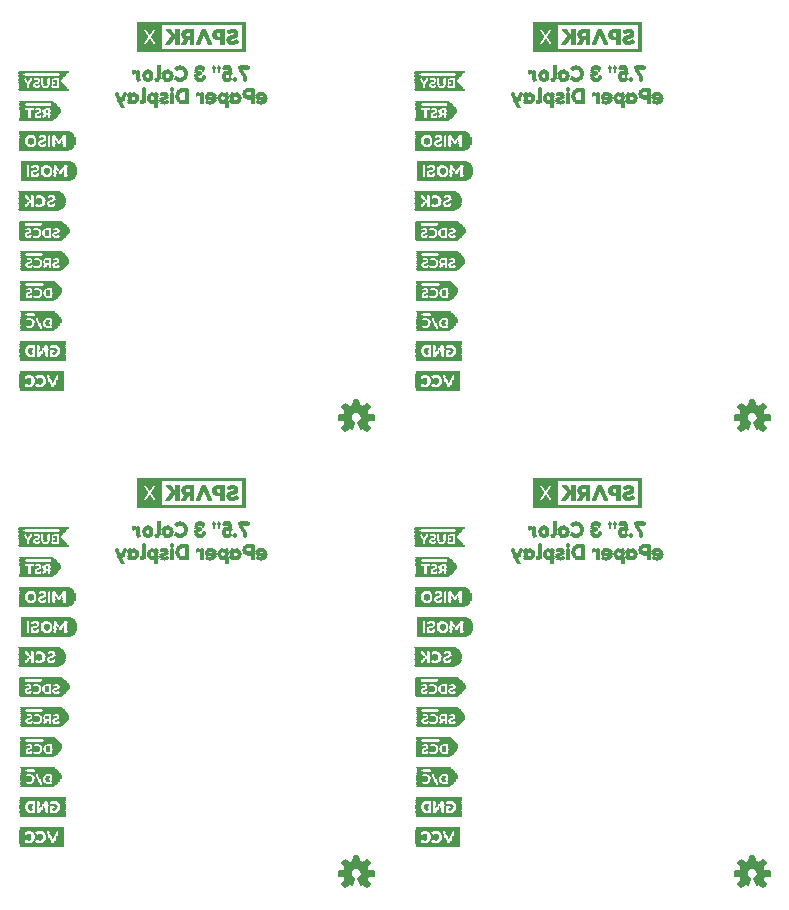
<source format=gbo>
G75*
%MOIN*%
%OFA0B0*%
%FSLAX25Y25*%
%IPPOS*%
%LPD*%
%AMOC8*
5,1,8,0,0,1.08239X$1,22.5*
%
%ADD10C,0.00591*%
%ADD11R,0.16850X0.00157*%
%ADD12R,0.16693X0.00157*%
%ADD13R,0.16535X0.00157*%
%ADD14R,0.16378X0.00157*%
%ADD15R,0.02677X0.00157*%
%ADD16R,0.01890X0.00157*%
%ADD17R,0.02362X0.00157*%
%ADD18R,0.01732X0.00157*%
%ADD19R,0.02205X0.00157*%
%ADD20R,0.01575X0.00157*%
%ADD21R,0.02047X0.00157*%
%ADD22R,0.15276X0.00157*%
%ADD23R,0.15118X0.00157*%
%ADD24R,0.14961X0.00157*%
%ADD25R,0.14803X0.00157*%
%ADD26R,0.01260X0.00157*%
%ADD27R,0.01102X0.00157*%
%ADD28R,0.00945X0.00157*%
%ADD29R,0.01417X0.00157*%
%ADD30R,0.00472X0.00157*%
%ADD31R,0.00630X0.00157*%
%ADD32R,0.00787X0.00157*%
%ADD33R,0.00315X0.00157*%
%ADD34R,0.00157X0.00157*%
%ADD35R,0.02520X0.00157*%
%ADD36R,0.02835X0.00157*%
%ADD37R,0.16220X0.00157*%
%ADD38R,0.11024X0.00157*%
%ADD39R,0.11181X0.00157*%
%ADD40R,0.11496X0.00157*%
%ADD41R,0.11654X0.00157*%
%ADD42R,0.12756X0.00157*%
%ADD43R,0.12913X0.00157*%
%ADD44R,0.13071X0.00157*%
%ADD45R,0.13228X0.00157*%
%ADD46R,0.03150X0.00157*%
%ADD47R,0.03307X0.00157*%
%ADD48R,0.03465X0.00157*%
%ADD49R,0.02992X0.00157*%
%ADD50R,0.11811X0.00157*%
%ADD51R,0.17165X0.00157*%
%ADD52R,0.17480X0.00157*%
%ADD53R,0.17638X0.00157*%
%ADD54R,0.17795X0.00157*%
%ADD55R,0.17953X0.00157*%
%ADD56R,0.10079X0.00157*%
%ADD57R,0.09291X0.00157*%
%ADD58R,0.04252X0.00157*%
%ADD59R,0.13701X0.00157*%
%ADD60R,0.14016X0.00157*%
%ADD61R,0.14331X0.00157*%
%ADD62R,0.14488X0.00157*%
%ADD63R,0.14646X0.00157*%
%ADD64R,0.03780X0.00157*%
%ADD65R,0.03937X0.00157*%
%ADD66R,0.03622X0.00157*%
%ADD67R,0.04882X0.00157*%
%ADD68R,0.05197X0.00157*%
%ADD69R,0.14173X0.00157*%
%ADD70R,0.07559X0.00157*%
%ADD71R,0.07717X0.00157*%
%ADD72R,0.08031X0.00157*%
%ADD73R,0.08346X0.00157*%
%ADD74R,0.15906X0.00157*%
%ADD75R,0.16063X0.00157*%
%ADD76R,0.04409X0.00157*%
%ADD77R,0.13543X0.00157*%
%ADD78R,0.07087X0.00157*%
%ADD79R,0.07244X0.00157*%
%ADD80R,0.07874X0.00157*%
%ADD81R,0.15433X0.00157*%
%ADD82R,0.15591X0.00157*%
%ADD83R,0.15748X0.00157*%
%ADD84R,0.04094X0.00157*%
%ADD85R,0.11339X0.00157*%
%ADD86R,0.11969X0.00157*%
%ADD87R,0.04724X0.00157*%
%ADD88R,0.05512X0.00157*%
%ADD89R,0.13386X0.00157*%
%ADD90R,0.12126X0.00157*%
%ADD91R,0.07402X0.00157*%
%ADD92R,0.05039X0.00157*%
%ADD93R,0.06457X0.00157*%
%ADD94R,0.06614X0.00157*%
%ADD95C,0.00039*%
%ADD96R,0.00984X0.00197*%
%ADD97R,0.01181X0.00197*%
%ADD98R,0.01378X0.00197*%
%ADD99R,0.02165X0.00197*%
%ADD100R,0.02756X0.00197*%
%ADD101R,0.02953X0.00197*%
%ADD102R,0.03150X0.00197*%
%ADD103R,0.03543X0.00197*%
%ADD104R,0.03937X0.00197*%
%ADD105R,0.04134X0.00197*%
%ADD106R,0.01575X0.00197*%
%ADD107R,0.01969X0.00197*%
%ADD108R,0.00394X0.00197*%
%ADD109R,0.01772X0.00197*%
%ADD110R,0.00591X0.00197*%
%ADD111R,0.02362X0.00197*%
%ADD112R,0.03346X0.00197*%
%ADD113R,0.03740X0.00197*%
%ADD114R,0.00197X0.00197*%
%ADD115R,0.02362X0.00236*%
%ADD116R,0.01378X0.00236*%
%ADD117R,0.01575X0.00236*%
%ADD118R,0.01969X0.00236*%
%ADD119R,0.01181X0.00236*%
%ADD120R,0.02756X0.00236*%
%ADD121R,0.02559X0.00236*%
%ADD122R,0.00787X0.00197*%
%ADD123R,0.02559X0.00197*%
%ADD124R,0.03740X0.00236*%
%ADD125R,0.02165X0.00236*%
%ADD126R,0.03543X0.00236*%
%ADD127R,0.04331X0.00236*%
%ADD128R,0.00394X0.00236*%
%ADD129R,0.02953X0.00236*%
%ADD130R,0.03150X0.00236*%
%ADD131R,0.01378X0.00157*%
%ADD132R,0.00787X0.00236*%
%ADD133R,0.00984X0.00236*%
D10*
X0148688Y0038114D02*
X0149898Y0039598D01*
X0149591Y0040196D01*
X0149386Y0040837D01*
X0147480Y0041030D01*
X0147480Y0042470D01*
X0149386Y0042663D01*
X0149591Y0043304D01*
X0149898Y0043902D01*
X0148688Y0045386D01*
X0149706Y0046404D01*
X0151190Y0045193D01*
X0151788Y0045501D01*
X0152428Y0045706D01*
X0152622Y0047611D01*
X0154061Y0047611D01*
X0154255Y0045706D01*
X0154896Y0045501D01*
X0155493Y0045193D01*
X0156978Y0046404D01*
X0157995Y0045386D01*
X0156785Y0043902D01*
X0157093Y0043304D01*
X0157298Y0042663D01*
X0159203Y0042470D01*
X0159203Y0041030D01*
X0157298Y0040837D01*
X0157093Y0040196D01*
X0156785Y0039598D01*
X0157995Y0038114D01*
X0156978Y0037096D01*
X0155493Y0038307D01*
X0154896Y0037999D01*
X0154048Y0040045D01*
X0154427Y0040257D01*
X0154745Y0040551D01*
X0154986Y0040912D01*
X0155137Y0041319D01*
X0155187Y0041750D01*
X0155135Y0042189D01*
X0154979Y0042602D01*
X0154729Y0042967D01*
X0154400Y0043261D01*
X0154011Y0043470D01*
X0153583Y0043579D01*
X0153141Y0043584D01*
X0152711Y0043484D01*
X0152317Y0043284D01*
X0151982Y0042996D01*
X0151724Y0042637D01*
X0151560Y0042227D01*
X0151497Y0041790D01*
X0151540Y0041350D01*
X0151687Y0040934D01*
X0151928Y0040564D01*
X0152251Y0040262D01*
X0152636Y0040045D01*
X0151788Y0037999D01*
X0151190Y0038307D01*
X0149706Y0037096D01*
X0148688Y0038114D01*
X0148738Y0038175D02*
X0151029Y0038175D01*
X0151446Y0038175D02*
X0151861Y0038175D01*
X0152105Y0038764D02*
X0149218Y0038764D01*
X0149698Y0039353D02*
X0152349Y0039353D01*
X0152593Y0039942D02*
X0149721Y0039942D01*
X0149483Y0040531D02*
X0151963Y0040531D01*
X0151621Y0041120D02*
X0147480Y0041120D01*
X0147480Y0041709D02*
X0151505Y0041709D01*
X0151588Y0042298D02*
X0147480Y0042298D01*
X0149457Y0042888D02*
X0151904Y0042888D01*
X0152697Y0043477D02*
X0149680Y0043477D01*
X0149765Y0044066D02*
X0156919Y0044066D01*
X0157004Y0043477D02*
X0153983Y0043477D01*
X0154783Y0042888D02*
X0157226Y0042888D01*
X0157399Y0044655D02*
X0149284Y0044655D01*
X0148804Y0045244D02*
X0151128Y0045244D01*
X0151288Y0045244D02*
X0155395Y0045244D01*
X0155555Y0045244D02*
X0157880Y0045244D01*
X0157548Y0045833D02*
X0156278Y0045833D01*
X0154242Y0045833D02*
X0152441Y0045833D01*
X0152501Y0046422D02*
X0154182Y0046422D01*
X0154123Y0047011D02*
X0152561Y0047011D01*
X0152621Y0047600D02*
X0154063Y0047600D01*
X0150406Y0045833D02*
X0149135Y0045833D01*
X0155093Y0042298D02*
X0159203Y0042298D01*
X0159203Y0041709D02*
X0155183Y0041709D01*
X0155063Y0041120D02*
X0159203Y0041120D01*
X0157200Y0040531D02*
X0154724Y0040531D01*
X0154091Y0039942D02*
X0156962Y0039942D01*
X0156985Y0039353D02*
X0154335Y0039353D01*
X0154579Y0038764D02*
X0157465Y0038764D01*
X0157946Y0038175D02*
X0155655Y0038175D01*
X0155238Y0038175D02*
X0154823Y0038175D01*
X0156377Y0037586D02*
X0157467Y0037586D01*
X0150306Y0037586D02*
X0149216Y0037586D01*
X0279480Y0041030D02*
X0279480Y0042470D01*
X0281386Y0042663D01*
X0281591Y0043304D01*
X0281898Y0043902D01*
X0280688Y0045386D01*
X0281706Y0046404D01*
X0283190Y0045193D01*
X0283788Y0045501D01*
X0284428Y0045706D01*
X0284622Y0047611D01*
X0286061Y0047611D01*
X0286255Y0045706D01*
X0286896Y0045501D01*
X0287493Y0045193D01*
X0288978Y0046404D01*
X0289995Y0045386D01*
X0288785Y0043902D01*
X0289093Y0043304D01*
X0289298Y0042663D01*
X0291203Y0042470D01*
X0291203Y0041030D01*
X0289298Y0040837D01*
X0289093Y0040196D01*
X0288785Y0039598D01*
X0289995Y0038114D01*
X0288978Y0037096D01*
X0287493Y0038307D01*
X0286896Y0037999D01*
X0286048Y0040045D01*
X0286427Y0040257D01*
X0286745Y0040551D01*
X0286986Y0040912D01*
X0287137Y0041319D01*
X0287187Y0041750D01*
X0287135Y0042189D01*
X0286979Y0042602D01*
X0286729Y0042967D01*
X0286400Y0043261D01*
X0286011Y0043470D01*
X0285583Y0043579D01*
X0285141Y0043584D01*
X0284711Y0043484D01*
X0284317Y0043284D01*
X0283982Y0042996D01*
X0283724Y0042637D01*
X0283560Y0042227D01*
X0283497Y0041790D01*
X0283540Y0041350D01*
X0283687Y0040934D01*
X0283928Y0040564D01*
X0284251Y0040262D01*
X0284636Y0040045D01*
X0283788Y0037999D01*
X0283190Y0038307D01*
X0281706Y0037096D01*
X0280688Y0038114D01*
X0281898Y0039598D01*
X0281591Y0040196D01*
X0281386Y0040837D01*
X0279480Y0041030D01*
X0279480Y0041120D02*
X0283621Y0041120D01*
X0283505Y0041709D02*
X0279480Y0041709D01*
X0279480Y0042298D02*
X0283588Y0042298D01*
X0283904Y0042888D02*
X0281457Y0042888D01*
X0281680Y0043477D02*
X0284697Y0043477D01*
X0285983Y0043477D02*
X0289004Y0043477D01*
X0288919Y0044066D02*
X0281765Y0044066D01*
X0281284Y0044655D02*
X0289399Y0044655D01*
X0289880Y0045244D02*
X0287555Y0045244D01*
X0287395Y0045244D02*
X0283288Y0045244D01*
X0283128Y0045244D02*
X0280804Y0045244D01*
X0281135Y0045833D02*
X0282406Y0045833D01*
X0284441Y0045833D02*
X0286242Y0045833D01*
X0286182Y0046422D02*
X0284501Y0046422D01*
X0284561Y0047011D02*
X0286123Y0047011D01*
X0286063Y0047600D02*
X0284621Y0047600D01*
X0288278Y0045833D02*
X0289548Y0045833D01*
X0289226Y0042888D02*
X0286783Y0042888D01*
X0287093Y0042298D02*
X0291203Y0042298D01*
X0291203Y0041709D02*
X0287183Y0041709D01*
X0287063Y0041120D02*
X0291203Y0041120D01*
X0289200Y0040531D02*
X0286724Y0040531D01*
X0286091Y0039942D02*
X0288962Y0039942D01*
X0288985Y0039353D02*
X0286335Y0039353D01*
X0286579Y0038764D02*
X0289465Y0038764D01*
X0289946Y0038175D02*
X0287655Y0038175D01*
X0287238Y0038175D02*
X0286823Y0038175D01*
X0288377Y0037586D02*
X0289467Y0037586D01*
X0284593Y0039942D02*
X0281721Y0039942D01*
X0281698Y0039353D02*
X0284349Y0039353D01*
X0284105Y0038764D02*
X0281218Y0038764D01*
X0280738Y0038175D02*
X0283029Y0038175D01*
X0283446Y0038175D02*
X0283861Y0038175D01*
X0282306Y0037586D02*
X0281216Y0037586D01*
X0281483Y0040531D02*
X0283963Y0040531D01*
X0281706Y0189096D02*
X0280688Y0190114D01*
X0281898Y0191598D01*
X0281591Y0192196D01*
X0281386Y0192837D01*
X0279480Y0193030D01*
X0279480Y0194470D01*
X0281386Y0194663D01*
X0281591Y0195304D01*
X0281898Y0195902D01*
X0280688Y0197386D01*
X0281706Y0198404D01*
X0283190Y0197193D01*
X0283788Y0197501D01*
X0284428Y0197706D01*
X0284622Y0199611D01*
X0286061Y0199611D01*
X0286255Y0197706D01*
X0286896Y0197501D01*
X0287493Y0197193D01*
X0288978Y0198404D01*
X0289995Y0197386D01*
X0288785Y0195902D01*
X0289093Y0195304D01*
X0289298Y0194663D01*
X0291203Y0194470D01*
X0291203Y0193030D01*
X0289298Y0192837D01*
X0289093Y0192196D01*
X0288785Y0191598D01*
X0289995Y0190114D01*
X0288978Y0189096D01*
X0287493Y0190307D01*
X0286896Y0189999D01*
X0286048Y0192045D01*
X0286427Y0192257D01*
X0286745Y0192551D01*
X0286986Y0192912D01*
X0287137Y0193319D01*
X0287187Y0193750D01*
X0287135Y0194189D01*
X0286979Y0194602D01*
X0286729Y0194967D01*
X0286400Y0195261D01*
X0286011Y0195470D01*
X0285583Y0195579D01*
X0285141Y0195584D01*
X0284711Y0195484D01*
X0284317Y0195284D01*
X0283982Y0194996D01*
X0283724Y0194637D01*
X0283560Y0194227D01*
X0283497Y0193790D01*
X0283540Y0193350D01*
X0283687Y0192934D01*
X0283928Y0192564D01*
X0284251Y0192262D01*
X0284636Y0192045D01*
X0283788Y0189999D01*
X0283190Y0190307D01*
X0281706Y0189096D01*
X0281238Y0189564D02*
X0282279Y0189564D01*
X0283002Y0190153D02*
X0280720Y0190153D01*
X0281200Y0190742D02*
X0284096Y0190742D01*
X0283852Y0190153D02*
X0283488Y0190153D01*
X0284340Y0191331D02*
X0281681Y0191331D01*
X0281733Y0191920D02*
X0284584Y0191920D01*
X0283986Y0192509D02*
X0281490Y0192509D01*
X0279480Y0193098D02*
X0283629Y0193098D01*
X0283507Y0193687D02*
X0279480Y0193687D01*
X0279480Y0194277D02*
X0283579Y0194277D01*
X0283888Y0194866D02*
X0281450Y0194866D01*
X0281668Y0195455D02*
X0284654Y0195455D01*
X0286039Y0195455D02*
X0289015Y0195455D01*
X0288901Y0196044D02*
X0281783Y0196044D01*
X0281302Y0196633D02*
X0289381Y0196633D01*
X0289862Y0197222D02*
X0287528Y0197222D01*
X0287438Y0197222D02*
X0283246Y0197222D01*
X0283155Y0197222D02*
X0280822Y0197222D01*
X0281113Y0197811D02*
X0282433Y0197811D01*
X0281710Y0198400D02*
X0281702Y0198400D01*
X0284499Y0198400D02*
X0286185Y0198400D01*
X0286245Y0197811D02*
X0284439Y0197811D01*
X0284559Y0198989D02*
X0286125Y0198989D01*
X0286065Y0199578D02*
X0284619Y0199578D01*
X0288251Y0197811D02*
X0289570Y0197811D01*
X0288981Y0198400D02*
X0288973Y0198400D01*
X0289233Y0194866D02*
X0286798Y0194866D01*
X0287101Y0194277D02*
X0291203Y0194277D01*
X0291203Y0193687D02*
X0287180Y0193687D01*
X0287055Y0193098D02*
X0291203Y0193098D01*
X0289193Y0192509D02*
X0286700Y0192509D01*
X0286100Y0191920D02*
X0288951Y0191920D01*
X0289003Y0191331D02*
X0286344Y0191331D01*
X0286588Y0190742D02*
X0289483Y0190742D01*
X0289964Y0190153D02*
X0287682Y0190153D01*
X0287195Y0190153D02*
X0286832Y0190153D01*
X0288404Y0189564D02*
X0289445Y0189564D01*
X0159203Y0193030D02*
X0157298Y0192837D01*
X0157093Y0192196D01*
X0156785Y0191598D01*
X0157995Y0190114D01*
X0156978Y0189096D01*
X0155493Y0190307D01*
X0154896Y0189999D01*
X0154048Y0192045D01*
X0154427Y0192257D01*
X0154745Y0192551D01*
X0154986Y0192912D01*
X0155137Y0193319D01*
X0155187Y0193750D01*
X0155135Y0194189D01*
X0154979Y0194602D01*
X0154729Y0194967D01*
X0154400Y0195261D01*
X0154011Y0195470D01*
X0153583Y0195579D01*
X0153141Y0195584D01*
X0152711Y0195484D01*
X0152317Y0195284D01*
X0151982Y0194996D01*
X0151724Y0194637D01*
X0151560Y0194227D01*
X0151497Y0193790D01*
X0151540Y0193350D01*
X0151687Y0192934D01*
X0151928Y0192564D01*
X0152251Y0192262D01*
X0152636Y0192045D01*
X0151788Y0189999D01*
X0151190Y0190307D01*
X0149706Y0189096D01*
X0148688Y0190114D01*
X0149898Y0191598D01*
X0149591Y0192196D01*
X0149386Y0192837D01*
X0147480Y0193030D01*
X0147480Y0194470D01*
X0149386Y0194663D01*
X0149591Y0195304D01*
X0149898Y0195902D01*
X0148688Y0197386D01*
X0149706Y0198404D01*
X0151190Y0197193D01*
X0151788Y0197501D01*
X0152428Y0197706D01*
X0152622Y0199611D01*
X0154061Y0199611D01*
X0154255Y0197706D01*
X0154896Y0197501D01*
X0155493Y0197193D01*
X0156978Y0198404D01*
X0157995Y0197386D01*
X0156785Y0195902D01*
X0157093Y0195304D01*
X0157298Y0194663D01*
X0159203Y0194470D01*
X0159203Y0193030D01*
X0159203Y0193098D02*
X0155055Y0193098D01*
X0155180Y0193687D02*
X0159203Y0193687D01*
X0159203Y0194277D02*
X0155101Y0194277D01*
X0154798Y0194866D02*
X0157233Y0194866D01*
X0157015Y0195455D02*
X0154039Y0195455D01*
X0152654Y0195455D02*
X0149668Y0195455D01*
X0149783Y0196044D02*
X0156901Y0196044D01*
X0157381Y0196633D02*
X0149302Y0196633D01*
X0148822Y0197222D02*
X0151155Y0197222D01*
X0151246Y0197222D02*
X0155438Y0197222D01*
X0155528Y0197222D02*
X0157862Y0197222D01*
X0157570Y0197811D02*
X0156251Y0197811D01*
X0156973Y0198400D02*
X0156981Y0198400D01*
X0154185Y0198400D02*
X0152499Y0198400D01*
X0152559Y0198989D02*
X0154125Y0198989D01*
X0154065Y0199578D02*
X0152619Y0199578D01*
X0152439Y0197811D02*
X0154245Y0197811D01*
X0151888Y0194866D02*
X0149450Y0194866D01*
X0147480Y0194277D02*
X0151579Y0194277D01*
X0151507Y0193687D02*
X0147480Y0193687D01*
X0147480Y0193098D02*
X0151629Y0193098D01*
X0151986Y0192509D02*
X0149490Y0192509D01*
X0149733Y0191920D02*
X0152584Y0191920D01*
X0152340Y0191331D02*
X0149681Y0191331D01*
X0149200Y0190742D02*
X0152096Y0190742D01*
X0151852Y0190153D02*
X0151488Y0190153D01*
X0151002Y0190153D02*
X0148720Y0190153D01*
X0149238Y0189564D02*
X0150279Y0189564D01*
X0154344Y0191331D02*
X0157003Y0191331D01*
X0156951Y0191920D02*
X0154100Y0191920D01*
X0154700Y0192509D02*
X0157193Y0192509D01*
X0157483Y0190742D02*
X0154588Y0190742D01*
X0154832Y0190153D02*
X0155195Y0190153D01*
X0155682Y0190153D02*
X0157964Y0190153D01*
X0157445Y0189564D02*
X0156404Y0189564D01*
X0150433Y0197811D02*
X0149113Y0197811D01*
X0149702Y0198400D02*
X0149710Y0198400D01*
D11*
X0181314Y0156900D03*
X0181314Y0150600D03*
X0181554Y0136742D03*
X0181554Y0130758D03*
X0182054Y0126742D03*
X0182054Y0120758D03*
X0050054Y0120758D03*
X0050054Y0126742D03*
X0049554Y0130758D03*
X0049554Y0136742D03*
X0049314Y0150600D03*
X0049314Y0156900D03*
X0050054Y0272758D03*
X0050054Y0278742D03*
X0049554Y0282758D03*
X0049554Y0288742D03*
X0049314Y0302600D03*
X0049314Y0308900D03*
X0181314Y0308900D03*
X0181314Y0302600D03*
X0181554Y0288742D03*
X0181554Y0282758D03*
X0182054Y0278742D03*
X0182054Y0272758D03*
D12*
X0181236Y0302758D03*
X0181236Y0308742D03*
X0049236Y0308742D03*
X0049236Y0302758D03*
X0049236Y0156742D03*
X0049236Y0150758D03*
X0181236Y0150758D03*
X0181236Y0156742D03*
D13*
X0181157Y0156585D03*
X0181157Y0150915D03*
X0049157Y0150915D03*
X0049157Y0156585D03*
X0049157Y0302915D03*
X0049157Y0308585D03*
X0181157Y0308585D03*
X0181157Y0302915D03*
D14*
X0181078Y0303073D03*
X0181078Y0308427D03*
X0181318Y0288900D03*
X0181318Y0282600D03*
X0181818Y0278900D03*
X0181818Y0272600D03*
X0181236Y0256852D03*
X0181078Y0156427D03*
X0181078Y0151073D03*
X0181318Y0136900D03*
X0181318Y0130600D03*
X0181818Y0126900D03*
X0181818Y0120600D03*
X0181236Y0104852D03*
X0049236Y0104852D03*
X0049818Y0120600D03*
X0049818Y0126900D03*
X0049318Y0130600D03*
X0049318Y0136900D03*
X0049078Y0151073D03*
X0049078Y0156427D03*
X0049236Y0256852D03*
X0049818Y0272600D03*
X0049818Y0278900D03*
X0049318Y0282600D03*
X0049318Y0288900D03*
X0049078Y0303073D03*
X0049078Y0308427D03*
D15*
X0055771Y0308270D03*
X0055613Y0303388D03*
X0052771Y0294333D03*
X0054279Y0287640D03*
X0054279Y0283860D03*
X0054279Y0283703D03*
X0054779Y0277640D03*
X0054779Y0273860D03*
X0054779Y0273703D03*
X0047314Y0266380D03*
X0047314Y0264963D03*
X0042275Y0265120D03*
X0042275Y0266222D03*
X0048684Y0256695D03*
X0046322Y0255120D03*
X0048684Y0253388D03*
X0055771Y0254333D03*
X0046637Y0245120D03*
X0042858Y0245435D03*
X0048861Y0236695D03*
X0046657Y0235120D03*
X0053428Y0234490D03*
X0053271Y0224490D03*
X0055113Y0217482D03*
X0054613Y0205278D03*
X0054613Y0205120D03*
X0047684Y0205750D03*
X0047527Y0206222D03*
X0047527Y0206380D03*
X0047527Y0205120D03*
X0042515Y0217482D03*
X0055771Y0156270D03*
X0055613Y0151388D03*
X0052771Y0142333D03*
X0046314Y0143593D03*
X0042228Y0151545D03*
X0042228Y0151703D03*
X0042228Y0151860D03*
X0042228Y0152018D03*
X0042228Y0152175D03*
X0042228Y0152333D03*
X0042228Y0152490D03*
X0042228Y0152648D03*
X0042228Y0152805D03*
X0042468Y0135482D03*
X0042468Y0131860D03*
X0054279Y0131860D03*
X0054279Y0131703D03*
X0054279Y0135640D03*
X0054779Y0125640D03*
X0054779Y0121860D03*
X0054779Y0121703D03*
X0047314Y0114380D03*
X0047314Y0112963D03*
X0042275Y0113120D03*
X0042275Y0114222D03*
X0048684Y0104695D03*
X0046322Y0103120D03*
X0048684Y0101388D03*
X0055771Y0102333D03*
X0046637Y0093120D03*
X0042858Y0093435D03*
X0048861Y0084695D03*
X0046657Y0083120D03*
X0053428Y0082490D03*
X0053271Y0072490D03*
X0055113Y0065482D03*
X0054613Y0053278D03*
X0054613Y0053120D03*
X0047684Y0053750D03*
X0047527Y0054222D03*
X0047527Y0054380D03*
X0047527Y0053120D03*
X0042515Y0065482D03*
X0174515Y0065482D03*
X0179527Y0054380D03*
X0179527Y0054222D03*
X0179684Y0053750D03*
X0179527Y0053120D03*
X0186613Y0053120D03*
X0186613Y0053278D03*
X0187113Y0065482D03*
X0185271Y0072490D03*
X0185428Y0082490D03*
X0180861Y0084695D03*
X0178657Y0083120D03*
X0178637Y0093120D03*
X0174858Y0093435D03*
X0180684Y0101388D03*
X0178322Y0103120D03*
X0180684Y0104695D03*
X0187771Y0102333D03*
X0179314Y0112963D03*
X0179314Y0114380D03*
X0174275Y0114222D03*
X0174275Y0113120D03*
X0186779Y0121703D03*
X0186779Y0121860D03*
X0186779Y0125640D03*
X0186279Y0131703D03*
X0186279Y0131860D03*
X0186279Y0135640D03*
X0184771Y0142333D03*
X0178314Y0143593D03*
X0174228Y0151545D03*
X0174228Y0151703D03*
X0174228Y0151860D03*
X0174228Y0152018D03*
X0174228Y0152175D03*
X0174228Y0152333D03*
X0174228Y0152490D03*
X0174228Y0152648D03*
X0174228Y0152805D03*
X0187613Y0151388D03*
X0187771Y0156270D03*
X0174468Y0135482D03*
X0174468Y0131860D03*
X0179527Y0205120D03*
X0179684Y0205750D03*
X0179527Y0206222D03*
X0179527Y0206380D03*
X0186613Y0205278D03*
X0186613Y0205120D03*
X0187113Y0217482D03*
X0185271Y0224490D03*
X0185428Y0234490D03*
X0180861Y0236695D03*
X0178657Y0235120D03*
X0178637Y0245120D03*
X0174858Y0245435D03*
X0180684Y0253388D03*
X0178322Y0255120D03*
X0180684Y0256695D03*
X0187771Y0254333D03*
X0179314Y0264963D03*
X0179314Y0266380D03*
X0174275Y0266222D03*
X0174275Y0265120D03*
X0186779Y0273703D03*
X0186779Y0273860D03*
X0186779Y0277640D03*
X0186279Y0283703D03*
X0186279Y0283860D03*
X0186279Y0287640D03*
X0184771Y0294333D03*
X0178314Y0295593D03*
X0174228Y0303545D03*
X0174228Y0303703D03*
X0174228Y0303860D03*
X0174228Y0304018D03*
X0174228Y0304175D03*
X0174228Y0304333D03*
X0174228Y0304490D03*
X0174228Y0304648D03*
X0174228Y0304805D03*
X0187613Y0303388D03*
X0187771Y0308270D03*
X0174468Y0287482D03*
X0174468Y0283860D03*
X0174515Y0217482D03*
X0046314Y0295593D03*
X0042228Y0303545D03*
X0042228Y0303703D03*
X0042228Y0303860D03*
X0042228Y0304018D03*
X0042228Y0304175D03*
X0042228Y0304333D03*
X0042228Y0304490D03*
X0042228Y0304648D03*
X0042228Y0304805D03*
X0042468Y0287482D03*
X0042468Y0283860D03*
D16*
X0042074Y0284648D03*
X0042074Y0284805D03*
X0042074Y0284963D03*
X0042074Y0286537D03*
X0042074Y0286695D03*
X0044909Y0286222D03*
X0044909Y0285120D03*
X0046798Y0283860D03*
X0047743Y0286222D03*
X0049633Y0285278D03*
X0054358Y0287167D03*
X0052377Y0293545D03*
X0052692Y0297640D03*
X0051440Y0303388D03*
X0055377Y0304018D03*
X0055377Y0307482D03*
X0055535Y0307640D03*
X0041834Y0307482D03*
X0041834Y0306695D03*
X0041834Y0305907D03*
X0041834Y0305750D03*
X0041834Y0308270D03*
X0042141Y0298270D03*
X0042141Y0297482D03*
X0042574Y0277640D03*
X0042574Y0273703D03*
X0047141Y0275278D03*
X0050133Y0275278D03*
X0050133Y0275120D03*
X0050133Y0276065D03*
X0050133Y0276222D03*
X0054858Y0277167D03*
X0050700Y0266222D03*
X0049755Y0263860D03*
X0048606Y0256537D03*
X0048606Y0253545D03*
X0052700Y0255593D03*
X0052700Y0255750D03*
X0052700Y0245750D03*
X0052700Y0245593D03*
X0042464Y0246065D03*
X0042464Y0246222D03*
X0042464Y0246380D03*
X0042464Y0245120D03*
X0042464Y0243703D03*
X0042326Y0238270D03*
X0042326Y0237482D03*
X0042326Y0236380D03*
X0042326Y0236222D03*
X0042326Y0234963D03*
X0042326Y0233860D03*
X0042326Y0233703D03*
X0042484Y0228270D03*
X0042484Y0227482D03*
X0042484Y0226537D03*
X0042484Y0225907D03*
X0042484Y0224175D03*
X0042484Y0223545D03*
X0046736Y0223860D03*
X0046736Y0224018D03*
X0052877Y0223703D03*
X0048736Y0217640D03*
X0048736Y0213703D03*
X0055507Y0214805D03*
X0055507Y0214963D03*
X0055507Y0215120D03*
X0055507Y0216380D03*
X0055507Y0216537D03*
X0055507Y0216695D03*
X0055007Y0207640D03*
X0055007Y0206852D03*
X0055007Y0206695D03*
X0052173Y0207010D03*
X0052173Y0207167D03*
X0041936Y0207325D03*
X0041936Y0206852D03*
X0041936Y0206695D03*
X0041936Y0204648D03*
X0041936Y0204490D03*
X0041936Y0204018D03*
X0042121Y0214805D03*
X0042121Y0214963D03*
X0042121Y0216537D03*
X0042121Y0216695D03*
X0048940Y0233545D03*
X0053035Y0233703D03*
X0041991Y0253703D03*
X0041991Y0253860D03*
X0041991Y0254963D03*
X0041991Y0256222D03*
X0041991Y0256380D03*
X0041991Y0257482D03*
X0041991Y0258270D03*
X0041881Y0263860D03*
X0041881Y0264018D03*
X0041881Y0264175D03*
X0041881Y0264333D03*
X0041881Y0267010D03*
X0041881Y0267167D03*
X0041881Y0267325D03*
X0041881Y0267482D03*
X0041834Y0156270D03*
X0041834Y0155482D03*
X0041834Y0154695D03*
X0041834Y0153907D03*
X0041834Y0153750D03*
X0042141Y0146270D03*
X0042141Y0145482D03*
X0051440Y0151388D03*
X0055377Y0152018D03*
X0055377Y0155482D03*
X0055535Y0155640D03*
X0052692Y0145640D03*
X0052377Y0141545D03*
X0054358Y0135167D03*
X0049633Y0133278D03*
X0047743Y0134222D03*
X0046798Y0131860D03*
X0044909Y0133120D03*
X0044909Y0134222D03*
X0042074Y0134537D03*
X0042074Y0134695D03*
X0042074Y0132963D03*
X0042074Y0132805D03*
X0042074Y0132648D03*
X0042574Y0125640D03*
X0042574Y0121703D03*
X0047141Y0123278D03*
X0050133Y0123278D03*
X0050133Y0123120D03*
X0050133Y0124065D03*
X0050133Y0124222D03*
X0054858Y0125167D03*
X0050700Y0114222D03*
X0049755Y0111860D03*
X0048606Y0104537D03*
X0048606Y0101545D03*
X0052700Y0103593D03*
X0052700Y0103750D03*
X0052700Y0093750D03*
X0052700Y0093593D03*
X0042464Y0094065D03*
X0042464Y0094222D03*
X0042464Y0094380D03*
X0042464Y0093120D03*
X0042464Y0091703D03*
X0042326Y0086270D03*
X0042326Y0085482D03*
X0042326Y0084380D03*
X0042326Y0084222D03*
X0042326Y0082963D03*
X0042326Y0081860D03*
X0042326Y0081703D03*
X0042484Y0076270D03*
X0042484Y0075482D03*
X0042484Y0074537D03*
X0042484Y0073907D03*
X0042484Y0072175D03*
X0042484Y0071545D03*
X0046736Y0071860D03*
X0046736Y0072018D03*
X0052877Y0071703D03*
X0048736Y0065640D03*
X0048736Y0061703D03*
X0055507Y0062805D03*
X0055507Y0062963D03*
X0055507Y0063120D03*
X0055507Y0064380D03*
X0055507Y0064537D03*
X0055507Y0064695D03*
X0055007Y0055640D03*
X0055007Y0054852D03*
X0055007Y0054695D03*
X0052173Y0055010D03*
X0052173Y0055167D03*
X0041936Y0055325D03*
X0041936Y0054852D03*
X0041936Y0054695D03*
X0041936Y0052648D03*
X0041936Y0052490D03*
X0041936Y0052018D03*
X0042121Y0062805D03*
X0042121Y0062963D03*
X0042121Y0064537D03*
X0042121Y0064695D03*
X0048940Y0081545D03*
X0053035Y0081703D03*
X0041991Y0101703D03*
X0041991Y0101860D03*
X0041991Y0102963D03*
X0041991Y0104222D03*
X0041991Y0104380D03*
X0041991Y0105482D03*
X0041991Y0106270D03*
X0041881Y0111860D03*
X0041881Y0112018D03*
X0041881Y0112175D03*
X0041881Y0112333D03*
X0041881Y0115010D03*
X0041881Y0115167D03*
X0041881Y0115325D03*
X0041881Y0115482D03*
X0173881Y0115482D03*
X0173881Y0115325D03*
X0173881Y0115167D03*
X0173881Y0115010D03*
X0173881Y0112333D03*
X0173881Y0112175D03*
X0173881Y0112018D03*
X0173881Y0111860D03*
X0173991Y0106270D03*
X0173991Y0105482D03*
X0173991Y0104380D03*
X0173991Y0104222D03*
X0173991Y0102963D03*
X0173991Y0101860D03*
X0173991Y0101703D03*
X0180606Y0101545D03*
X0180606Y0104537D03*
X0184700Y0103750D03*
X0184700Y0103593D03*
X0184700Y0093750D03*
X0184700Y0093593D03*
X0174464Y0094065D03*
X0174464Y0094222D03*
X0174464Y0094380D03*
X0174464Y0093120D03*
X0174464Y0091703D03*
X0174326Y0086270D03*
X0174326Y0085482D03*
X0174326Y0084380D03*
X0174326Y0084222D03*
X0174326Y0082963D03*
X0174326Y0081860D03*
X0174326Y0081703D03*
X0174484Y0076270D03*
X0174484Y0075482D03*
X0174484Y0074537D03*
X0174484Y0073907D03*
X0174484Y0072175D03*
X0174484Y0071545D03*
X0178736Y0071860D03*
X0178736Y0072018D03*
X0184877Y0071703D03*
X0180736Y0065640D03*
X0180736Y0061703D03*
X0174121Y0062805D03*
X0174121Y0062963D03*
X0174121Y0064537D03*
X0174121Y0064695D03*
X0173936Y0055325D03*
X0173936Y0054852D03*
X0173936Y0054695D03*
X0173936Y0052648D03*
X0173936Y0052490D03*
X0173936Y0052018D03*
X0184173Y0055010D03*
X0184173Y0055167D03*
X0187007Y0054852D03*
X0187007Y0054695D03*
X0187007Y0055640D03*
X0187507Y0062805D03*
X0187507Y0062963D03*
X0187507Y0063120D03*
X0187507Y0064380D03*
X0187507Y0064537D03*
X0187507Y0064695D03*
X0185035Y0081703D03*
X0180940Y0081545D03*
X0181755Y0111860D03*
X0182700Y0114222D03*
X0182133Y0123120D03*
X0182133Y0123278D03*
X0182133Y0124065D03*
X0182133Y0124222D03*
X0179141Y0123278D03*
X0174574Y0121703D03*
X0174574Y0125640D03*
X0174074Y0132648D03*
X0174074Y0132805D03*
X0174074Y0132963D03*
X0174074Y0134537D03*
X0174074Y0134695D03*
X0176909Y0134222D03*
X0176909Y0133120D03*
X0178798Y0131860D03*
X0179743Y0134222D03*
X0181633Y0133278D03*
X0186358Y0135167D03*
X0184377Y0141545D03*
X0184692Y0145640D03*
X0183440Y0151388D03*
X0187377Y0152018D03*
X0187377Y0155482D03*
X0187535Y0155640D03*
X0173834Y0155482D03*
X0173834Y0154695D03*
X0173834Y0153907D03*
X0173834Y0153750D03*
X0173834Y0156270D03*
X0174141Y0146270D03*
X0174141Y0145482D03*
X0186858Y0125167D03*
X0173936Y0204018D03*
X0173936Y0204490D03*
X0173936Y0204648D03*
X0173936Y0206695D03*
X0173936Y0206852D03*
X0173936Y0207325D03*
X0174121Y0214805D03*
X0174121Y0214963D03*
X0174121Y0216537D03*
X0174121Y0216695D03*
X0174484Y0223545D03*
X0174484Y0224175D03*
X0174484Y0225907D03*
X0174484Y0226537D03*
X0174484Y0227482D03*
X0174484Y0228270D03*
X0174326Y0233703D03*
X0174326Y0233860D03*
X0174326Y0234963D03*
X0174326Y0236222D03*
X0174326Y0236380D03*
X0174326Y0237482D03*
X0174326Y0238270D03*
X0174464Y0243703D03*
X0174464Y0245120D03*
X0174464Y0246065D03*
X0174464Y0246222D03*
X0174464Y0246380D03*
X0173991Y0253703D03*
X0173991Y0253860D03*
X0173991Y0254963D03*
X0173991Y0256222D03*
X0173991Y0256380D03*
X0173991Y0257482D03*
X0173991Y0258270D03*
X0173881Y0263860D03*
X0173881Y0264018D03*
X0173881Y0264175D03*
X0173881Y0264333D03*
X0173881Y0267010D03*
X0173881Y0267167D03*
X0173881Y0267325D03*
X0173881Y0267482D03*
X0174574Y0273703D03*
X0174574Y0277640D03*
X0179141Y0275278D03*
X0182133Y0275278D03*
X0182133Y0275120D03*
X0182133Y0276065D03*
X0182133Y0276222D03*
X0186858Y0277167D03*
X0181633Y0285278D03*
X0179743Y0286222D03*
X0178798Y0283860D03*
X0176909Y0285120D03*
X0176909Y0286222D03*
X0174074Y0286537D03*
X0174074Y0286695D03*
X0174074Y0284963D03*
X0174074Y0284805D03*
X0174074Y0284648D03*
X0186358Y0287167D03*
X0184377Y0293545D03*
X0184692Y0297640D03*
X0183440Y0303388D03*
X0187377Y0304018D03*
X0187377Y0307482D03*
X0187535Y0307640D03*
X0173834Y0307482D03*
X0173834Y0306695D03*
X0173834Y0305907D03*
X0173834Y0305750D03*
X0173834Y0308270D03*
X0174141Y0298270D03*
X0174141Y0297482D03*
X0182700Y0266222D03*
X0181755Y0263860D03*
X0180606Y0256537D03*
X0180606Y0253545D03*
X0184700Y0255593D03*
X0184700Y0255750D03*
X0184700Y0245750D03*
X0184700Y0245593D03*
X0185035Y0233703D03*
X0180940Y0233545D03*
X0178736Y0224018D03*
X0178736Y0223860D03*
X0184877Y0223703D03*
X0180736Y0217640D03*
X0180736Y0213703D03*
X0187507Y0214805D03*
X0187507Y0214963D03*
X0187507Y0215120D03*
X0187507Y0216380D03*
X0187507Y0216537D03*
X0187507Y0216695D03*
X0187007Y0207640D03*
X0187007Y0206852D03*
X0187007Y0206695D03*
X0184173Y0207010D03*
X0184173Y0207167D03*
D17*
X0186771Y0205907D03*
X0186771Y0205750D03*
X0187271Y0214175D03*
X0185113Y0224175D03*
X0185271Y0234175D03*
X0178657Y0235435D03*
X0178657Y0235593D03*
X0174562Y0236695D03*
X0174562Y0233388D03*
X0174700Y0243388D03*
X0174228Y0253388D03*
X0174228Y0256695D03*
X0178322Y0255593D03*
X0174117Y0264805D03*
X0174117Y0266537D03*
X0181676Y0267640D03*
X0182936Y0266537D03*
X0180165Y0273703D03*
X0179062Y0275120D03*
X0177487Y0276380D03*
X0177487Y0276537D03*
X0174310Y0284175D03*
X0174310Y0287325D03*
X0179980Y0286537D03*
X0186279Y0287482D03*
X0186279Y0284648D03*
X0186279Y0284490D03*
X0186279Y0284333D03*
X0186279Y0284175D03*
X0186279Y0284018D03*
X0186779Y0277482D03*
X0186779Y0274648D03*
X0186779Y0274490D03*
X0186779Y0274333D03*
X0186779Y0274175D03*
X0186779Y0274018D03*
X0187771Y0254175D03*
X0187613Y0244175D03*
X0174358Y0217167D03*
X0174358Y0214175D03*
X0174173Y0207640D03*
X0177952Y0203703D03*
X0187771Y0156112D03*
X0187613Y0151545D03*
X0184613Y0142018D03*
X0178157Y0143435D03*
X0174310Y0135325D03*
X0174310Y0132175D03*
X0179980Y0134537D03*
X0186279Y0135482D03*
X0186279Y0132648D03*
X0186279Y0132490D03*
X0186279Y0132333D03*
X0186279Y0132175D03*
X0186279Y0132018D03*
X0186779Y0125482D03*
X0186779Y0122648D03*
X0186779Y0122490D03*
X0186779Y0122333D03*
X0186779Y0122175D03*
X0186779Y0122018D03*
X0180165Y0121703D03*
X0179062Y0123120D03*
X0177487Y0124380D03*
X0177487Y0124537D03*
X0181676Y0115640D03*
X0182936Y0114537D03*
X0174117Y0114537D03*
X0174117Y0112805D03*
X0174228Y0104695D03*
X0174228Y0101388D03*
X0178322Y0103593D03*
X0187771Y0102175D03*
X0187613Y0092175D03*
X0185271Y0082175D03*
X0178657Y0083435D03*
X0178657Y0083593D03*
X0174562Y0084695D03*
X0174562Y0081388D03*
X0174700Y0091388D03*
X0185113Y0072175D03*
X0187271Y0062175D03*
X0186771Y0053907D03*
X0186771Y0053750D03*
X0177952Y0051703D03*
X0174173Y0055640D03*
X0174358Y0062175D03*
X0174358Y0065167D03*
X0174070Y0153120D03*
X0055771Y0156112D03*
X0055613Y0151545D03*
X0052613Y0142018D03*
X0046157Y0143435D03*
X0042310Y0135325D03*
X0042310Y0132175D03*
X0047980Y0134537D03*
X0054279Y0135482D03*
X0054279Y0132648D03*
X0054279Y0132490D03*
X0054279Y0132333D03*
X0054279Y0132175D03*
X0054279Y0132018D03*
X0054779Y0125482D03*
X0054779Y0122648D03*
X0054779Y0122490D03*
X0054779Y0122333D03*
X0054779Y0122175D03*
X0054779Y0122018D03*
X0048165Y0121703D03*
X0047062Y0123120D03*
X0045487Y0124380D03*
X0045487Y0124537D03*
X0049676Y0115640D03*
X0050936Y0114537D03*
X0042117Y0114537D03*
X0042117Y0112805D03*
X0042228Y0104695D03*
X0042228Y0101388D03*
X0046322Y0103593D03*
X0055771Y0102175D03*
X0055613Y0092175D03*
X0053271Y0082175D03*
X0046657Y0083435D03*
X0046657Y0083593D03*
X0042562Y0084695D03*
X0042562Y0081388D03*
X0042700Y0091388D03*
X0053113Y0072175D03*
X0055271Y0062175D03*
X0054771Y0053907D03*
X0054771Y0053750D03*
X0045952Y0051703D03*
X0042173Y0055640D03*
X0042358Y0062175D03*
X0042358Y0065167D03*
X0042070Y0153120D03*
X0045952Y0203703D03*
X0042173Y0207640D03*
X0042358Y0214175D03*
X0042358Y0217167D03*
X0053113Y0224175D03*
X0053271Y0234175D03*
X0046657Y0235435D03*
X0046657Y0235593D03*
X0042562Y0236695D03*
X0042562Y0233388D03*
X0042700Y0243388D03*
X0042228Y0253388D03*
X0042228Y0256695D03*
X0046322Y0255593D03*
X0055771Y0254175D03*
X0055613Y0244175D03*
X0050936Y0266537D03*
X0049676Y0267640D03*
X0048165Y0273703D03*
X0047062Y0275120D03*
X0045487Y0276380D03*
X0045487Y0276537D03*
X0042310Y0284175D03*
X0042310Y0287325D03*
X0047980Y0286537D03*
X0054279Y0287482D03*
X0054279Y0284648D03*
X0054279Y0284490D03*
X0054279Y0284333D03*
X0054279Y0284175D03*
X0054279Y0284018D03*
X0054779Y0277482D03*
X0054779Y0274648D03*
X0054779Y0274490D03*
X0054779Y0274333D03*
X0054779Y0274175D03*
X0054779Y0274018D03*
X0042117Y0266537D03*
X0042117Y0264805D03*
X0046157Y0295435D03*
X0052613Y0294018D03*
X0055613Y0303545D03*
X0055771Y0308112D03*
X0042070Y0305120D03*
X0055271Y0214175D03*
X0054771Y0205907D03*
X0054771Y0205750D03*
X0174070Y0305120D03*
X0178157Y0295435D03*
X0184613Y0294018D03*
X0187613Y0303545D03*
X0187771Y0308112D03*
D18*
X0187298Y0304175D03*
X0184613Y0297797D03*
X0180834Y0296695D03*
X0177842Y0295278D03*
X0174062Y0296222D03*
X0174062Y0296380D03*
X0174062Y0296537D03*
X0174062Y0296695D03*
X0174062Y0297640D03*
X0174062Y0297797D03*
X0174062Y0297955D03*
X0174062Y0298112D03*
X0177220Y0303545D03*
X0177850Y0305435D03*
X0179424Y0304490D03*
X0180369Y0303388D03*
X0173755Y0306065D03*
X0173755Y0306222D03*
X0173755Y0307640D03*
X0173755Y0308112D03*
X0184298Y0293388D03*
X0186279Y0287010D03*
X0176830Y0286380D03*
X0176830Y0284963D03*
X0173995Y0285120D03*
X0173995Y0285278D03*
X0173995Y0285435D03*
X0173995Y0285593D03*
X0173995Y0285750D03*
X0173995Y0285907D03*
X0173995Y0286065D03*
X0173995Y0286222D03*
X0173995Y0286380D03*
X0174495Y0277482D03*
X0174495Y0277325D03*
X0174495Y0277167D03*
X0174495Y0277010D03*
X0174495Y0276852D03*
X0174495Y0276695D03*
X0174495Y0276537D03*
X0174495Y0276380D03*
X0174495Y0276222D03*
X0174495Y0276065D03*
X0174495Y0275907D03*
X0174495Y0275750D03*
X0174495Y0275593D03*
X0174495Y0275435D03*
X0174495Y0275278D03*
X0174495Y0275120D03*
X0174495Y0274963D03*
X0174495Y0274805D03*
X0174495Y0274648D03*
X0174495Y0274490D03*
X0174495Y0274333D03*
X0174495Y0274175D03*
X0174495Y0274018D03*
X0174495Y0273860D03*
X0180165Y0273860D03*
X0180165Y0277482D03*
X0183787Y0277640D03*
X0186779Y0277010D03*
X0183787Y0273703D03*
X0181676Y0267482D03*
X0173913Y0258112D03*
X0173913Y0257955D03*
X0173913Y0257797D03*
X0173913Y0257640D03*
X0173913Y0254805D03*
X0173913Y0254648D03*
X0173913Y0254490D03*
X0173913Y0254333D03*
X0173913Y0254175D03*
X0173913Y0254018D03*
X0174385Y0248270D03*
X0174385Y0247482D03*
X0174385Y0244963D03*
X0174385Y0244805D03*
X0174385Y0244018D03*
X0174385Y0243860D03*
X0174247Y0238112D03*
X0174247Y0237640D03*
X0174247Y0234805D03*
X0174247Y0234648D03*
X0174247Y0234490D03*
X0174247Y0234333D03*
X0174247Y0234175D03*
X0174247Y0234018D03*
X0174405Y0226380D03*
X0174405Y0226222D03*
X0174405Y0226065D03*
X0174405Y0224018D03*
X0174405Y0223860D03*
X0174405Y0223703D03*
X0180389Y0226065D03*
X0184641Y0223388D03*
X0184798Y0223545D03*
X0187586Y0216222D03*
X0187586Y0216065D03*
X0187586Y0215907D03*
X0187586Y0215750D03*
X0187586Y0215593D03*
X0187586Y0215435D03*
X0187586Y0215278D03*
X0180814Y0213860D03*
X0174043Y0215120D03*
X0174043Y0215278D03*
X0174043Y0215435D03*
X0174043Y0215593D03*
X0174043Y0215750D03*
X0174043Y0215907D03*
X0174043Y0216065D03*
X0174043Y0216222D03*
X0174043Y0216380D03*
X0173858Y0207167D03*
X0173858Y0207010D03*
X0173858Y0204333D03*
X0173858Y0204175D03*
X0182519Y0204490D03*
X0182519Y0204648D03*
X0184094Y0206852D03*
X0187086Y0207010D03*
X0187086Y0207167D03*
X0187086Y0207325D03*
X0187086Y0207482D03*
X0184798Y0233388D03*
X0184956Y0233545D03*
X0173755Y0156112D03*
X0173755Y0155640D03*
X0173755Y0154222D03*
X0173755Y0154065D03*
X0177850Y0153435D03*
X0179424Y0152490D03*
X0180369Y0151388D03*
X0177220Y0151545D03*
X0174062Y0146112D03*
X0174062Y0145955D03*
X0174062Y0145797D03*
X0174062Y0145640D03*
X0174062Y0144695D03*
X0174062Y0144537D03*
X0174062Y0144380D03*
X0174062Y0144222D03*
X0177842Y0143278D03*
X0180834Y0144695D03*
X0184613Y0145797D03*
X0184298Y0141388D03*
X0186279Y0135010D03*
X0176830Y0134380D03*
X0176830Y0132963D03*
X0173995Y0133120D03*
X0173995Y0133278D03*
X0173995Y0133435D03*
X0173995Y0133593D03*
X0173995Y0133750D03*
X0173995Y0133907D03*
X0173995Y0134065D03*
X0173995Y0134222D03*
X0173995Y0134380D03*
X0174495Y0125482D03*
X0174495Y0125325D03*
X0174495Y0125167D03*
X0174495Y0125010D03*
X0174495Y0124852D03*
X0174495Y0124695D03*
X0174495Y0124537D03*
X0174495Y0124380D03*
X0174495Y0124222D03*
X0174495Y0124065D03*
X0174495Y0123907D03*
X0174495Y0123750D03*
X0174495Y0123593D03*
X0174495Y0123435D03*
X0174495Y0123278D03*
X0174495Y0123120D03*
X0174495Y0122963D03*
X0174495Y0122805D03*
X0174495Y0122648D03*
X0174495Y0122490D03*
X0174495Y0122333D03*
X0174495Y0122175D03*
X0174495Y0122018D03*
X0174495Y0121860D03*
X0180165Y0121860D03*
X0180165Y0125482D03*
X0183787Y0125640D03*
X0186779Y0125010D03*
X0183787Y0121703D03*
X0181676Y0115482D03*
X0173913Y0106112D03*
X0173913Y0105955D03*
X0173913Y0105797D03*
X0173913Y0105640D03*
X0173913Y0102805D03*
X0173913Y0102648D03*
X0173913Y0102490D03*
X0173913Y0102333D03*
X0173913Y0102175D03*
X0173913Y0102018D03*
X0174385Y0096270D03*
X0174385Y0095482D03*
X0174385Y0092963D03*
X0174385Y0092805D03*
X0174385Y0092018D03*
X0174385Y0091860D03*
X0174247Y0086112D03*
X0174247Y0085640D03*
X0174247Y0082805D03*
X0174247Y0082648D03*
X0174247Y0082490D03*
X0174247Y0082333D03*
X0174247Y0082175D03*
X0174247Y0082018D03*
X0174405Y0074380D03*
X0174405Y0074222D03*
X0174405Y0074065D03*
X0174405Y0072018D03*
X0174405Y0071860D03*
X0174405Y0071703D03*
X0174043Y0064380D03*
X0174043Y0064222D03*
X0174043Y0064065D03*
X0174043Y0063907D03*
X0174043Y0063750D03*
X0174043Y0063593D03*
X0174043Y0063435D03*
X0174043Y0063278D03*
X0174043Y0063120D03*
X0180814Y0061860D03*
X0187586Y0063278D03*
X0187586Y0063435D03*
X0187586Y0063593D03*
X0187586Y0063750D03*
X0187586Y0063907D03*
X0187586Y0064065D03*
X0187586Y0064222D03*
X0184641Y0071388D03*
X0184798Y0071545D03*
X0180389Y0074065D03*
X0184798Y0081388D03*
X0184956Y0081545D03*
X0187086Y0055482D03*
X0187086Y0055325D03*
X0187086Y0055167D03*
X0187086Y0055010D03*
X0184094Y0054852D03*
X0182519Y0052648D03*
X0182519Y0052490D03*
X0173858Y0052333D03*
X0173858Y0052175D03*
X0173858Y0055010D03*
X0173858Y0055167D03*
X0187298Y0152175D03*
X0055298Y0152175D03*
X0048369Y0151388D03*
X0047424Y0152490D03*
X0045850Y0153435D03*
X0045220Y0151545D03*
X0041755Y0154065D03*
X0041755Y0154222D03*
X0041755Y0155640D03*
X0041755Y0156112D03*
X0042062Y0146112D03*
X0042062Y0145955D03*
X0042062Y0145797D03*
X0042062Y0145640D03*
X0042062Y0144695D03*
X0042062Y0144537D03*
X0042062Y0144380D03*
X0042062Y0144222D03*
X0045842Y0143278D03*
X0048834Y0144695D03*
X0052613Y0145797D03*
X0052298Y0141388D03*
X0054279Y0135010D03*
X0044830Y0134380D03*
X0044830Y0132963D03*
X0041995Y0133120D03*
X0041995Y0133278D03*
X0041995Y0133435D03*
X0041995Y0133593D03*
X0041995Y0133750D03*
X0041995Y0133907D03*
X0041995Y0134065D03*
X0041995Y0134222D03*
X0041995Y0134380D03*
X0042495Y0125482D03*
X0042495Y0125325D03*
X0042495Y0125167D03*
X0042495Y0125010D03*
X0042495Y0124852D03*
X0042495Y0124695D03*
X0042495Y0124537D03*
X0042495Y0124380D03*
X0042495Y0124222D03*
X0042495Y0124065D03*
X0042495Y0123907D03*
X0042495Y0123750D03*
X0042495Y0123593D03*
X0042495Y0123435D03*
X0042495Y0123278D03*
X0042495Y0123120D03*
X0042495Y0122963D03*
X0042495Y0122805D03*
X0042495Y0122648D03*
X0042495Y0122490D03*
X0042495Y0122333D03*
X0042495Y0122175D03*
X0042495Y0122018D03*
X0042495Y0121860D03*
X0048165Y0121860D03*
X0048165Y0125482D03*
X0051787Y0125640D03*
X0054779Y0125010D03*
X0051787Y0121703D03*
X0049676Y0115482D03*
X0041913Y0106112D03*
X0041913Y0105955D03*
X0041913Y0105797D03*
X0041913Y0105640D03*
X0041913Y0102805D03*
X0041913Y0102648D03*
X0041913Y0102490D03*
X0041913Y0102333D03*
X0041913Y0102175D03*
X0041913Y0102018D03*
X0042385Y0096270D03*
X0042385Y0095482D03*
X0042385Y0092963D03*
X0042385Y0092805D03*
X0042385Y0092018D03*
X0042385Y0091860D03*
X0042247Y0086112D03*
X0042247Y0085640D03*
X0042247Y0082805D03*
X0042247Y0082648D03*
X0042247Y0082490D03*
X0042247Y0082333D03*
X0042247Y0082175D03*
X0042247Y0082018D03*
X0042405Y0074380D03*
X0042405Y0074222D03*
X0042405Y0074065D03*
X0042405Y0072018D03*
X0042405Y0071860D03*
X0042405Y0071703D03*
X0042043Y0064380D03*
X0042043Y0064222D03*
X0042043Y0064065D03*
X0042043Y0063907D03*
X0042043Y0063750D03*
X0042043Y0063593D03*
X0042043Y0063435D03*
X0042043Y0063278D03*
X0042043Y0063120D03*
X0048814Y0061860D03*
X0055586Y0063278D03*
X0055586Y0063435D03*
X0055586Y0063593D03*
X0055586Y0063750D03*
X0055586Y0063907D03*
X0055586Y0064065D03*
X0055586Y0064222D03*
X0052641Y0071388D03*
X0052798Y0071545D03*
X0048389Y0074065D03*
X0052798Y0081388D03*
X0052956Y0081545D03*
X0055086Y0055482D03*
X0055086Y0055325D03*
X0055086Y0055167D03*
X0055086Y0055010D03*
X0052094Y0054852D03*
X0050519Y0052648D03*
X0050519Y0052490D03*
X0041858Y0052333D03*
X0041858Y0052175D03*
X0041858Y0055010D03*
X0041858Y0055167D03*
X0041858Y0204175D03*
X0041858Y0204333D03*
X0041858Y0207010D03*
X0041858Y0207167D03*
X0042043Y0215120D03*
X0042043Y0215278D03*
X0042043Y0215435D03*
X0042043Y0215593D03*
X0042043Y0215750D03*
X0042043Y0215907D03*
X0042043Y0216065D03*
X0042043Y0216222D03*
X0042043Y0216380D03*
X0048814Y0213860D03*
X0055586Y0215278D03*
X0055586Y0215435D03*
X0055586Y0215593D03*
X0055586Y0215750D03*
X0055586Y0215907D03*
X0055586Y0216065D03*
X0055586Y0216222D03*
X0052641Y0223388D03*
X0052798Y0223545D03*
X0048389Y0226065D03*
X0042405Y0226065D03*
X0042405Y0226222D03*
X0042405Y0226380D03*
X0042405Y0224018D03*
X0042405Y0223860D03*
X0042405Y0223703D03*
X0042247Y0234018D03*
X0042247Y0234175D03*
X0042247Y0234333D03*
X0042247Y0234490D03*
X0042247Y0234648D03*
X0042247Y0234805D03*
X0042247Y0237640D03*
X0042247Y0238112D03*
X0042385Y0243860D03*
X0042385Y0244018D03*
X0042385Y0244805D03*
X0042385Y0244963D03*
X0042385Y0247482D03*
X0042385Y0248270D03*
X0041913Y0254018D03*
X0041913Y0254175D03*
X0041913Y0254333D03*
X0041913Y0254490D03*
X0041913Y0254648D03*
X0041913Y0254805D03*
X0041913Y0257640D03*
X0041913Y0257797D03*
X0041913Y0257955D03*
X0041913Y0258112D03*
X0049676Y0267482D03*
X0048165Y0273860D03*
X0048165Y0277482D03*
X0051787Y0277640D03*
X0054779Y0277010D03*
X0051787Y0273703D03*
X0042495Y0273860D03*
X0042495Y0274018D03*
X0042495Y0274175D03*
X0042495Y0274333D03*
X0042495Y0274490D03*
X0042495Y0274648D03*
X0042495Y0274805D03*
X0042495Y0274963D03*
X0042495Y0275120D03*
X0042495Y0275278D03*
X0042495Y0275435D03*
X0042495Y0275593D03*
X0042495Y0275750D03*
X0042495Y0275907D03*
X0042495Y0276065D03*
X0042495Y0276222D03*
X0042495Y0276380D03*
X0042495Y0276537D03*
X0042495Y0276695D03*
X0042495Y0276852D03*
X0042495Y0277010D03*
X0042495Y0277167D03*
X0042495Y0277325D03*
X0042495Y0277482D03*
X0041995Y0285120D03*
X0041995Y0285278D03*
X0041995Y0285435D03*
X0041995Y0285593D03*
X0041995Y0285750D03*
X0041995Y0285907D03*
X0041995Y0286065D03*
X0041995Y0286222D03*
X0041995Y0286380D03*
X0044830Y0286380D03*
X0044830Y0284963D03*
X0054279Y0287010D03*
X0052298Y0293388D03*
X0052613Y0297797D03*
X0048834Y0296695D03*
X0045842Y0295278D03*
X0042062Y0296222D03*
X0042062Y0296380D03*
X0042062Y0296537D03*
X0042062Y0296695D03*
X0042062Y0297640D03*
X0042062Y0297797D03*
X0042062Y0297955D03*
X0042062Y0298112D03*
X0045220Y0303545D03*
X0045850Y0305435D03*
X0047424Y0304490D03*
X0048369Y0303388D03*
X0055298Y0304175D03*
X0041755Y0306065D03*
X0041755Y0306222D03*
X0041755Y0307640D03*
X0041755Y0308112D03*
X0052956Y0233545D03*
X0052798Y0233388D03*
X0055086Y0207482D03*
X0055086Y0207325D03*
X0055086Y0207167D03*
X0055086Y0207010D03*
X0052094Y0206852D03*
X0050519Y0204648D03*
X0050519Y0204490D03*
D19*
X0050440Y0204175D03*
X0052173Y0207325D03*
X0052173Y0207482D03*
X0054850Y0207797D03*
X0054850Y0206222D03*
X0054850Y0206065D03*
X0055350Y0214333D03*
X0055350Y0217010D03*
X0055350Y0217167D03*
X0053035Y0224018D03*
X0048468Y0226380D03*
X0046578Y0223703D03*
X0042641Y0223388D03*
X0042641Y0226695D03*
X0042484Y0235278D03*
X0042621Y0245278D03*
X0042621Y0246695D03*
X0046716Y0245593D03*
X0048763Y0246695D03*
X0055062Y0253388D03*
X0055220Y0253545D03*
X0055535Y0253860D03*
X0055692Y0254018D03*
X0050858Y0266380D03*
X0042039Y0266695D03*
X0042039Y0267797D03*
X0042039Y0264648D03*
X0042149Y0255907D03*
X0042149Y0255278D03*
X0042149Y0253545D03*
X0053192Y0234018D03*
X0042279Y0217010D03*
X0042279Y0214333D03*
X0042094Y0206537D03*
X0055692Y0155955D03*
X0055535Y0151703D03*
X0052692Y0145482D03*
X0052535Y0141860D03*
X0046798Y0135640D03*
X0047901Y0134380D03*
X0049476Y0133120D03*
X0042232Y0132333D03*
X0042232Y0135167D03*
X0048243Y0125640D03*
X0050133Y0123907D03*
X0050133Y0123750D03*
X0050133Y0123593D03*
X0050133Y0123435D03*
X0050858Y0114380D03*
X0042039Y0114695D03*
X0042039Y0115797D03*
X0042039Y0112648D03*
X0042149Y0103907D03*
X0042149Y0103278D03*
X0042149Y0101545D03*
X0042621Y0094695D03*
X0042621Y0093278D03*
X0046716Y0093593D03*
X0048763Y0094695D03*
X0055062Y0101388D03*
X0055220Y0101545D03*
X0055535Y0101860D03*
X0055692Y0102018D03*
X0053192Y0082018D03*
X0048468Y0074380D03*
X0046578Y0071703D03*
X0042641Y0071388D03*
X0042641Y0074695D03*
X0042484Y0083278D03*
X0053035Y0072018D03*
X0055350Y0065167D03*
X0055350Y0065010D03*
X0055350Y0062333D03*
X0054850Y0055797D03*
X0054850Y0054222D03*
X0054850Y0054065D03*
X0052173Y0055325D03*
X0052173Y0055482D03*
X0050440Y0052175D03*
X0042094Y0054537D03*
X0042279Y0062333D03*
X0042279Y0065010D03*
X0041991Y0153278D03*
X0041991Y0153435D03*
X0046243Y0153750D03*
X0050133Y0275435D03*
X0050133Y0275593D03*
X0050133Y0275750D03*
X0050133Y0275907D03*
X0048243Y0277640D03*
X0049476Y0285120D03*
X0047901Y0286380D03*
X0046798Y0287640D03*
X0042232Y0287167D03*
X0042232Y0284333D03*
X0052535Y0293860D03*
X0052692Y0297482D03*
X0055535Y0303703D03*
X0055692Y0307955D03*
X0046243Y0305750D03*
X0041991Y0305435D03*
X0041991Y0305278D03*
X0173991Y0305278D03*
X0173991Y0305435D03*
X0178243Y0305750D03*
X0184692Y0297482D03*
X0184535Y0293860D03*
X0178798Y0287640D03*
X0179901Y0286380D03*
X0181476Y0285120D03*
X0174232Y0284333D03*
X0174232Y0287167D03*
X0180243Y0277640D03*
X0182133Y0275907D03*
X0182133Y0275750D03*
X0182133Y0275593D03*
X0182133Y0275435D03*
X0182858Y0266380D03*
X0174039Y0266695D03*
X0174039Y0267797D03*
X0174039Y0264648D03*
X0174149Y0255907D03*
X0174149Y0255278D03*
X0174149Y0253545D03*
X0174621Y0246695D03*
X0174621Y0245278D03*
X0178716Y0245593D03*
X0180763Y0246695D03*
X0187062Y0253388D03*
X0187220Y0253545D03*
X0187535Y0253860D03*
X0187692Y0254018D03*
X0185192Y0234018D03*
X0180468Y0226380D03*
X0178578Y0223703D03*
X0174641Y0223388D03*
X0174641Y0226695D03*
X0174484Y0235278D03*
X0185035Y0224018D03*
X0187350Y0217167D03*
X0187350Y0217010D03*
X0187350Y0214333D03*
X0186850Y0207797D03*
X0186850Y0206222D03*
X0186850Y0206065D03*
X0184173Y0207325D03*
X0184173Y0207482D03*
X0182440Y0204175D03*
X0174094Y0206537D03*
X0174279Y0214333D03*
X0174279Y0217010D03*
X0187692Y0155955D03*
X0187535Y0151703D03*
X0184692Y0145482D03*
X0184535Y0141860D03*
X0178798Y0135640D03*
X0179901Y0134380D03*
X0181476Y0133120D03*
X0174232Y0132333D03*
X0174232Y0135167D03*
X0180243Y0125640D03*
X0182133Y0123907D03*
X0182133Y0123750D03*
X0182133Y0123593D03*
X0182133Y0123435D03*
X0182858Y0114380D03*
X0174039Y0114695D03*
X0174039Y0115797D03*
X0174039Y0112648D03*
X0174149Y0103907D03*
X0174149Y0103278D03*
X0174149Y0101545D03*
X0174621Y0094695D03*
X0174621Y0093278D03*
X0178716Y0093593D03*
X0180763Y0094695D03*
X0187062Y0101388D03*
X0187220Y0101545D03*
X0187535Y0101860D03*
X0187692Y0102018D03*
X0185192Y0082018D03*
X0180468Y0074380D03*
X0178578Y0071703D03*
X0174641Y0071388D03*
X0174641Y0074695D03*
X0174484Y0083278D03*
X0185035Y0072018D03*
X0187350Y0065167D03*
X0187350Y0065010D03*
X0187350Y0062333D03*
X0186850Y0055797D03*
X0186850Y0054222D03*
X0186850Y0054065D03*
X0184173Y0055325D03*
X0184173Y0055482D03*
X0182440Y0052175D03*
X0174094Y0054537D03*
X0174279Y0062333D03*
X0174279Y0065010D03*
X0173991Y0153278D03*
X0173991Y0153435D03*
X0178243Y0153750D03*
X0187535Y0303703D03*
X0187692Y0307955D03*
D20*
X0187220Y0304333D03*
X0181865Y0306695D03*
X0179503Y0304648D03*
X0177141Y0303703D03*
X0176039Y0306695D03*
X0173676Y0306537D03*
X0173676Y0306380D03*
X0173676Y0307797D03*
X0173676Y0307955D03*
X0177763Y0295907D03*
X0177763Y0293545D03*
X0178798Y0287482D03*
X0182133Y0276380D03*
X0182133Y0274963D03*
X0179708Y0266537D03*
X0181755Y0264018D03*
X0180606Y0256380D03*
X0180606Y0253703D03*
X0180763Y0246537D03*
X0180448Y0243388D03*
X0180940Y0236380D03*
X0180940Y0233703D03*
X0180310Y0225907D03*
X0178736Y0224333D03*
X0178736Y0224175D03*
X0181413Y0223388D03*
X0180736Y0217482D03*
X0176641Y0216065D03*
X0176641Y0215907D03*
X0176641Y0215750D03*
X0176641Y0215593D03*
X0176641Y0215435D03*
X0178031Y0207482D03*
X0179921Y0206537D03*
X0181495Y0207640D03*
X0184173Y0206695D03*
X0178031Y0203860D03*
X0176141Y0206537D03*
X0184830Y0215120D03*
X0184830Y0215278D03*
X0174326Y0227640D03*
X0174326Y0227797D03*
X0174326Y0227955D03*
X0174326Y0228112D03*
X0174169Y0237797D03*
X0174169Y0237955D03*
X0174306Y0244175D03*
X0174306Y0244333D03*
X0174306Y0244490D03*
X0174306Y0244648D03*
X0174306Y0247640D03*
X0174306Y0247797D03*
X0174306Y0247955D03*
X0174306Y0248112D03*
X0184535Y0297955D03*
X0055220Y0304333D03*
X0049865Y0306695D03*
X0047503Y0304648D03*
X0045141Y0303703D03*
X0044039Y0306695D03*
X0041676Y0306537D03*
X0041676Y0306380D03*
X0041676Y0307797D03*
X0041676Y0307955D03*
X0045763Y0295907D03*
X0045763Y0293545D03*
X0046798Y0287482D03*
X0050133Y0276380D03*
X0050133Y0274963D03*
X0047708Y0266537D03*
X0049755Y0264018D03*
X0048606Y0256380D03*
X0048606Y0253703D03*
X0048763Y0246537D03*
X0048448Y0243388D03*
X0048940Y0236380D03*
X0048940Y0233703D03*
X0048310Y0225907D03*
X0046736Y0224333D03*
X0046736Y0224175D03*
X0049413Y0223388D03*
X0048736Y0217482D03*
X0044641Y0216065D03*
X0044641Y0215907D03*
X0044641Y0215750D03*
X0044641Y0215593D03*
X0044641Y0215435D03*
X0046031Y0207482D03*
X0047921Y0206537D03*
X0049495Y0207640D03*
X0052173Y0206695D03*
X0046031Y0203860D03*
X0044141Y0206537D03*
X0052830Y0215120D03*
X0052830Y0215278D03*
X0042326Y0227640D03*
X0042326Y0227797D03*
X0042326Y0227955D03*
X0042326Y0228112D03*
X0042169Y0237797D03*
X0042169Y0237955D03*
X0042306Y0244175D03*
X0042306Y0244333D03*
X0042306Y0244490D03*
X0042306Y0244648D03*
X0042306Y0247640D03*
X0042306Y0247797D03*
X0042306Y0247955D03*
X0042306Y0248112D03*
X0052535Y0297955D03*
X0041676Y0155955D03*
X0041676Y0155797D03*
X0041676Y0154537D03*
X0041676Y0154380D03*
X0044039Y0154695D03*
X0045141Y0151703D03*
X0047503Y0152648D03*
X0049865Y0154695D03*
X0055220Y0152333D03*
X0052535Y0145955D03*
X0045763Y0143907D03*
X0045763Y0141545D03*
X0046798Y0135482D03*
X0050133Y0124380D03*
X0050133Y0122963D03*
X0047708Y0114537D03*
X0049755Y0112018D03*
X0048606Y0104380D03*
X0048606Y0101703D03*
X0048763Y0094537D03*
X0048448Y0091388D03*
X0048940Y0084380D03*
X0048940Y0081703D03*
X0048310Y0073907D03*
X0046736Y0072333D03*
X0046736Y0072175D03*
X0049413Y0071388D03*
X0048736Y0065482D03*
X0044641Y0064065D03*
X0044641Y0063907D03*
X0044641Y0063750D03*
X0044641Y0063593D03*
X0044641Y0063435D03*
X0046031Y0055482D03*
X0047921Y0054537D03*
X0049495Y0055640D03*
X0052173Y0054695D03*
X0046031Y0051860D03*
X0044141Y0054537D03*
X0052830Y0063120D03*
X0052830Y0063278D03*
X0042326Y0075640D03*
X0042326Y0075797D03*
X0042326Y0075955D03*
X0042326Y0076112D03*
X0042169Y0085797D03*
X0042169Y0085955D03*
X0042306Y0092175D03*
X0042306Y0092333D03*
X0042306Y0092490D03*
X0042306Y0092648D03*
X0042306Y0095640D03*
X0042306Y0095797D03*
X0042306Y0095955D03*
X0042306Y0096112D03*
X0174306Y0096112D03*
X0174306Y0095955D03*
X0174306Y0095797D03*
X0174306Y0095640D03*
X0174306Y0092648D03*
X0174306Y0092490D03*
X0174306Y0092333D03*
X0174306Y0092175D03*
X0180448Y0091388D03*
X0180763Y0094537D03*
X0180606Y0101703D03*
X0180606Y0104380D03*
X0181755Y0112018D03*
X0179708Y0114537D03*
X0182133Y0122963D03*
X0182133Y0124380D03*
X0178798Y0135482D03*
X0177763Y0141545D03*
X0177763Y0143907D03*
X0177141Y0151703D03*
X0179503Y0152648D03*
X0181865Y0154695D03*
X0176039Y0154695D03*
X0173676Y0154537D03*
X0173676Y0154380D03*
X0173676Y0155797D03*
X0173676Y0155955D03*
X0187220Y0152333D03*
X0184535Y0145955D03*
X0174169Y0085955D03*
X0174169Y0085797D03*
X0180940Y0084380D03*
X0180940Y0081703D03*
X0180310Y0073907D03*
X0178736Y0072333D03*
X0178736Y0072175D03*
X0181413Y0071388D03*
X0180736Y0065482D03*
X0176641Y0064065D03*
X0176641Y0063907D03*
X0176641Y0063750D03*
X0176641Y0063593D03*
X0176641Y0063435D03*
X0178031Y0055482D03*
X0179921Y0054537D03*
X0181495Y0055640D03*
X0184173Y0054695D03*
X0178031Y0051860D03*
X0176141Y0054537D03*
X0184830Y0063120D03*
X0184830Y0063278D03*
X0174326Y0075640D03*
X0174326Y0075797D03*
X0174326Y0075955D03*
X0174326Y0076112D03*
D21*
X0042015Y0051860D03*
X0042015Y0052805D03*
X0042015Y0055482D03*
X0045952Y0055640D03*
X0050519Y0052333D03*
X0054928Y0054380D03*
X0054928Y0054537D03*
X0055428Y0062490D03*
X0055428Y0062648D03*
X0055428Y0064852D03*
X0052956Y0071860D03*
X0048389Y0074222D03*
X0042562Y0073750D03*
X0042562Y0072333D03*
X0042200Y0064852D03*
X0042200Y0062648D03*
X0042200Y0062490D03*
X0042405Y0081545D03*
X0042405Y0083120D03*
X0042405Y0083907D03*
X0042405Y0084065D03*
X0042405Y0084537D03*
X0042543Y0091545D03*
X0042543Y0093907D03*
X0042543Y0094537D03*
X0042070Y0103120D03*
X0042070Y0104065D03*
X0042070Y0104537D03*
X0041960Y0111703D03*
X0041960Y0112490D03*
X0041960Y0114852D03*
X0041960Y0115640D03*
X0045330Y0124222D03*
X0042153Y0132490D03*
X0042153Y0134852D03*
X0042153Y0135010D03*
X0044830Y0134065D03*
X0044830Y0133907D03*
X0044830Y0133750D03*
X0044830Y0133593D03*
X0044830Y0133435D03*
X0044830Y0133278D03*
X0045842Y0141388D03*
X0048047Y0142490D03*
X0048204Y0142648D03*
X0052456Y0141703D03*
X0054279Y0135325D03*
X0054779Y0125325D03*
X0055456Y0101703D03*
X0055613Y0092018D03*
X0055456Y0091860D03*
X0055298Y0091703D03*
X0055141Y0091545D03*
X0054984Y0091388D03*
X0048861Y0084537D03*
X0053113Y0081860D03*
X0045377Y0151388D03*
X0046165Y0153593D03*
X0041913Y0153593D03*
X0055456Y0151860D03*
X0055613Y0155797D03*
X0050519Y0204333D03*
X0054928Y0206380D03*
X0054928Y0206537D03*
X0055428Y0214490D03*
X0055428Y0214648D03*
X0055428Y0216852D03*
X0052956Y0223860D03*
X0048389Y0226222D03*
X0042562Y0225750D03*
X0042562Y0224333D03*
X0042200Y0216852D03*
X0042200Y0214648D03*
X0042200Y0214490D03*
X0042015Y0207482D03*
X0042015Y0204805D03*
X0042015Y0203860D03*
X0045952Y0207640D03*
X0042405Y0233545D03*
X0042405Y0235120D03*
X0042405Y0235907D03*
X0042405Y0236065D03*
X0042405Y0236537D03*
X0042543Y0243545D03*
X0042543Y0245907D03*
X0042543Y0246537D03*
X0042070Y0255120D03*
X0042070Y0256065D03*
X0042070Y0256537D03*
X0041960Y0263703D03*
X0041960Y0264490D03*
X0041960Y0266852D03*
X0041960Y0267640D03*
X0045330Y0276222D03*
X0042153Y0284490D03*
X0042153Y0286852D03*
X0042153Y0287010D03*
X0044830Y0286065D03*
X0044830Y0285907D03*
X0044830Y0285750D03*
X0044830Y0285593D03*
X0044830Y0285435D03*
X0044830Y0285278D03*
X0045842Y0293388D03*
X0048047Y0294490D03*
X0048204Y0294648D03*
X0052456Y0293703D03*
X0054279Y0287325D03*
X0054779Y0277325D03*
X0055456Y0253703D03*
X0055613Y0244018D03*
X0055456Y0243860D03*
X0055298Y0243703D03*
X0055141Y0243545D03*
X0054984Y0243388D03*
X0048861Y0236537D03*
X0053113Y0233860D03*
X0045377Y0303388D03*
X0046165Y0305593D03*
X0041913Y0305593D03*
X0055456Y0303860D03*
X0055613Y0307797D03*
X0173913Y0305593D03*
X0177377Y0303388D03*
X0178165Y0305593D03*
X0187456Y0303860D03*
X0187613Y0307797D03*
X0184456Y0293703D03*
X0180204Y0294648D03*
X0180047Y0294490D03*
X0177842Y0293388D03*
X0174153Y0287010D03*
X0174153Y0286852D03*
X0174153Y0284490D03*
X0176830Y0285278D03*
X0176830Y0285435D03*
X0176830Y0285593D03*
X0176830Y0285750D03*
X0176830Y0285907D03*
X0176830Y0286065D03*
X0186279Y0287325D03*
X0186779Y0277325D03*
X0177330Y0276222D03*
X0173960Y0267640D03*
X0173960Y0266852D03*
X0173960Y0264490D03*
X0173960Y0263703D03*
X0174070Y0256537D03*
X0174070Y0256065D03*
X0174070Y0255120D03*
X0174543Y0246537D03*
X0174543Y0245907D03*
X0174543Y0243545D03*
X0174405Y0236537D03*
X0174405Y0236065D03*
X0174405Y0235907D03*
X0174405Y0235120D03*
X0174405Y0233545D03*
X0180861Y0236537D03*
X0185113Y0233860D03*
X0180389Y0226222D03*
X0184956Y0223860D03*
X0187428Y0216852D03*
X0187428Y0214648D03*
X0187428Y0214490D03*
X0186928Y0206537D03*
X0186928Y0206380D03*
X0182519Y0204333D03*
X0177952Y0207640D03*
X0174015Y0207482D03*
X0174015Y0204805D03*
X0174015Y0203860D03*
X0174200Y0214490D03*
X0174200Y0214648D03*
X0174200Y0216852D03*
X0174562Y0224333D03*
X0174562Y0225750D03*
X0186984Y0243388D03*
X0187141Y0243545D03*
X0187298Y0243703D03*
X0187456Y0243860D03*
X0187613Y0244018D03*
X0187456Y0253703D03*
X0187613Y0155797D03*
X0187456Y0151860D03*
X0178165Y0153593D03*
X0177377Y0151388D03*
X0173913Y0153593D03*
X0180204Y0142648D03*
X0180047Y0142490D03*
X0177842Y0141388D03*
X0184456Y0141703D03*
X0186279Y0135325D03*
X0176830Y0134065D03*
X0176830Y0133907D03*
X0176830Y0133750D03*
X0176830Y0133593D03*
X0176830Y0133435D03*
X0176830Y0133278D03*
X0174153Y0132490D03*
X0174153Y0134852D03*
X0174153Y0135010D03*
X0177330Y0124222D03*
X0186779Y0125325D03*
X0173960Y0115640D03*
X0173960Y0114852D03*
X0173960Y0112490D03*
X0173960Y0111703D03*
X0174070Y0104537D03*
X0174070Y0104065D03*
X0174070Y0103120D03*
X0174543Y0094537D03*
X0174543Y0093907D03*
X0174543Y0091545D03*
X0174405Y0084537D03*
X0174405Y0084065D03*
X0174405Y0083907D03*
X0174405Y0083120D03*
X0174405Y0081545D03*
X0180861Y0084537D03*
X0185113Y0081860D03*
X0180389Y0074222D03*
X0184956Y0071860D03*
X0187428Y0064852D03*
X0187428Y0062648D03*
X0187428Y0062490D03*
X0186928Y0054537D03*
X0186928Y0054380D03*
X0182519Y0052333D03*
X0177952Y0055640D03*
X0174015Y0055482D03*
X0174015Y0052805D03*
X0174015Y0051860D03*
X0174200Y0062490D03*
X0174200Y0062648D03*
X0174200Y0064852D03*
X0174562Y0072333D03*
X0174562Y0073750D03*
X0186984Y0091388D03*
X0187141Y0091545D03*
X0187298Y0091703D03*
X0187456Y0091860D03*
X0187613Y0092018D03*
X0187456Y0101703D03*
D22*
X0181157Y0095325D03*
X0180814Y0066900D03*
X0180814Y0066742D03*
X0180814Y0066585D03*
X0180814Y0066427D03*
X0180814Y0066270D03*
X0180814Y0066112D03*
X0180814Y0065955D03*
X0180814Y0061545D03*
X0180814Y0061388D03*
X0180814Y0061230D03*
X0180814Y0061073D03*
X0180814Y0060915D03*
X0180814Y0060758D03*
X0180814Y0060600D03*
X0180527Y0155325D03*
X0180814Y0212600D03*
X0180814Y0212758D03*
X0180814Y0212915D03*
X0180814Y0213073D03*
X0180814Y0213230D03*
X0180814Y0213388D03*
X0180814Y0213545D03*
X0180814Y0217955D03*
X0180814Y0218112D03*
X0180814Y0218270D03*
X0180814Y0218427D03*
X0180814Y0218585D03*
X0180814Y0218742D03*
X0180814Y0218900D03*
X0181157Y0247325D03*
X0180527Y0307325D03*
X0048527Y0307325D03*
X0049157Y0247325D03*
X0048814Y0218900D03*
X0048814Y0218742D03*
X0048814Y0218585D03*
X0048814Y0218427D03*
X0048814Y0218270D03*
X0048814Y0218112D03*
X0048814Y0217955D03*
X0048814Y0213545D03*
X0048814Y0213388D03*
X0048814Y0213230D03*
X0048814Y0213073D03*
X0048814Y0212915D03*
X0048814Y0212758D03*
X0048814Y0212600D03*
X0048527Y0155325D03*
X0049157Y0095325D03*
X0048814Y0066900D03*
X0048814Y0066742D03*
X0048814Y0066585D03*
X0048814Y0066427D03*
X0048814Y0066270D03*
X0048814Y0066112D03*
X0048814Y0065955D03*
X0048814Y0061545D03*
X0048814Y0061388D03*
X0048814Y0061230D03*
X0048814Y0061073D03*
X0048814Y0060915D03*
X0048814Y0060758D03*
X0048814Y0060600D03*
D23*
X0048448Y0155167D03*
X0180448Y0155167D03*
X0180448Y0307167D03*
X0048448Y0307167D03*
D24*
X0048369Y0307010D03*
X0048527Y0253230D03*
X0048472Y0208900D03*
X0048472Y0208742D03*
X0048472Y0208585D03*
X0048472Y0208427D03*
X0048472Y0208270D03*
X0048472Y0208112D03*
X0048472Y0207955D03*
X0048472Y0203545D03*
X0048472Y0203388D03*
X0048472Y0203230D03*
X0048472Y0203073D03*
X0048472Y0202915D03*
X0048472Y0202758D03*
X0048472Y0202600D03*
X0048369Y0155010D03*
X0048527Y0101230D03*
X0048472Y0056900D03*
X0048472Y0056742D03*
X0048472Y0056585D03*
X0048472Y0056427D03*
X0048472Y0056270D03*
X0048472Y0056112D03*
X0048472Y0055955D03*
X0048472Y0051545D03*
X0048472Y0051388D03*
X0048472Y0051230D03*
X0048472Y0051073D03*
X0048472Y0050915D03*
X0048472Y0050758D03*
X0048472Y0050600D03*
X0180472Y0050600D03*
X0180472Y0050758D03*
X0180472Y0050915D03*
X0180472Y0051073D03*
X0180472Y0051230D03*
X0180472Y0051388D03*
X0180472Y0051545D03*
X0180472Y0055955D03*
X0180472Y0056112D03*
X0180472Y0056270D03*
X0180472Y0056427D03*
X0180472Y0056585D03*
X0180472Y0056742D03*
X0180472Y0056900D03*
X0180527Y0101230D03*
X0180369Y0155010D03*
X0180472Y0202600D03*
X0180472Y0202758D03*
X0180472Y0202915D03*
X0180472Y0203073D03*
X0180472Y0203230D03*
X0180472Y0203388D03*
X0180472Y0203545D03*
X0180472Y0207955D03*
X0180472Y0208112D03*
X0180472Y0208270D03*
X0180472Y0208427D03*
X0180472Y0208585D03*
X0180472Y0208742D03*
X0180472Y0208900D03*
X0180527Y0253230D03*
X0180369Y0307010D03*
D25*
X0180291Y0306852D03*
X0180338Y0267955D03*
X0180338Y0263545D03*
X0180448Y0258427D03*
X0180448Y0253073D03*
X0180291Y0154852D03*
X0180338Y0115955D03*
X0180338Y0111545D03*
X0180448Y0106427D03*
X0180448Y0101073D03*
X0048448Y0101073D03*
X0048448Y0106427D03*
X0048338Y0111545D03*
X0048338Y0115955D03*
X0048291Y0154852D03*
X0048448Y0253073D03*
X0048448Y0258427D03*
X0048338Y0263545D03*
X0048338Y0267955D03*
X0048291Y0306852D03*
D26*
X0049865Y0304648D03*
X0049865Y0304490D03*
X0045141Y0304805D03*
X0044984Y0304490D03*
X0044984Y0304333D03*
X0044984Y0304175D03*
X0044039Y0306380D03*
X0054905Y0306695D03*
X0055062Y0304648D03*
X0048440Y0294805D03*
X0050173Y0293388D03*
X0045606Y0293860D03*
X0045606Y0294018D03*
X0045606Y0294175D03*
X0045606Y0294333D03*
X0045606Y0294490D03*
X0045606Y0294648D03*
X0045606Y0294805D03*
X0045606Y0294963D03*
X0046798Y0287325D03*
X0047428Y0286065D03*
X0048846Y0284963D03*
X0049948Y0285435D03*
X0050106Y0283703D03*
X0051865Y0277482D03*
X0050133Y0274805D03*
X0047456Y0275435D03*
X0046354Y0274963D03*
X0044936Y0273703D03*
X0044401Y0267482D03*
X0044401Y0263860D03*
X0046448Y0263703D03*
X0049755Y0267325D03*
X0051802Y0264963D03*
X0048606Y0256222D03*
X0050338Y0255593D03*
X0050338Y0255435D03*
X0050338Y0254648D03*
X0050338Y0254490D03*
X0048606Y0253860D03*
X0046716Y0254333D03*
X0046716Y0255750D03*
X0048763Y0246380D03*
X0047031Y0245750D03*
X0047031Y0244333D03*
X0050338Y0243388D03*
X0048940Y0236222D03*
X0050673Y0235593D03*
X0050673Y0234490D03*
X0048940Y0233860D03*
X0047050Y0235750D03*
X0048310Y0225593D03*
X0046736Y0224648D03*
X0046736Y0224490D03*
X0044373Y0224333D03*
X0044373Y0225750D03*
X0050515Y0225593D03*
X0050515Y0225435D03*
X0050515Y0224648D03*
X0050515Y0224490D03*
X0051098Y0217640D03*
X0048578Y0217010D03*
X0048893Y0214333D03*
X0048893Y0214175D03*
X0051098Y0213703D03*
X0052673Y0214805D03*
X0044798Y0214963D03*
X0044798Y0216380D03*
X0046031Y0204018D03*
X0052173Y0206222D03*
X0052173Y0206380D03*
X0054905Y0154695D03*
X0055062Y0152648D03*
X0049865Y0152648D03*
X0049865Y0152490D03*
X0045141Y0152805D03*
X0044984Y0152490D03*
X0044984Y0152333D03*
X0044984Y0152175D03*
X0044039Y0154380D03*
X0045606Y0142963D03*
X0045606Y0142805D03*
X0045606Y0142648D03*
X0045606Y0142490D03*
X0045606Y0142333D03*
X0045606Y0142175D03*
X0045606Y0142018D03*
X0045606Y0141860D03*
X0048440Y0142805D03*
X0050173Y0141388D03*
X0046798Y0135325D03*
X0047428Y0134065D03*
X0048846Y0132963D03*
X0049948Y0133435D03*
X0050106Y0131703D03*
X0051865Y0125482D03*
X0050133Y0122805D03*
X0047456Y0123435D03*
X0046354Y0122963D03*
X0044936Y0121703D03*
X0044401Y0115482D03*
X0044401Y0111860D03*
X0046448Y0111703D03*
X0049755Y0115325D03*
X0051802Y0112963D03*
X0048606Y0104222D03*
X0050338Y0103593D03*
X0050338Y0103435D03*
X0050338Y0102648D03*
X0050338Y0102490D03*
X0048606Y0101860D03*
X0046716Y0102333D03*
X0046716Y0103750D03*
X0048763Y0094380D03*
X0047031Y0093750D03*
X0047031Y0092333D03*
X0050338Y0091388D03*
X0048940Y0084222D03*
X0050673Y0083593D03*
X0050673Y0082490D03*
X0048940Y0081860D03*
X0047050Y0083750D03*
X0048310Y0073593D03*
X0046736Y0072648D03*
X0046736Y0072490D03*
X0044373Y0072333D03*
X0044373Y0073750D03*
X0050515Y0073593D03*
X0050515Y0073435D03*
X0050515Y0072648D03*
X0050515Y0072490D03*
X0051098Y0065640D03*
X0048578Y0065010D03*
X0048893Y0062333D03*
X0048893Y0062175D03*
X0051098Y0061703D03*
X0052673Y0062805D03*
X0044798Y0062963D03*
X0044798Y0064380D03*
X0046031Y0052018D03*
X0052173Y0054222D03*
X0052173Y0054380D03*
X0176798Y0062963D03*
X0176798Y0064380D03*
X0180578Y0065010D03*
X0183098Y0065640D03*
X0184673Y0062805D03*
X0183098Y0061703D03*
X0180893Y0062175D03*
X0180893Y0062333D03*
X0184173Y0054380D03*
X0184173Y0054222D03*
X0178031Y0052018D03*
X0176373Y0072333D03*
X0176373Y0073750D03*
X0178736Y0072648D03*
X0178736Y0072490D03*
X0180310Y0073593D03*
X0182515Y0073593D03*
X0182515Y0073435D03*
X0182515Y0072648D03*
X0182515Y0072490D03*
X0180940Y0081860D03*
X0182673Y0082490D03*
X0182673Y0083593D03*
X0180940Y0084222D03*
X0179050Y0083750D03*
X0182338Y0091388D03*
X0180763Y0094380D03*
X0179031Y0093750D03*
X0179031Y0092333D03*
X0180606Y0101860D03*
X0182338Y0102490D03*
X0182338Y0102648D03*
X0182338Y0103435D03*
X0182338Y0103593D03*
X0180606Y0104222D03*
X0178716Y0103750D03*
X0178716Y0102333D03*
X0178448Y0111703D03*
X0176401Y0111860D03*
X0176401Y0115482D03*
X0181755Y0115325D03*
X0183802Y0112963D03*
X0182133Y0122805D03*
X0179456Y0123435D03*
X0178354Y0122963D03*
X0176936Y0121703D03*
X0183865Y0125482D03*
X0182106Y0131703D03*
X0181948Y0133435D03*
X0180846Y0132963D03*
X0179428Y0134065D03*
X0178798Y0135325D03*
X0177606Y0141860D03*
X0177606Y0142018D03*
X0177606Y0142175D03*
X0177606Y0142333D03*
X0177606Y0142490D03*
X0177606Y0142648D03*
X0177606Y0142805D03*
X0177606Y0142963D03*
X0180440Y0142805D03*
X0182173Y0141388D03*
X0181865Y0152490D03*
X0181865Y0152648D03*
X0177141Y0152805D03*
X0176984Y0152490D03*
X0176984Y0152333D03*
X0176984Y0152175D03*
X0176039Y0154380D03*
X0186905Y0154695D03*
X0187062Y0152648D03*
X0178031Y0204018D03*
X0184173Y0206222D03*
X0184173Y0206380D03*
X0183098Y0213703D03*
X0184673Y0214805D03*
X0183098Y0217640D03*
X0180578Y0217010D03*
X0180893Y0214333D03*
X0180893Y0214175D03*
X0176798Y0214963D03*
X0176798Y0216380D03*
X0176373Y0224333D03*
X0176373Y0225750D03*
X0178736Y0224648D03*
X0178736Y0224490D03*
X0180310Y0225593D03*
X0182515Y0225593D03*
X0182515Y0225435D03*
X0182515Y0224648D03*
X0182515Y0224490D03*
X0180940Y0233860D03*
X0182673Y0234490D03*
X0182673Y0235593D03*
X0180940Y0236222D03*
X0179050Y0235750D03*
X0182338Y0243388D03*
X0180763Y0246380D03*
X0179031Y0245750D03*
X0179031Y0244333D03*
X0180606Y0253860D03*
X0182338Y0254490D03*
X0182338Y0254648D03*
X0182338Y0255435D03*
X0182338Y0255593D03*
X0180606Y0256222D03*
X0178716Y0255750D03*
X0178716Y0254333D03*
X0178448Y0263703D03*
X0176401Y0263860D03*
X0176401Y0267482D03*
X0181755Y0267325D03*
X0183802Y0264963D03*
X0182133Y0274805D03*
X0179456Y0275435D03*
X0178354Y0274963D03*
X0176936Y0273703D03*
X0183865Y0277482D03*
X0182106Y0283703D03*
X0181948Y0285435D03*
X0180846Y0284963D03*
X0179428Y0286065D03*
X0178798Y0287325D03*
X0177606Y0293860D03*
X0177606Y0294018D03*
X0177606Y0294175D03*
X0177606Y0294333D03*
X0177606Y0294490D03*
X0177606Y0294648D03*
X0177606Y0294805D03*
X0177606Y0294963D03*
X0180440Y0294805D03*
X0182173Y0293388D03*
X0181865Y0304490D03*
X0181865Y0304648D03*
X0177141Y0304805D03*
X0176984Y0304490D03*
X0176984Y0304333D03*
X0176984Y0304175D03*
X0176039Y0306380D03*
X0186905Y0306695D03*
X0187062Y0304648D03*
D27*
X0186984Y0304805D03*
X0185094Y0304648D03*
X0185094Y0304490D03*
X0185094Y0304333D03*
X0185094Y0305593D03*
X0185094Y0305750D03*
X0183834Y0306695D03*
X0183361Y0303703D03*
X0181787Y0304333D03*
X0180369Y0303545D03*
X0177377Y0305120D03*
X0177220Y0304963D03*
X0177062Y0304648D03*
X0180834Y0296537D03*
X0180519Y0293388D03*
X0182094Y0293545D03*
X0182184Y0287640D03*
X0179192Y0286695D03*
X0179035Y0287010D03*
X0178877Y0287167D03*
X0178877Y0284175D03*
X0180767Y0284805D03*
X0186279Y0286695D03*
X0183944Y0277325D03*
X0186779Y0276695D03*
X0183944Y0274018D03*
X0180165Y0274175D03*
X0178275Y0274805D03*
X0180165Y0277167D03*
X0176858Y0277640D03*
X0178369Y0267640D03*
X0179787Y0266695D03*
X0181834Y0267167D03*
X0181991Y0267010D03*
X0182149Y0266695D03*
X0182464Y0266065D03*
X0183724Y0264805D03*
X0181834Y0264175D03*
X0184149Y0256695D03*
X0182417Y0255750D03*
X0182417Y0254333D03*
X0184149Y0253388D03*
X0184149Y0246695D03*
X0182417Y0245750D03*
X0182417Y0245593D03*
X0182417Y0245435D03*
X0182417Y0245278D03*
X0182417Y0243703D03*
X0182417Y0243545D03*
X0184149Y0243388D03*
X0180527Y0243545D03*
X0182751Y0235750D03*
X0182751Y0234333D03*
X0182594Y0225750D03*
X0182594Y0224333D03*
X0181176Y0223545D03*
X0180389Y0225120D03*
X0180389Y0225278D03*
X0180389Y0225435D03*
X0178657Y0224963D03*
X0178657Y0224805D03*
X0177869Y0226537D03*
X0180499Y0216852D03*
X0180972Y0214490D03*
X0176877Y0214805D03*
X0176877Y0216537D03*
X0184594Y0216695D03*
X0185224Y0216065D03*
X0181574Y0207482D03*
X0179842Y0206695D03*
X0182519Y0205278D03*
X0182519Y0205120D03*
X0183834Y0154695D03*
X0185094Y0153750D03*
X0185094Y0153593D03*
X0185094Y0152648D03*
X0185094Y0152490D03*
X0185094Y0152333D03*
X0183361Y0151703D03*
X0181787Y0152333D03*
X0180369Y0151545D03*
X0177377Y0153120D03*
X0177220Y0152963D03*
X0177062Y0152648D03*
X0180834Y0144537D03*
X0180519Y0141388D03*
X0182094Y0141545D03*
X0182184Y0135640D03*
X0179192Y0134695D03*
X0179035Y0135010D03*
X0178877Y0135167D03*
X0178877Y0132175D03*
X0180767Y0132805D03*
X0186279Y0134695D03*
X0183944Y0125325D03*
X0186779Y0124695D03*
X0183944Y0122018D03*
X0180165Y0122175D03*
X0178275Y0122805D03*
X0180165Y0125167D03*
X0176858Y0125640D03*
X0178369Y0115640D03*
X0179787Y0114695D03*
X0181834Y0115167D03*
X0181991Y0115010D03*
X0182149Y0114695D03*
X0182464Y0114065D03*
X0183724Y0112805D03*
X0181834Y0112175D03*
X0184149Y0104695D03*
X0182417Y0103750D03*
X0182417Y0102333D03*
X0184149Y0101388D03*
X0184149Y0094695D03*
X0182417Y0093750D03*
X0182417Y0093593D03*
X0182417Y0093435D03*
X0182417Y0093278D03*
X0182417Y0091703D03*
X0182417Y0091545D03*
X0184149Y0091388D03*
X0180527Y0091545D03*
X0182751Y0083750D03*
X0182751Y0082333D03*
X0182594Y0073750D03*
X0182594Y0072333D03*
X0181176Y0071545D03*
X0180389Y0073120D03*
X0180389Y0073278D03*
X0180389Y0073435D03*
X0178657Y0072963D03*
X0178657Y0072805D03*
X0177869Y0074537D03*
X0180499Y0064852D03*
X0180972Y0062490D03*
X0176877Y0062805D03*
X0176877Y0064537D03*
X0184594Y0064695D03*
X0185224Y0064065D03*
X0181574Y0055482D03*
X0179842Y0054695D03*
X0182519Y0053278D03*
X0182519Y0053120D03*
X0186984Y0152805D03*
X0054984Y0152805D03*
X0053094Y0152648D03*
X0053094Y0152490D03*
X0053094Y0152333D03*
X0053094Y0153593D03*
X0053094Y0153750D03*
X0051834Y0154695D03*
X0051361Y0151703D03*
X0049787Y0152333D03*
X0048369Y0151545D03*
X0045377Y0153120D03*
X0045220Y0152963D03*
X0045062Y0152648D03*
X0048834Y0144537D03*
X0048519Y0141388D03*
X0050094Y0141545D03*
X0050184Y0135640D03*
X0047192Y0134695D03*
X0047035Y0135010D03*
X0046877Y0135167D03*
X0046877Y0132175D03*
X0048767Y0132805D03*
X0054279Y0134695D03*
X0051944Y0125325D03*
X0054779Y0124695D03*
X0051944Y0122018D03*
X0048165Y0122175D03*
X0046275Y0122805D03*
X0048165Y0125167D03*
X0044858Y0125640D03*
X0046369Y0115640D03*
X0047787Y0114695D03*
X0049834Y0115167D03*
X0049991Y0115010D03*
X0050149Y0114695D03*
X0050464Y0114065D03*
X0051724Y0112805D03*
X0049834Y0112175D03*
X0052149Y0104695D03*
X0050417Y0103750D03*
X0050417Y0102333D03*
X0052149Y0101388D03*
X0052149Y0094695D03*
X0050417Y0093750D03*
X0050417Y0093593D03*
X0050417Y0093435D03*
X0050417Y0093278D03*
X0050417Y0091703D03*
X0050417Y0091545D03*
X0052149Y0091388D03*
X0048527Y0091545D03*
X0050751Y0083750D03*
X0050751Y0082333D03*
X0050594Y0073750D03*
X0050594Y0072333D03*
X0049176Y0071545D03*
X0048389Y0073120D03*
X0048389Y0073278D03*
X0048389Y0073435D03*
X0046657Y0072963D03*
X0046657Y0072805D03*
X0045869Y0074537D03*
X0048499Y0064852D03*
X0048972Y0062490D03*
X0044877Y0062805D03*
X0044877Y0064537D03*
X0052594Y0064695D03*
X0053224Y0064065D03*
X0049574Y0055482D03*
X0047842Y0054695D03*
X0050519Y0053278D03*
X0050519Y0053120D03*
X0050519Y0205120D03*
X0050519Y0205278D03*
X0049574Y0207482D03*
X0047842Y0206695D03*
X0048972Y0214490D03*
X0048499Y0216852D03*
X0044877Y0216537D03*
X0044877Y0214805D03*
X0052594Y0216695D03*
X0053224Y0216065D03*
X0049176Y0223545D03*
X0050594Y0224333D03*
X0050594Y0225750D03*
X0048389Y0225435D03*
X0048389Y0225278D03*
X0048389Y0225120D03*
X0046657Y0224963D03*
X0046657Y0224805D03*
X0045869Y0226537D03*
X0050751Y0234333D03*
X0050751Y0235750D03*
X0052149Y0243388D03*
X0050417Y0243545D03*
X0050417Y0243703D03*
X0050417Y0245278D03*
X0050417Y0245435D03*
X0050417Y0245593D03*
X0050417Y0245750D03*
X0052149Y0246695D03*
X0048527Y0243545D03*
X0052149Y0253388D03*
X0050417Y0254333D03*
X0050417Y0255750D03*
X0052149Y0256695D03*
X0049834Y0264175D03*
X0051724Y0264805D03*
X0050464Y0266065D03*
X0050149Y0266695D03*
X0049991Y0267010D03*
X0049834Y0267167D03*
X0047787Y0266695D03*
X0046369Y0267640D03*
X0048165Y0274175D03*
X0046275Y0274805D03*
X0048165Y0277167D03*
X0044858Y0277640D03*
X0046877Y0284175D03*
X0048767Y0284805D03*
X0047192Y0286695D03*
X0047035Y0287010D03*
X0046877Y0287167D03*
X0050184Y0287640D03*
X0054279Y0286695D03*
X0050094Y0293545D03*
X0048519Y0293388D03*
X0048834Y0296537D03*
X0048369Y0303545D03*
X0049787Y0304333D03*
X0051361Y0303703D03*
X0053094Y0304333D03*
X0053094Y0304490D03*
X0053094Y0304648D03*
X0053094Y0305593D03*
X0053094Y0305750D03*
X0051834Y0306695D03*
X0054984Y0304805D03*
X0045377Y0305120D03*
X0045220Y0304963D03*
X0045062Y0304648D03*
X0051944Y0277325D03*
X0054779Y0276695D03*
X0051944Y0274018D03*
D28*
X0052023Y0274175D03*
X0050133Y0274648D03*
X0050133Y0276695D03*
X0052023Y0277167D03*
X0054858Y0276537D03*
X0055487Y0274805D03*
X0054070Y0274805D03*
X0048086Y0277010D03*
X0047613Y0275593D03*
X0046196Y0276695D03*
X0044779Y0276695D03*
X0044779Y0276852D03*
X0044779Y0277482D03*
X0044779Y0275907D03*
X0044779Y0273860D03*
X0044401Y0267325D03*
X0044401Y0264175D03*
X0044401Y0264018D03*
X0046291Y0263860D03*
X0050070Y0266852D03*
X0051645Y0266695D03*
X0051645Y0264648D03*
X0048606Y0256065D03*
X0048606Y0254018D03*
X0045298Y0253545D03*
X0044039Y0254333D03*
X0045298Y0256537D03*
X0053330Y0254333D03*
X0053330Y0244333D03*
X0050495Y0244175D03*
X0050495Y0244018D03*
X0050495Y0243860D03*
X0048606Y0243703D03*
X0044511Y0244333D03*
X0045633Y0236537D03*
X0044373Y0234333D03*
X0045633Y0233545D03*
X0048940Y0234018D03*
X0048940Y0236065D03*
X0045948Y0226380D03*
X0046578Y0225278D03*
X0046578Y0225120D03*
X0048468Y0224963D03*
X0048468Y0224805D03*
X0048940Y0223860D03*
X0049098Y0223703D03*
X0048421Y0216695D03*
X0048421Y0216537D03*
X0049050Y0214648D03*
X0050940Y0213860D03*
X0053302Y0215435D03*
X0053302Y0215593D03*
X0053302Y0215750D03*
X0053302Y0215907D03*
X0044956Y0216695D03*
X0046031Y0207325D03*
X0044141Y0206695D03*
X0044141Y0204648D03*
X0046031Y0204175D03*
X0050440Y0205435D03*
X0050440Y0205593D03*
X0052173Y0205907D03*
X0052173Y0206065D03*
X0051755Y0154537D03*
X0053173Y0153907D03*
X0054905Y0154537D03*
X0054905Y0152963D03*
X0051440Y0151860D03*
X0047818Y0152805D03*
X0047031Y0152333D03*
X0047976Y0154695D03*
X0045771Y0154695D03*
X0044039Y0154222D03*
X0044039Y0154065D03*
X0050173Y0143750D03*
X0050173Y0143593D03*
X0050173Y0143435D03*
X0050173Y0143278D03*
X0050173Y0141860D03*
X0050173Y0141703D03*
X0047495Y0142333D03*
X0047113Y0134852D03*
X0048688Y0134695D03*
X0050106Y0133593D03*
X0048688Y0132648D03*
X0050106Y0131860D03*
X0053570Y0132805D03*
X0054987Y0132805D03*
X0054358Y0134537D03*
X0044909Y0134695D03*
X0044779Y0125482D03*
X0044779Y0124852D03*
X0044779Y0124695D03*
X0044779Y0123907D03*
X0046196Y0124695D03*
X0047613Y0123593D03*
X0048086Y0125010D03*
X0050133Y0124695D03*
X0052023Y0125167D03*
X0054858Y0124537D03*
X0055487Y0122805D03*
X0054070Y0122805D03*
X0052023Y0122175D03*
X0050133Y0122648D03*
X0044779Y0121860D03*
X0044401Y0115325D03*
X0044401Y0112175D03*
X0044401Y0112018D03*
X0046291Y0111860D03*
X0050070Y0114852D03*
X0051645Y0114695D03*
X0051645Y0112648D03*
X0048606Y0104065D03*
X0048606Y0102018D03*
X0045298Y0101545D03*
X0044039Y0102333D03*
X0045298Y0104537D03*
X0053330Y0102333D03*
X0053330Y0092333D03*
X0050495Y0092175D03*
X0050495Y0092018D03*
X0050495Y0091860D03*
X0048606Y0091703D03*
X0044511Y0092333D03*
X0045633Y0084537D03*
X0044373Y0082333D03*
X0045633Y0081545D03*
X0048940Y0082018D03*
X0048940Y0084065D03*
X0045948Y0074380D03*
X0046578Y0073278D03*
X0046578Y0073120D03*
X0048468Y0072963D03*
X0048468Y0072805D03*
X0048940Y0071860D03*
X0049098Y0071703D03*
X0048421Y0064695D03*
X0048421Y0064537D03*
X0049050Y0062648D03*
X0050940Y0061860D03*
X0053302Y0063435D03*
X0053302Y0063593D03*
X0053302Y0063750D03*
X0053302Y0063907D03*
X0044956Y0064695D03*
X0046031Y0055325D03*
X0044141Y0054695D03*
X0044141Y0052648D03*
X0046031Y0052175D03*
X0050440Y0053435D03*
X0050440Y0053593D03*
X0052173Y0053907D03*
X0052173Y0054065D03*
X0176141Y0054695D03*
X0178031Y0055325D03*
X0178031Y0052175D03*
X0176141Y0052648D03*
X0182440Y0053435D03*
X0182440Y0053593D03*
X0184173Y0053907D03*
X0184173Y0054065D03*
X0182940Y0061860D03*
X0181050Y0062648D03*
X0180421Y0064537D03*
X0180421Y0064695D03*
X0176956Y0064695D03*
X0181098Y0071703D03*
X0180940Y0071860D03*
X0180468Y0072805D03*
X0180468Y0072963D03*
X0178578Y0073120D03*
X0178578Y0073278D03*
X0177948Y0074380D03*
X0177633Y0081545D03*
X0176373Y0082333D03*
X0177633Y0084537D03*
X0180940Y0084065D03*
X0180940Y0082018D03*
X0180606Y0091703D03*
X0182495Y0091860D03*
X0182495Y0092018D03*
X0182495Y0092175D03*
X0185330Y0092333D03*
X0176511Y0092333D03*
X0177298Y0101545D03*
X0176039Y0102333D03*
X0177298Y0104537D03*
X0180606Y0104065D03*
X0180606Y0102018D03*
X0185330Y0102333D03*
X0183645Y0112648D03*
X0183645Y0114695D03*
X0182070Y0114852D03*
X0178291Y0111860D03*
X0176401Y0112018D03*
X0176401Y0112175D03*
X0176401Y0115325D03*
X0176779Y0121860D03*
X0176779Y0123907D03*
X0176779Y0124695D03*
X0176779Y0124852D03*
X0176779Y0125482D03*
X0178196Y0124695D03*
X0179613Y0123593D03*
X0180086Y0125010D03*
X0182133Y0124695D03*
X0184023Y0125167D03*
X0186858Y0124537D03*
X0187487Y0122805D03*
X0186070Y0122805D03*
X0184023Y0122175D03*
X0182133Y0122648D03*
X0182106Y0131860D03*
X0180688Y0132648D03*
X0182106Y0133593D03*
X0180688Y0134695D03*
X0179113Y0134852D03*
X0176909Y0134695D03*
X0179495Y0142333D03*
X0182173Y0141860D03*
X0182173Y0141703D03*
X0182173Y0143278D03*
X0182173Y0143435D03*
X0182173Y0143593D03*
X0182173Y0143750D03*
X0186358Y0134537D03*
X0186987Y0132805D03*
X0185570Y0132805D03*
X0183440Y0151860D03*
X0185173Y0153907D03*
X0183755Y0154537D03*
X0186905Y0154537D03*
X0186905Y0152963D03*
X0179818Y0152805D03*
X0179031Y0152333D03*
X0179976Y0154695D03*
X0177771Y0154695D03*
X0176039Y0154222D03*
X0176039Y0154065D03*
X0178031Y0204175D03*
X0176141Y0204648D03*
X0176141Y0206695D03*
X0178031Y0207325D03*
X0182440Y0205593D03*
X0182440Y0205435D03*
X0184173Y0205907D03*
X0184173Y0206065D03*
X0182940Y0213860D03*
X0181050Y0214648D03*
X0180421Y0216537D03*
X0180421Y0216695D03*
X0176956Y0216695D03*
X0181098Y0223703D03*
X0180940Y0223860D03*
X0180468Y0224805D03*
X0180468Y0224963D03*
X0178578Y0225120D03*
X0178578Y0225278D03*
X0177948Y0226380D03*
X0177633Y0233545D03*
X0176373Y0234333D03*
X0177633Y0236537D03*
X0180940Y0236065D03*
X0180940Y0234018D03*
X0180606Y0243703D03*
X0182495Y0243860D03*
X0182495Y0244018D03*
X0182495Y0244175D03*
X0185330Y0244333D03*
X0176511Y0244333D03*
X0177298Y0253545D03*
X0176039Y0254333D03*
X0177298Y0256537D03*
X0180606Y0256065D03*
X0180606Y0254018D03*
X0185330Y0254333D03*
X0183645Y0264648D03*
X0183645Y0266695D03*
X0182070Y0266852D03*
X0178291Y0263860D03*
X0176401Y0264018D03*
X0176401Y0264175D03*
X0176401Y0267325D03*
X0176779Y0273860D03*
X0176779Y0275907D03*
X0176779Y0276695D03*
X0176779Y0276852D03*
X0176779Y0277482D03*
X0178196Y0276695D03*
X0179613Y0275593D03*
X0180086Y0277010D03*
X0182133Y0276695D03*
X0184023Y0277167D03*
X0186858Y0276537D03*
X0187487Y0274805D03*
X0186070Y0274805D03*
X0184023Y0274175D03*
X0182133Y0274648D03*
X0182106Y0283860D03*
X0180688Y0284648D03*
X0182106Y0285593D03*
X0180688Y0286695D03*
X0179113Y0286852D03*
X0176909Y0286695D03*
X0179495Y0294333D03*
X0182173Y0293860D03*
X0182173Y0293703D03*
X0182173Y0295278D03*
X0182173Y0295435D03*
X0182173Y0295593D03*
X0182173Y0295750D03*
X0183440Y0303860D03*
X0185173Y0305907D03*
X0183755Y0306537D03*
X0186905Y0306537D03*
X0186905Y0304963D03*
X0179818Y0304805D03*
X0179031Y0304333D03*
X0179976Y0306695D03*
X0177771Y0306695D03*
X0176039Y0306222D03*
X0176039Y0306065D03*
X0186358Y0286537D03*
X0186987Y0284805D03*
X0185570Y0284805D03*
X0185302Y0215907D03*
X0185302Y0215750D03*
X0185302Y0215593D03*
X0185302Y0215435D03*
X0054987Y0284805D03*
X0053570Y0284805D03*
X0054358Y0286537D03*
X0050106Y0285593D03*
X0048688Y0284648D03*
X0050106Y0283860D03*
X0048688Y0286695D03*
X0047113Y0286852D03*
X0044909Y0286695D03*
X0047495Y0294333D03*
X0050173Y0293860D03*
X0050173Y0293703D03*
X0050173Y0295278D03*
X0050173Y0295435D03*
X0050173Y0295593D03*
X0050173Y0295750D03*
X0051440Y0303860D03*
X0053173Y0305907D03*
X0051755Y0306537D03*
X0054905Y0306537D03*
X0054905Y0304963D03*
X0047818Y0304805D03*
X0047031Y0304333D03*
X0047976Y0306695D03*
X0045771Y0306695D03*
X0044039Y0306222D03*
X0044039Y0306065D03*
X0185302Y0063907D03*
X0185302Y0063750D03*
X0185302Y0063593D03*
X0185302Y0063435D03*
D29*
X0184751Y0062963D03*
X0180814Y0062018D03*
X0180657Y0065167D03*
X0180657Y0065325D03*
X0176720Y0064222D03*
X0176720Y0063278D03*
X0176720Y0063120D03*
X0176220Y0052805D03*
X0179842Y0052805D03*
X0182519Y0052805D03*
X0182519Y0052963D03*
X0184094Y0054537D03*
X0182436Y0072805D03*
X0182436Y0072963D03*
X0182436Y0073120D03*
X0182436Y0073278D03*
X0180389Y0073750D03*
X0177712Y0074695D03*
X0177712Y0081388D03*
X0178972Y0082333D03*
X0177712Y0084695D03*
X0182594Y0083435D03*
X0182594Y0083278D03*
X0182594Y0083120D03*
X0182594Y0082963D03*
X0182594Y0082805D03*
X0182594Y0082648D03*
X0177692Y0091388D03*
X0177692Y0094695D03*
X0177377Y0101388D03*
X0177377Y0104695D03*
X0182259Y0103278D03*
X0182259Y0103120D03*
X0182259Y0102963D03*
X0182259Y0102805D03*
X0184464Y0103435D03*
X0184464Y0093435D03*
X0176322Y0111703D03*
X0179787Y0112805D03*
X0176322Y0115640D03*
X0180165Y0122018D03*
X0182212Y0124537D03*
X0180165Y0125325D03*
X0177015Y0124065D03*
X0183944Y0121860D03*
X0186779Y0124852D03*
X0186279Y0134852D03*
X0178877Y0132018D03*
X0176830Y0132805D03*
X0176830Y0134537D03*
X0177684Y0141703D03*
X0177684Y0143120D03*
X0177684Y0144065D03*
X0184298Y0146270D03*
X0184456Y0146112D03*
X0183361Y0151545D03*
X0181787Y0152805D03*
X0181787Y0152963D03*
X0181787Y0153120D03*
X0181787Y0153278D03*
X0181787Y0153435D03*
X0181787Y0153593D03*
X0181787Y0153750D03*
X0181787Y0153907D03*
X0181787Y0154065D03*
X0181787Y0154222D03*
X0181787Y0154380D03*
X0181787Y0154537D03*
X0177535Y0153278D03*
X0177062Y0152018D03*
X0177062Y0151860D03*
X0175960Y0154537D03*
X0187141Y0152490D03*
X0182519Y0204805D03*
X0182519Y0204963D03*
X0184094Y0206537D03*
X0179842Y0204805D03*
X0176220Y0204805D03*
X0180814Y0214018D03*
X0180657Y0217167D03*
X0180657Y0217325D03*
X0176720Y0216222D03*
X0176720Y0215278D03*
X0176720Y0215120D03*
X0184751Y0214963D03*
X0182436Y0224805D03*
X0182436Y0224963D03*
X0182436Y0225120D03*
X0182436Y0225278D03*
X0180389Y0225750D03*
X0177712Y0226695D03*
X0177712Y0233388D03*
X0178972Y0234333D03*
X0177712Y0236695D03*
X0182594Y0235435D03*
X0182594Y0235278D03*
X0182594Y0235120D03*
X0182594Y0234963D03*
X0182594Y0234805D03*
X0182594Y0234648D03*
X0177692Y0243388D03*
X0177692Y0246695D03*
X0177377Y0253388D03*
X0177377Y0256695D03*
X0182259Y0255278D03*
X0182259Y0255120D03*
X0182259Y0254963D03*
X0182259Y0254805D03*
X0184464Y0255435D03*
X0184464Y0245435D03*
X0179787Y0264805D03*
X0176322Y0263703D03*
X0176322Y0267640D03*
X0180165Y0274018D03*
X0182212Y0276537D03*
X0180165Y0277325D03*
X0177015Y0276065D03*
X0183944Y0273860D03*
X0186779Y0276852D03*
X0186279Y0286852D03*
X0178877Y0284018D03*
X0176830Y0284805D03*
X0176830Y0286537D03*
X0177684Y0293703D03*
X0177684Y0295120D03*
X0177684Y0296065D03*
X0184298Y0298270D03*
X0184456Y0298112D03*
X0183361Y0303545D03*
X0181787Y0304805D03*
X0181787Y0304963D03*
X0181787Y0305120D03*
X0181787Y0305278D03*
X0181787Y0305435D03*
X0181787Y0305593D03*
X0181787Y0305750D03*
X0181787Y0305907D03*
X0181787Y0306065D03*
X0181787Y0306222D03*
X0181787Y0306380D03*
X0181787Y0306537D03*
X0177535Y0305278D03*
X0177062Y0304018D03*
X0177062Y0303860D03*
X0175960Y0306537D03*
X0187141Y0304490D03*
X0055141Y0304490D03*
X0051361Y0303545D03*
X0049787Y0304805D03*
X0049787Y0304963D03*
X0049787Y0305120D03*
X0049787Y0305278D03*
X0049787Y0305435D03*
X0049787Y0305593D03*
X0049787Y0305750D03*
X0049787Y0305907D03*
X0049787Y0306065D03*
X0049787Y0306222D03*
X0049787Y0306380D03*
X0049787Y0306537D03*
X0045535Y0305278D03*
X0045062Y0304018D03*
X0045062Y0303860D03*
X0043960Y0306537D03*
X0045684Y0296065D03*
X0045684Y0295120D03*
X0045684Y0293703D03*
X0044830Y0286537D03*
X0044830Y0284805D03*
X0046877Y0284018D03*
X0048165Y0277325D03*
X0050212Y0276537D03*
X0051944Y0273860D03*
X0048165Y0274018D03*
X0045015Y0276065D03*
X0044322Y0267640D03*
X0044322Y0263703D03*
X0047787Y0264805D03*
X0045377Y0256695D03*
X0045377Y0253388D03*
X0050259Y0254805D03*
X0050259Y0254963D03*
X0050259Y0255120D03*
X0050259Y0255278D03*
X0052464Y0255435D03*
X0052464Y0245435D03*
X0045692Y0246695D03*
X0045692Y0243388D03*
X0045712Y0236695D03*
X0046972Y0234333D03*
X0045712Y0233388D03*
X0050594Y0234648D03*
X0050594Y0234805D03*
X0050594Y0234963D03*
X0050594Y0235120D03*
X0050594Y0235278D03*
X0050594Y0235435D03*
X0048389Y0225750D03*
X0050436Y0225278D03*
X0050436Y0225120D03*
X0050436Y0224963D03*
X0050436Y0224805D03*
X0045712Y0226695D03*
X0048657Y0217325D03*
X0048657Y0217167D03*
X0048814Y0214018D03*
X0052751Y0214963D03*
X0044720Y0215120D03*
X0044720Y0215278D03*
X0044720Y0216222D03*
X0044220Y0204805D03*
X0047842Y0204805D03*
X0050519Y0204805D03*
X0050519Y0204963D03*
X0052094Y0206537D03*
X0049787Y0154537D03*
X0049787Y0154380D03*
X0049787Y0154222D03*
X0049787Y0154065D03*
X0049787Y0153907D03*
X0049787Y0153750D03*
X0049787Y0153593D03*
X0049787Y0153435D03*
X0049787Y0153278D03*
X0049787Y0153120D03*
X0049787Y0152963D03*
X0049787Y0152805D03*
X0051361Y0151545D03*
X0055141Y0152490D03*
X0052298Y0146270D03*
X0052456Y0146112D03*
X0045684Y0144065D03*
X0045684Y0143120D03*
X0045684Y0141703D03*
X0044830Y0134537D03*
X0044830Y0132805D03*
X0046877Y0132018D03*
X0048165Y0125325D03*
X0050212Y0124537D03*
X0051944Y0121860D03*
X0048165Y0122018D03*
X0045015Y0124065D03*
X0054779Y0124852D03*
X0054279Y0134852D03*
X0045062Y0151860D03*
X0045062Y0152018D03*
X0045535Y0153278D03*
X0043960Y0154537D03*
X0044322Y0115640D03*
X0044322Y0111703D03*
X0047787Y0112805D03*
X0045377Y0104695D03*
X0045377Y0101388D03*
X0050259Y0102805D03*
X0050259Y0102963D03*
X0050259Y0103120D03*
X0050259Y0103278D03*
X0052464Y0103435D03*
X0052464Y0093435D03*
X0045692Y0094695D03*
X0045692Y0091388D03*
X0045712Y0084695D03*
X0046972Y0082333D03*
X0045712Y0081388D03*
X0050594Y0082648D03*
X0050594Y0082805D03*
X0050594Y0082963D03*
X0050594Y0083120D03*
X0050594Y0083278D03*
X0050594Y0083435D03*
X0048389Y0073750D03*
X0050436Y0073278D03*
X0050436Y0073120D03*
X0050436Y0072963D03*
X0050436Y0072805D03*
X0045712Y0074695D03*
X0048657Y0065325D03*
X0048657Y0065167D03*
X0048814Y0062018D03*
X0052751Y0062963D03*
X0044720Y0063120D03*
X0044720Y0063278D03*
X0044720Y0064222D03*
X0044220Y0052805D03*
X0047842Y0052805D03*
X0050519Y0052805D03*
X0050519Y0052963D03*
X0052094Y0054537D03*
X0054779Y0276852D03*
X0054279Y0286852D03*
X0052456Y0298112D03*
X0052298Y0298270D03*
D30*
X0048676Y0295278D03*
X0048519Y0293545D03*
X0050342Y0287010D03*
X0050342Y0286852D03*
X0050342Y0286695D03*
X0050342Y0286537D03*
X0050342Y0286380D03*
X0050342Y0286222D03*
X0050342Y0286065D03*
X0050342Y0284805D03*
X0050342Y0284648D03*
X0050342Y0284333D03*
X0050342Y0284175D03*
X0051759Y0284175D03*
X0051759Y0284018D03*
X0051759Y0284333D03*
X0051759Y0284490D03*
X0051759Y0284648D03*
X0051759Y0284805D03*
X0051759Y0284963D03*
X0051759Y0285120D03*
X0051759Y0285278D03*
X0051759Y0285435D03*
X0051759Y0285593D03*
X0051759Y0285750D03*
X0051759Y0285907D03*
X0051759Y0286065D03*
X0051759Y0286222D03*
X0051759Y0286380D03*
X0051759Y0286537D03*
X0051759Y0286695D03*
X0051759Y0286852D03*
X0051759Y0287010D03*
X0051759Y0287167D03*
X0051759Y0287325D03*
X0051759Y0287482D03*
X0053334Y0285435D03*
X0053334Y0285278D03*
X0054279Y0286222D03*
X0055224Y0285278D03*
X0047192Y0285593D03*
X0047192Y0285750D03*
X0047035Y0285278D03*
X0047035Y0285120D03*
X0047035Y0284963D03*
X0047035Y0284805D03*
X0046275Y0276852D03*
X0047850Y0276222D03*
X0047850Y0276065D03*
X0048007Y0276537D03*
X0048007Y0276695D03*
X0044543Y0275278D03*
X0044543Y0275120D03*
X0044543Y0274963D03*
X0044543Y0274805D03*
X0044543Y0274648D03*
X0044543Y0274490D03*
X0046212Y0267325D03*
X0046212Y0266852D03*
X0044637Y0266852D03*
X0044637Y0266695D03*
X0044637Y0264648D03*
X0046212Y0264648D03*
X0046212Y0264490D03*
X0046212Y0264018D03*
X0049991Y0264963D03*
X0049991Y0265120D03*
X0049991Y0265278D03*
X0050149Y0265593D03*
X0050149Y0265750D03*
X0052259Y0274805D03*
X0052259Y0274963D03*
X0052259Y0276380D03*
X0052259Y0276537D03*
X0052259Y0276695D03*
X0053834Y0275435D03*
X0053834Y0275278D03*
X0054779Y0276222D03*
X0055724Y0275278D03*
X0051991Y0256380D03*
X0051991Y0256222D03*
X0051991Y0254963D03*
X0051991Y0253860D03*
X0051991Y0253703D03*
X0045377Y0253703D03*
X0045377Y0255907D03*
X0045377Y0256065D03*
X0045692Y0246380D03*
X0045692Y0246222D03*
X0045850Y0245907D03*
X0045850Y0244175D03*
X0045692Y0243703D03*
X0048999Y0244805D03*
X0048999Y0244963D03*
X0048842Y0245750D03*
X0048842Y0245907D03*
X0051991Y0246222D03*
X0051991Y0246380D03*
X0051991Y0244963D03*
X0051991Y0243860D03*
X0051991Y0243703D03*
X0045554Y0236380D03*
X0045712Y0235907D03*
X0045712Y0234175D03*
X0045554Y0233703D03*
X0048861Y0234490D03*
X0048861Y0235593D03*
X0046767Y0217482D03*
X0046767Y0217325D03*
X0046767Y0217167D03*
X0046767Y0217010D03*
X0046767Y0216852D03*
X0046767Y0216695D03*
X0046767Y0216537D03*
X0046767Y0216380D03*
X0046767Y0216222D03*
X0046767Y0216065D03*
X0046767Y0215907D03*
X0046767Y0215750D03*
X0046767Y0215593D03*
X0046767Y0215435D03*
X0046767Y0215278D03*
X0046767Y0215120D03*
X0046767Y0214963D03*
X0046767Y0214805D03*
X0046767Y0214648D03*
X0046767Y0214490D03*
X0046767Y0214333D03*
X0046767Y0214175D03*
X0046767Y0214018D03*
X0048184Y0215907D03*
X0048184Y0216065D03*
X0049287Y0215278D03*
X0050861Y0215278D03*
X0050861Y0215435D03*
X0050861Y0215593D03*
X0050861Y0215750D03*
X0050861Y0215907D03*
X0050861Y0215120D03*
X0050861Y0214963D03*
X0050861Y0214805D03*
X0050861Y0214648D03*
X0050861Y0214490D03*
X0050861Y0214333D03*
X0050861Y0214175D03*
X0050047Y0206695D03*
X0050204Y0206380D03*
X0046267Y0206852D03*
X0048054Y0154537D03*
X0048054Y0153120D03*
X0048212Y0152333D03*
X0048369Y0152018D03*
X0048369Y0151860D03*
X0051519Y0152333D03*
X0051519Y0152490D03*
X0051519Y0152648D03*
X0051519Y0152805D03*
X0051519Y0152963D03*
X0051519Y0153593D03*
X0051519Y0153750D03*
X0051519Y0153907D03*
X0053409Y0153278D03*
X0053409Y0153120D03*
X0053409Y0152963D03*
X0045692Y0154065D03*
X0045692Y0154222D03*
X0043960Y0153750D03*
X0048676Y0143278D03*
X0048519Y0141545D03*
X0050342Y0135010D03*
X0050342Y0134852D03*
X0050342Y0134695D03*
X0050342Y0134537D03*
X0050342Y0134380D03*
X0050342Y0134222D03*
X0050342Y0134065D03*
X0050342Y0132805D03*
X0050342Y0132648D03*
X0050342Y0132333D03*
X0050342Y0132175D03*
X0051759Y0132175D03*
X0051759Y0132018D03*
X0051759Y0132333D03*
X0051759Y0132490D03*
X0051759Y0132648D03*
X0051759Y0132805D03*
X0051759Y0132963D03*
X0051759Y0133120D03*
X0051759Y0133278D03*
X0051759Y0133435D03*
X0051759Y0133593D03*
X0051759Y0133750D03*
X0051759Y0133907D03*
X0051759Y0134065D03*
X0051759Y0134222D03*
X0051759Y0134380D03*
X0051759Y0134537D03*
X0051759Y0134695D03*
X0051759Y0134852D03*
X0051759Y0135010D03*
X0051759Y0135167D03*
X0051759Y0135325D03*
X0051759Y0135482D03*
X0053334Y0133435D03*
X0053334Y0133278D03*
X0054279Y0134222D03*
X0055224Y0133278D03*
X0047192Y0133593D03*
X0047192Y0133750D03*
X0047035Y0133278D03*
X0047035Y0133120D03*
X0047035Y0132963D03*
X0047035Y0132805D03*
X0046275Y0124852D03*
X0047850Y0124222D03*
X0047850Y0124065D03*
X0048007Y0124537D03*
X0048007Y0124695D03*
X0044543Y0123278D03*
X0044543Y0123120D03*
X0044543Y0122963D03*
X0044543Y0122805D03*
X0044543Y0122648D03*
X0044543Y0122490D03*
X0046212Y0115325D03*
X0046212Y0114852D03*
X0044637Y0114852D03*
X0044637Y0114695D03*
X0044637Y0112648D03*
X0046212Y0112648D03*
X0046212Y0112490D03*
X0046212Y0112018D03*
X0049991Y0112963D03*
X0049991Y0113120D03*
X0049991Y0113278D03*
X0050149Y0113593D03*
X0050149Y0113750D03*
X0052259Y0122805D03*
X0052259Y0122963D03*
X0052259Y0124380D03*
X0052259Y0124537D03*
X0052259Y0124695D03*
X0053834Y0123435D03*
X0053834Y0123278D03*
X0054779Y0124222D03*
X0055724Y0123278D03*
X0051991Y0104380D03*
X0051991Y0104222D03*
X0051991Y0102963D03*
X0051991Y0101860D03*
X0051991Y0101703D03*
X0045377Y0101703D03*
X0045377Y0103907D03*
X0045377Y0104065D03*
X0045692Y0094380D03*
X0045692Y0094222D03*
X0045850Y0093907D03*
X0045850Y0092175D03*
X0045692Y0091703D03*
X0048999Y0092805D03*
X0048999Y0092963D03*
X0048842Y0093750D03*
X0048842Y0093907D03*
X0051991Y0094222D03*
X0051991Y0094380D03*
X0051991Y0092963D03*
X0051991Y0091860D03*
X0051991Y0091703D03*
X0048861Y0083593D03*
X0048861Y0082490D03*
X0045712Y0082175D03*
X0045554Y0081703D03*
X0045712Y0083907D03*
X0045554Y0084380D03*
X0046767Y0065482D03*
X0046767Y0065325D03*
X0046767Y0065167D03*
X0046767Y0065010D03*
X0046767Y0064852D03*
X0046767Y0064695D03*
X0046767Y0064537D03*
X0046767Y0064380D03*
X0046767Y0064222D03*
X0046767Y0064065D03*
X0046767Y0063907D03*
X0046767Y0063750D03*
X0046767Y0063593D03*
X0046767Y0063435D03*
X0046767Y0063278D03*
X0046767Y0063120D03*
X0046767Y0062963D03*
X0046767Y0062805D03*
X0046767Y0062648D03*
X0046767Y0062490D03*
X0046767Y0062333D03*
X0046767Y0062175D03*
X0046767Y0062018D03*
X0048184Y0063907D03*
X0048184Y0064065D03*
X0049287Y0063278D03*
X0050861Y0063278D03*
X0050861Y0063435D03*
X0050861Y0063593D03*
X0050861Y0063750D03*
X0050861Y0063907D03*
X0050861Y0063120D03*
X0050861Y0062963D03*
X0050861Y0062805D03*
X0050861Y0062648D03*
X0050861Y0062490D03*
X0050861Y0062333D03*
X0050861Y0062175D03*
X0050047Y0054695D03*
X0050204Y0054380D03*
X0046267Y0054852D03*
X0178267Y0054852D03*
X0182047Y0054695D03*
X0182204Y0054380D03*
X0182861Y0062175D03*
X0182861Y0062333D03*
X0182861Y0062490D03*
X0182861Y0062648D03*
X0182861Y0062805D03*
X0182861Y0062963D03*
X0182861Y0063120D03*
X0182861Y0063278D03*
X0182861Y0063435D03*
X0182861Y0063593D03*
X0182861Y0063750D03*
X0182861Y0063907D03*
X0181287Y0063278D03*
X0180184Y0063907D03*
X0180184Y0064065D03*
X0178767Y0064065D03*
X0178767Y0064222D03*
X0178767Y0064380D03*
X0178767Y0064537D03*
X0178767Y0064695D03*
X0178767Y0064852D03*
X0178767Y0065010D03*
X0178767Y0065167D03*
X0178767Y0065325D03*
X0178767Y0065482D03*
X0178767Y0063907D03*
X0178767Y0063750D03*
X0178767Y0063593D03*
X0178767Y0063435D03*
X0178767Y0063278D03*
X0178767Y0063120D03*
X0178767Y0062963D03*
X0178767Y0062805D03*
X0178767Y0062648D03*
X0178767Y0062490D03*
X0178767Y0062333D03*
X0178767Y0062175D03*
X0178767Y0062018D03*
X0177554Y0081703D03*
X0177712Y0082175D03*
X0177712Y0083907D03*
X0177554Y0084380D03*
X0180861Y0083593D03*
X0180861Y0082490D03*
X0183991Y0091703D03*
X0183991Y0091860D03*
X0183991Y0092963D03*
X0183991Y0094222D03*
X0183991Y0094380D03*
X0180842Y0093907D03*
X0180842Y0093750D03*
X0180999Y0092963D03*
X0180999Y0092805D03*
X0177850Y0092175D03*
X0177692Y0091703D03*
X0177850Y0093907D03*
X0177692Y0094222D03*
X0177692Y0094380D03*
X0177377Y0101703D03*
X0177377Y0103907D03*
X0177377Y0104065D03*
X0183991Y0104222D03*
X0183991Y0104380D03*
X0183991Y0102963D03*
X0183991Y0101860D03*
X0183991Y0101703D03*
X0181991Y0112963D03*
X0181991Y0113120D03*
X0181991Y0113278D03*
X0182149Y0113593D03*
X0182149Y0113750D03*
X0178212Y0112648D03*
X0178212Y0112490D03*
X0178212Y0112018D03*
X0176637Y0112648D03*
X0176637Y0114695D03*
X0176637Y0114852D03*
X0178212Y0114852D03*
X0178212Y0115325D03*
X0176543Y0122490D03*
X0176543Y0122648D03*
X0176543Y0122805D03*
X0176543Y0122963D03*
X0176543Y0123120D03*
X0176543Y0123278D03*
X0178275Y0124852D03*
X0179850Y0124222D03*
X0179850Y0124065D03*
X0180007Y0124537D03*
X0180007Y0124695D03*
X0184259Y0124695D03*
X0184259Y0124537D03*
X0184259Y0124380D03*
X0184259Y0122963D03*
X0184259Y0122805D03*
X0185834Y0123278D03*
X0185834Y0123435D03*
X0186779Y0124222D03*
X0187724Y0123278D03*
X0183759Y0132018D03*
X0183759Y0132175D03*
X0183759Y0132333D03*
X0183759Y0132490D03*
X0183759Y0132648D03*
X0183759Y0132805D03*
X0183759Y0132963D03*
X0183759Y0133120D03*
X0183759Y0133278D03*
X0183759Y0133435D03*
X0183759Y0133593D03*
X0183759Y0133750D03*
X0183759Y0133907D03*
X0183759Y0134065D03*
X0183759Y0134222D03*
X0183759Y0134380D03*
X0183759Y0134537D03*
X0183759Y0134695D03*
X0183759Y0134852D03*
X0183759Y0135010D03*
X0183759Y0135167D03*
X0183759Y0135325D03*
X0183759Y0135482D03*
X0182342Y0135010D03*
X0182342Y0134852D03*
X0182342Y0134695D03*
X0182342Y0134537D03*
X0182342Y0134380D03*
X0182342Y0134222D03*
X0182342Y0134065D03*
X0182342Y0132805D03*
X0182342Y0132648D03*
X0182342Y0132333D03*
X0182342Y0132175D03*
X0185334Y0133278D03*
X0185334Y0133435D03*
X0186279Y0134222D03*
X0187224Y0133278D03*
X0179192Y0133593D03*
X0179192Y0133750D03*
X0179035Y0133278D03*
X0179035Y0133120D03*
X0179035Y0132963D03*
X0179035Y0132805D03*
X0180519Y0141545D03*
X0180676Y0143278D03*
X0180369Y0151860D03*
X0180369Y0152018D03*
X0180212Y0152333D03*
X0180054Y0153120D03*
X0180054Y0154537D03*
X0177692Y0154222D03*
X0177692Y0154065D03*
X0175960Y0153750D03*
X0183519Y0153750D03*
X0183519Y0153593D03*
X0183519Y0153907D03*
X0183519Y0152963D03*
X0183519Y0152805D03*
X0183519Y0152648D03*
X0183519Y0152490D03*
X0183519Y0152333D03*
X0185409Y0152963D03*
X0185409Y0153120D03*
X0185409Y0153278D03*
X0182204Y0206380D03*
X0182047Y0206695D03*
X0178267Y0206852D03*
X0178767Y0214018D03*
X0178767Y0214175D03*
X0178767Y0214333D03*
X0178767Y0214490D03*
X0178767Y0214648D03*
X0178767Y0214805D03*
X0178767Y0214963D03*
X0178767Y0215120D03*
X0178767Y0215278D03*
X0178767Y0215435D03*
X0178767Y0215593D03*
X0178767Y0215750D03*
X0178767Y0215907D03*
X0178767Y0216065D03*
X0178767Y0216222D03*
X0178767Y0216380D03*
X0178767Y0216537D03*
X0178767Y0216695D03*
X0178767Y0216852D03*
X0178767Y0217010D03*
X0178767Y0217167D03*
X0178767Y0217325D03*
X0178767Y0217482D03*
X0180184Y0216065D03*
X0180184Y0215907D03*
X0181287Y0215278D03*
X0182861Y0215278D03*
X0182861Y0215435D03*
X0182861Y0215593D03*
X0182861Y0215750D03*
X0182861Y0215907D03*
X0182861Y0215120D03*
X0182861Y0214963D03*
X0182861Y0214805D03*
X0182861Y0214648D03*
X0182861Y0214490D03*
X0182861Y0214333D03*
X0182861Y0214175D03*
X0177554Y0233703D03*
X0177712Y0234175D03*
X0177712Y0235907D03*
X0177554Y0236380D03*
X0180861Y0235593D03*
X0180861Y0234490D03*
X0183991Y0243703D03*
X0183991Y0243860D03*
X0183991Y0244963D03*
X0183991Y0246222D03*
X0183991Y0246380D03*
X0180842Y0245907D03*
X0180842Y0245750D03*
X0180999Y0244963D03*
X0180999Y0244805D03*
X0177850Y0244175D03*
X0177692Y0243703D03*
X0177850Y0245907D03*
X0177692Y0246222D03*
X0177692Y0246380D03*
X0177377Y0253703D03*
X0177377Y0255907D03*
X0177377Y0256065D03*
X0183991Y0256222D03*
X0183991Y0256380D03*
X0183991Y0254963D03*
X0183991Y0253860D03*
X0183991Y0253703D03*
X0181991Y0264963D03*
X0181991Y0265120D03*
X0181991Y0265278D03*
X0182149Y0265593D03*
X0182149Y0265750D03*
X0178212Y0264648D03*
X0178212Y0264490D03*
X0178212Y0264018D03*
X0176637Y0264648D03*
X0176637Y0266695D03*
X0176637Y0266852D03*
X0178212Y0266852D03*
X0178212Y0267325D03*
X0176543Y0274490D03*
X0176543Y0274648D03*
X0176543Y0274805D03*
X0176543Y0274963D03*
X0176543Y0275120D03*
X0176543Y0275278D03*
X0178275Y0276852D03*
X0179850Y0276222D03*
X0179850Y0276065D03*
X0180007Y0276537D03*
X0180007Y0276695D03*
X0184259Y0276695D03*
X0184259Y0276537D03*
X0184259Y0276380D03*
X0184259Y0274963D03*
X0184259Y0274805D03*
X0185834Y0275278D03*
X0185834Y0275435D03*
X0186779Y0276222D03*
X0187724Y0275278D03*
X0183759Y0284018D03*
X0183759Y0284175D03*
X0183759Y0284333D03*
X0183759Y0284490D03*
X0183759Y0284648D03*
X0183759Y0284805D03*
X0183759Y0284963D03*
X0183759Y0285120D03*
X0183759Y0285278D03*
X0183759Y0285435D03*
X0183759Y0285593D03*
X0183759Y0285750D03*
X0183759Y0285907D03*
X0183759Y0286065D03*
X0183759Y0286222D03*
X0183759Y0286380D03*
X0183759Y0286537D03*
X0183759Y0286695D03*
X0183759Y0286852D03*
X0183759Y0287010D03*
X0183759Y0287167D03*
X0183759Y0287325D03*
X0183759Y0287482D03*
X0182342Y0287010D03*
X0182342Y0286852D03*
X0182342Y0286695D03*
X0182342Y0286537D03*
X0182342Y0286380D03*
X0182342Y0286222D03*
X0182342Y0286065D03*
X0182342Y0284805D03*
X0182342Y0284648D03*
X0182342Y0284333D03*
X0182342Y0284175D03*
X0185334Y0285278D03*
X0185334Y0285435D03*
X0186279Y0286222D03*
X0187224Y0285278D03*
X0179192Y0285593D03*
X0179192Y0285750D03*
X0179035Y0285278D03*
X0179035Y0285120D03*
X0179035Y0284963D03*
X0179035Y0284805D03*
X0180519Y0293545D03*
X0180676Y0295278D03*
X0180369Y0303860D03*
X0180369Y0304018D03*
X0180212Y0304333D03*
X0180054Y0305120D03*
X0180054Y0306537D03*
X0177692Y0306222D03*
X0177692Y0306065D03*
X0175960Y0305750D03*
X0183519Y0305750D03*
X0183519Y0305593D03*
X0183519Y0305907D03*
X0183519Y0304963D03*
X0183519Y0304805D03*
X0183519Y0304648D03*
X0183519Y0304490D03*
X0183519Y0304333D03*
X0185409Y0304963D03*
X0185409Y0305120D03*
X0185409Y0305278D03*
X0053409Y0305278D03*
X0053409Y0305120D03*
X0053409Y0304963D03*
X0051519Y0304963D03*
X0051519Y0304805D03*
X0051519Y0304648D03*
X0051519Y0304490D03*
X0051519Y0304333D03*
X0051519Y0305593D03*
X0051519Y0305750D03*
X0051519Y0305907D03*
X0048054Y0306537D03*
X0048054Y0305120D03*
X0048212Y0304333D03*
X0048369Y0304018D03*
X0048369Y0303860D03*
X0045692Y0306065D03*
X0045692Y0306222D03*
X0043960Y0305750D03*
D31*
X0044039Y0305907D03*
X0045771Y0306537D03*
X0046873Y0305907D03*
X0047976Y0304963D03*
X0049865Y0304175D03*
X0051440Y0304175D03*
X0051440Y0304018D03*
X0051598Y0305120D03*
X0051598Y0305278D03*
X0051598Y0305435D03*
X0051598Y0306065D03*
X0051598Y0306222D03*
X0053330Y0305435D03*
X0053330Y0304805D03*
X0054747Y0305278D03*
X0054747Y0305435D03*
X0054747Y0305593D03*
X0054747Y0305750D03*
X0054747Y0305907D03*
X0054747Y0306065D03*
X0054747Y0306222D03*
X0048755Y0296222D03*
X0048598Y0295120D03*
X0048755Y0294333D03*
X0046393Y0296695D03*
X0051838Y0287640D03*
X0050263Y0287325D03*
X0050263Y0287167D03*
X0050263Y0285907D03*
X0050263Y0284963D03*
X0050263Y0284018D03*
X0051838Y0283860D03*
X0051838Y0283703D03*
X0053413Y0285120D03*
X0055145Y0285120D03*
X0048688Y0286852D03*
X0046956Y0284648D03*
X0047928Y0276380D03*
X0047771Y0275907D03*
X0047771Y0275750D03*
X0047928Y0274805D03*
X0048086Y0274648D03*
X0048086Y0274490D03*
X0044621Y0274333D03*
X0044621Y0274175D03*
X0044621Y0275435D03*
X0044621Y0275593D03*
X0052180Y0274648D03*
X0052180Y0274490D03*
X0053913Y0275120D03*
X0055645Y0275120D03*
X0052180Y0276852D03*
X0051645Y0266852D03*
X0049913Y0264805D03*
X0049913Y0264648D03*
X0046291Y0264805D03*
X0044558Y0264490D03*
X0044558Y0267010D03*
X0046291Y0266695D03*
X0046291Y0267482D03*
X0045298Y0256380D03*
X0045456Y0255750D03*
X0046716Y0255907D03*
X0046716Y0254175D03*
X0045456Y0254333D03*
X0044039Y0254175D03*
X0044039Y0255907D03*
X0048606Y0255907D03*
X0048606Y0255750D03*
X0048606Y0254333D03*
X0048606Y0254175D03*
X0050495Y0254175D03*
X0050495Y0255907D03*
X0052070Y0256065D03*
X0052070Y0256537D03*
X0053330Y0255907D03*
X0052070Y0255120D03*
X0053330Y0254175D03*
X0052070Y0246537D03*
X0052070Y0246065D03*
X0052070Y0245907D03*
X0052070Y0245120D03*
X0050495Y0245120D03*
X0050495Y0245907D03*
X0049078Y0244648D03*
X0049078Y0244490D03*
X0048921Y0244333D03*
X0048921Y0244175D03*
X0048763Y0244018D03*
X0048763Y0243860D03*
X0047031Y0245907D03*
X0045928Y0245750D03*
X0044354Y0245907D03*
X0052070Y0243545D03*
X0050830Y0235907D03*
X0050830Y0234175D03*
X0048940Y0234333D03*
X0048940Y0235750D03*
X0048940Y0235907D03*
X0045791Y0235750D03*
X0045791Y0234333D03*
X0044373Y0225907D03*
X0050673Y0225907D03*
X0050673Y0224175D03*
X0050940Y0217325D03*
X0050940Y0217167D03*
X0050940Y0217010D03*
X0050940Y0216852D03*
X0050940Y0216065D03*
X0049208Y0215120D03*
X0048263Y0216222D03*
X0046688Y0217640D03*
X0045113Y0214648D03*
X0046688Y0213860D03*
X0050940Y0214018D03*
X0049810Y0207167D03*
X0049810Y0207010D03*
X0049968Y0206852D03*
X0050125Y0206537D03*
X0050283Y0206222D03*
X0050283Y0206065D03*
X0052173Y0205750D03*
X0052173Y0205593D03*
X0046503Y0206537D03*
X0046346Y0206695D03*
X0046188Y0207010D03*
X0046346Y0204648D03*
X0046188Y0204490D03*
X0045771Y0154537D03*
X0046873Y0153907D03*
X0047976Y0152963D03*
X0049865Y0152175D03*
X0051440Y0152175D03*
X0051440Y0152018D03*
X0051598Y0153120D03*
X0051598Y0153278D03*
X0051598Y0153435D03*
X0051598Y0154065D03*
X0051598Y0154222D03*
X0053330Y0153435D03*
X0053330Y0152805D03*
X0054747Y0153278D03*
X0054747Y0153435D03*
X0054747Y0153593D03*
X0054747Y0153750D03*
X0054747Y0153907D03*
X0054747Y0154065D03*
X0054747Y0154222D03*
X0044039Y0153907D03*
X0046393Y0144695D03*
X0048755Y0144222D03*
X0048598Y0143120D03*
X0048755Y0142333D03*
X0050263Y0135325D03*
X0050263Y0135167D03*
X0050263Y0133907D03*
X0050263Y0132963D03*
X0050263Y0132018D03*
X0051838Y0131860D03*
X0051838Y0131703D03*
X0053413Y0133120D03*
X0055145Y0133120D03*
X0051838Y0135640D03*
X0048688Y0134852D03*
X0046956Y0132648D03*
X0047928Y0124380D03*
X0047771Y0123907D03*
X0047771Y0123750D03*
X0047928Y0122805D03*
X0048086Y0122648D03*
X0048086Y0122490D03*
X0044621Y0122333D03*
X0044621Y0122175D03*
X0044621Y0123435D03*
X0044621Y0123593D03*
X0052180Y0122648D03*
X0052180Y0122490D03*
X0053913Y0123120D03*
X0055645Y0123120D03*
X0052180Y0124852D03*
X0051645Y0114852D03*
X0049913Y0112805D03*
X0049913Y0112648D03*
X0046291Y0112805D03*
X0044558Y0112490D03*
X0044558Y0115010D03*
X0046291Y0114695D03*
X0046291Y0115482D03*
X0045298Y0104380D03*
X0045456Y0103750D03*
X0046716Y0103907D03*
X0046716Y0102175D03*
X0045456Y0102333D03*
X0044039Y0102175D03*
X0044039Y0103907D03*
X0048606Y0103907D03*
X0048606Y0103750D03*
X0048606Y0102333D03*
X0048606Y0102175D03*
X0050495Y0102175D03*
X0050495Y0103907D03*
X0052070Y0104065D03*
X0052070Y0104537D03*
X0053330Y0103907D03*
X0052070Y0103120D03*
X0053330Y0102175D03*
X0052070Y0094537D03*
X0052070Y0094065D03*
X0052070Y0093907D03*
X0052070Y0093120D03*
X0050495Y0093120D03*
X0050495Y0093907D03*
X0049078Y0092648D03*
X0049078Y0092490D03*
X0048921Y0092333D03*
X0048921Y0092175D03*
X0048763Y0092018D03*
X0048763Y0091860D03*
X0047031Y0093907D03*
X0045928Y0093750D03*
X0044354Y0093907D03*
X0052070Y0091545D03*
X0050830Y0083907D03*
X0050830Y0082175D03*
X0048940Y0082333D03*
X0048940Y0083750D03*
X0048940Y0083907D03*
X0045791Y0083750D03*
X0045791Y0082333D03*
X0044373Y0073907D03*
X0050673Y0073907D03*
X0050673Y0072175D03*
X0050940Y0065325D03*
X0050940Y0065167D03*
X0050940Y0065010D03*
X0050940Y0064852D03*
X0050940Y0064065D03*
X0049208Y0063120D03*
X0048263Y0064222D03*
X0046688Y0065640D03*
X0045113Y0062648D03*
X0046688Y0061860D03*
X0050940Y0062018D03*
X0049810Y0055167D03*
X0049810Y0055010D03*
X0049968Y0054852D03*
X0050125Y0054537D03*
X0050283Y0054222D03*
X0050283Y0054065D03*
X0052173Y0053750D03*
X0052173Y0053593D03*
X0046503Y0054537D03*
X0046346Y0054695D03*
X0046188Y0055010D03*
X0046346Y0052648D03*
X0046188Y0052490D03*
X0177113Y0062648D03*
X0178688Y0061860D03*
X0181208Y0063120D03*
X0180263Y0064222D03*
X0178688Y0065640D03*
X0182940Y0065325D03*
X0182940Y0065167D03*
X0182940Y0065010D03*
X0182940Y0064852D03*
X0182940Y0064065D03*
X0182940Y0062018D03*
X0181810Y0055167D03*
X0181810Y0055010D03*
X0181968Y0054852D03*
X0182125Y0054537D03*
X0182283Y0054222D03*
X0182283Y0054065D03*
X0184173Y0053750D03*
X0184173Y0053593D03*
X0178503Y0054537D03*
X0178346Y0054695D03*
X0178188Y0055010D03*
X0178346Y0052648D03*
X0178188Y0052490D03*
X0182673Y0072175D03*
X0182673Y0073907D03*
X0176373Y0073907D03*
X0177791Y0082333D03*
X0177791Y0083750D03*
X0180940Y0083750D03*
X0180940Y0083907D03*
X0180940Y0082333D03*
X0182830Y0082175D03*
X0182830Y0083907D03*
X0184070Y0091545D03*
X0184070Y0093120D03*
X0184070Y0093907D03*
X0184070Y0094065D03*
X0184070Y0094537D03*
X0182495Y0093907D03*
X0182495Y0093120D03*
X0181078Y0092648D03*
X0181078Y0092490D03*
X0180921Y0092333D03*
X0180921Y0092175D03*
X0180763Y0092018D03*
X0180763Y0091860D03*
X0179031Y0093907D03*
X0177928Y0093750D03*
X0176354Y0093907D03*
X0176039Y0102175D03*
X0177456Y0102333D03*
X0178716Y0102175D03*
X0178716Y0103907D03*
X0177456Y0103750D03*
X0177298Y0104380D03*
X0176039Y0103907D03*
X0180606Y0103907D03*
X0180606Y0103750D03*
X0180606Y0102333D03*
X0180606Y0102175D03*
X0182495Y0102175D03*
X0182495Y0103907D03*
X0184070Y0104065D03*
X0184070Y0104537D03*
X0185330Y0103907D03*
X0184070Y0103120D03*
X0185330Y0102175D03*
X0181913Y0112648D03*
X0181913Y0112805D03*
X0183645Y0114852D03*
X0178291Y0114695D03*
X0178291Y0115482D03*
X0176558Y0115010D03*
X0176558Y0112490D03*
X0178291Y0112805D03*
X0176621Y0122175D03*
X0176621Y0122333D03*
X0176621Y0123435D03*
X0176621Y0123593D03*
X0179771Y0123750D03*
X0179771Y0123907D03*
X0179928Y0124380D03*
X0179928Y0122805D03*
X0180086Y0122648D03*
X0180086Y0122490D03*
X0184180Y0122490D03*
X0184180Y0122648D03*
X0185913Y0123120D03*
X0187645Y0123120D03*
X0184180Y0124852D03*
X0183838Y0131703D03*
X0183838Y0131860D03*
X0182263Y0132018D03*
X0182263Y0132963D03*
X0182263Y0133907D03*
X0182263Y0135167D03*
X0182263Y0135325D03*
X0183838Y0135640D03*
X0185413Y0133120D03*
X0187145Y0133120D03*
X0180688Y0134852D03*
X0178956Y0132648D03*
X0180755Y0142333D03*
X0180598Y0143120D03*
X0180755Y0144222D03*
X0178393Y0144695D03*
X0181865Y0152175D03*
X0183440Y0152175D03*
X0183440Y0152018D03*
X0183598Y0153120D03*
X0183598Y0153278D03*
X0183598Y0153435D03*
X0183598Y0154065D03*
X0183598Y0154222D03*
X0185330Y0153435D03*
X0185330Y0152805D03*
X0186747Y0153278D03*
X0186747Y0153435D03*
X0186747Y0153593D03*
X0186747Y0153750D03*
X0186747Y0153907D03*
X0186747Y0154065D03*
X0186747Y0154222D03*
X0179976Y0152963D03*
X0178873Y0153907D03*
X0177771Y0154537D03*
X0176039Y0153907D03*
X0178188Y0204490D03*
X0178346Y0204648D03*
X0178503Y0206537D03*
X0178346Y0206695D03*
X0178188Y0207010D03*
X0181810Y0207010D03*
X0181810Y0207167D03*
X0181968Y0206852D03*
X0182125Y0206537D03*
X0182283Y0206222D03*
X0182283Y0206065D03*
X0184173Y0205750D03*
X0184173Y0205593D03*
X0182940Y0214018D03*
X0182940Y0216065D03*
X0182940Y0216852D03*
X0182940Y0217010D03*
X0182940Y0217167D03*
X0182940Y0217325D03*
X0181208Y0215120D03*
X0180263Y0216222D03*
X0178688Y0217640D03*
X0177113Y0214648D03*
X0178688Y0213860D03*
X0182673Y0224175D03*
X0182673Y0225907D03*
X0176373Y0225907D03*
X0177791Y0234333D03*
X0177791Y0235750D03*
X0180940Y0235750D03*
X0180940Y0235907D03*
X0180940Y0234333D03*
X0182830Y0234175D03*
X0182830Y0235907D03*
X0184070Y0243545D03*
X0184070Y0245120D03*
X0184070Y0245907D03*
X0184070Y0246065D03*
X0184070Y0246537D03*
X0182495Y0245907D03*
X0182495Y0245120D03*
X0181078Y0244648D03*
X0181078Y0244490D03*
X0180921Y0244333D03*
X0180921Y0244175D03*
X0180763Y0244018D03*
X0180763Y0243860D03*
X0179031Y0245907D03*
X0177928Y0245750D03*
X0176354Y0245907D03*
X0176039Y0254175D03*
X0177456Y0254333D03*
X0178716Y0254175D03*
X0178716Y0255907D03*
X0177456Y0255750D03*
X0177298Y0256380D03*
X0176039Y0255907D03*
X0180606Y0255907D03*
X0180606Y0255750D03*
X0180606Y0254333D03*
X0180606Y0254175D03*
X0182495Y0254175D03*
X0182495Y0255907D03*
X0184070Y0256065D03*
X0184070Y0256537D03*
X0185330Y0255907D03*
X0184070Y0255120D03*
X0185330Y0254175D03*
X0181913Y0264648D03*
X0181913Y0264805D03*
X0183645Y0266852D03*
X0178291Y0266695D03*
X0178291Y0267482D03*
X0176558Y0267010D03*
X0176558Y0264490D03*
X0178291Y0264805D03*
X0176621Y0274175D03*
X0176621Y0274333D03*
X0176621Y0275435D03*
X0176621Y0275593D03*
X0179771Y0275750D03*
X0179771Y0275907D03*
X0179928Y0276380D03*
X0179928Y0274805D03*
X0180086Y0274648D03*
X0180086Y0274490D03*
X0184180Y0274490D03*
X0184180Y0274648D03*
X0185913Y0275120D03*
X0187645Y0275120D03*
X0184180Y0276852D03*
X0183838Y0283703D03*
X0183838Y0283860D03*
X0182263Y0284018D03*
X0182263Y0284963D03*
X0182263Y0285907D03*
X0182263Y0287167D03*
X0182263Y0287325D03*
X0183838Y0287640D03*
X0185413Y0285120D03*
X0187145Y0285120D03*
X0180688Y0286852D03*
X0178956Y0284648D03*
X0180755Y0294333D03*
X0180598Y0295120D03*
X0180755Y0296222D03*
X0178393Y0296695D03*
X0181865Y0304175D03*
X0183440Y0304175D03*
X0183440Y0304018D03*
X0183598Y0305120D03*
X0183598Y0305278D03*
X0183598Y0305435D03*
X0183598Y0306065D03*
X0183598Y0306222D03*
X0185330Y0305435D03*
X0185330Y0304805D03*
X0186747Y0305278D03*
X0186747Y0305435D03*
X0186747Y0305593D03*
X0186747Y0305750D03*
X0186747Y0305907D03*
X0186747Y0306065D03*
X0186747Y0306222D03*
X0179976Y0304963D03*
X0178873Y0305907D03*
X0177771Y0306537D03*
X0176039Y0305907D03*
D32*
X0177692Y0305907D03*
X0178952Y0304175D03*
X0180369Y0303703D03*
X0183676Y0306380D03*
X0185094Y0304175D03*
X0186826Y0305120D03*
X0186826Y0306380D03*
X0182251Y0295907D03*
X0182251Y0295120D03*
X0182251Y0294175D03*
X0182251Y0294018D03*
X0180519Y0294963D03*
X0179417Y0294175D03*
X0179417Y0295907D03*
X0180834Y0296380D03*
X0182184Y0287482D03*
X0182184Y0285750D03*
X0179350Y0285907D03*
X0178877Y0284490D03*
X0178877Y0284333D03*
X0176830Y0284648D03*
X0176700Y0277325D03*
X0176700Y0277167D03*
X0176700Y0277010D03*
X0176700Y0275750D03*
X0176700Y0274018D03*
X0178275Y0274648D03*
X0179850Y0274963D03*
X0180165Y0274333D03*
X0180007Y0276852D03*
X0184102Y0277010D03*
X0184102Y0274333D03*
X0185991Y0274963D03*
X0187566Y0274963D03*
X0186779Y0276380D03*
X0187066Y0284963D03*
X0185491Y0284963D03*
X0186279Y0286380D03*
X0182306Y0265907D03*
X0181834Y0264490D03*
X0181834Y0264333D03*
X0179787Y0264648D03*
X0178369Y0266537D03*
X0176480Y0267167D03*
X0176480Y0264333D03*
X0184149Y0255907D03*
X0184149Y0255278D03*
X0184149Y0253545D03*
X0185251Y0245907D03*
X0184149Y0245278D03*
X0185251Y0244175D03*
X0180842Y0246065D03*
X0180842Y0246222D03*
X0179110Y0244175D03*
X0177850Y0244333D03*
X0177692Y0243545D03*
X0176432Y0244175D03*
X0177692Y0246537D03*
X0178972Y0235907D03*
X0178972Y0234175D03*
X0180861Y0234175D03*
X0176295Y0234175D03*
X0176295Y0235907D03*
X0178184Y0226222D03*
X0178184Y0226065D03*
X0178342Y0225907D03*
X0178342Y0225750D03*
X0178499Y0225593D03*
X0178499Y0225435D03*
X0180547Y0224648D03*
X0180547Y0224490D03*
X0180704Y0224333D03*
X0180704Y0224175D03*
X0180861Y0224018D03*
X0176452Y0224175D03*
X0180342Y0216380D03*
X0181129Y0214963D03*
X0181129Y0214805D03*
X0178767Y0213703D03*
X0183019Y0216695D03*
X0183019Y0217482D03*
X0184594Y0214648D03*
X0181574Y0207325D03*
X0182361Y0205907D03*
X0182361Y0205750D03*
X0179842Y0204648D03*
X0178424Y0204805D03*
X0178110Y0204333D03*
X0178110Y0207167D03*
X0183676Y0154380D03*
X0185094Y0152175D03*
X0186826Y0153120D03*
X0186826Y0154380D03*
X0180369Y0151703D03*
X0178952Y0152175D03*
X0177692Y0153907D03*
X0180834Y0144380D03*
X0180519Y0142963D03*
X0179417Y0142175D03*
X0179417Y0143907D03*
X0182251Y0143907D03*
X0182251Y0143120D03*
X0182251Y0142175D03*
X0182251Y0142018D03*
X0182184Y0135482D03*
X0182184Y0133750D03*
X0179350Y0133907D03*
X0178877Y0132490D03*
X0178877Y0132333D03*
X0176830Y0132648D03*
X0176700Y0125325D03*
X0176700Y0125167D03*
X0176700Y0125010D03*
X0176700Y0123750D03*
X0176700Y0122018D03*
X0178275Y0122648D03*
X0179850Y0122963D03*
X0180165Y0122333D03*
X0180007Y0124852D03*
X0184102Y0125010D03*
X0184102Y0122333D03*
X0185991Y0122963D03*
X0187566Y0122963D03*
X0186779Y0124380D03*
X0187066Y0132963D03*
X0185491Y0132963D03*
X0186279Y0134380D03*
X0182306Y0113907D03*
X0181834Y0112490D03*
X0181834Y0112333D03*
X0179787Y0112648D03*
X0178369Y0114537D03*
X0176480Y0115167D03*
X0176480Y0112333D03*
X0184149Y0103907D03*
X0184149Y0103278D03*
X0184149Y0101545D03*
X0185251Y0093907D03*
X0184149Y0093278D03*
X0185251Y0092175D03*
X0180842Y0094065D03*
X0180842Y0094222D03*
X0179110Y0092175D03*
X0177850Y0092333D03*
X0177692Y0091545D03*
X0176432Y0092175D03*
X0177692Y0094537D03*
X0178972Y0083907D03*
X0178972Y0082175D03*
X0180861Y0082175D03*
X0176295Y0082175D03*
X0176295Y0083907D03*
X0178184Y0074222D03*
X0178184Y0074065D03*
X0178342Y0073907D03*
X0178342Y0073750D03*
X0178499Y0073593D03*
X0178499Y0073435D03*
X0180547Y0072648D03*
X0180547Y0072490D03*
X0180704Y0072333D03*
X0180704Y0072175D03*
X0180861Y0072018D03*
X0176452Y0072175D03*
X0180342Y0064380D03*
X0181129Y0062963D03*
X0181129Y0062805D03*
X0178767Y0061703D03*
X0183019Y0064695D03*
X0183019Y0065482D03*
X0184594Y0062648D03*
X0181574Y0055325D03*
X0182361Y0053907D03*
X0182361Y0053750D03*
X0179842Y0052648D03*
X0178424Y0052805D03*
X0178110Y0052333D03*
X0178110Y0055167D03*
X0052594Y0062648D03*
X0051019Y0064695D03*
X0051019Y0065482D03*
X0048342Y0064380D03*
X0049129Y0062963D03*
X0049129Y0062805D03*
X0046767Y0061703D03*
X0046110Y0055167D03*
X0046424Y0052805D03*
X0046110Y0052333D03*
X0047842Y0052648D03*
X0050361Y0053750D03*
X0050361Y0053907D03*
X0049574Y0055325D03*
X0048861Y0072018D03*
X0048704Y0072175D03*
X0048704Y0072333D03*
X0048547Y0072490D03*
X0048547Y0072648D03*
X0046499Y0073435D03*
X0046499Y0073593D03*
X0046342Y0073750D03*
X0046342Y0073907D03*
X0046184Y0074065D03*
X0046184Y0074222D03*
X0044452Y0072175D03*
X0044295Y0082175D03*
X0044295Y0083907D03*
X0046972Y0083907D03*
X0046972Y0082175D03*
X0048861Y0082175D03*
X0045692Y0091545D03*
X0045850Y0092333D03*
X0047110Y0092175D03*
X0048842Y0094065D03*
X0048842Y0094222D03*
X0045692Y0094537D03*
X0044432Y0092175D03*
X0052149Y0093278D03*
X0053251Y0093907D03*
X0053251Y0092175D03*
X0052149Y0101545D03*
X0052149Y0103278D03*
X0052149Y0103907D03*
X0049834Y0112333D03*
X0049834Y0112490D03*
X0050306Y0113907D03*
X0047787Y0112648D03*
X0046369Y0114537D03*
X0044480Y0115167D03*
X0044480Y0112333D03*
X0044700Y0122018D03*
X0046275Y0122648D03*
X0047850Y0122963D03*
X0048165Y0122333D03*
X0048007Y0124852D03*
X0044700Y0125010D03*
X0044700Y0125167D03*
X0044700Y0125325D03*
X0044700Y0123750D03*
X0052102Y0125010D03*
X0052102Y0122333D03*
X0053991Y0122963D03*
X0055566Y0122963D03*
X0054779Y0124380D03*
X0055066Y0132963D03*
X0053491Y0132963D03*
X0054279Y0134380D03*
X0050184Y0133750D03*
X0050184Y0135482D03*
X0047350Y0133907D03*
X0046877Y0132490D03*
X0046877Y0132333D03*
X0044830Y0132648D03*
X0047417Y0142175D03*
X0048519Y0142963D03*
X0048834Y0144380D03*
X0050251Y0143907D03*
X0050251Y0143120D03*
X0050251Y0142175D03*
X0050251Y0142018D03*
X0047417Y0143907D03*
X0048369Y0151703D03*
X0046952Y0152175D03*
X0045692Y0153907D03*
X0051676Y0154380D03*
X0053094Y0152175D03*
X0054826Y0153120D03*
X0054826Y0154380D03*
X0046110Y0204333D03*
X0046424Y0204805D03*
X0047842Y0204648D03*
X0050361Y0205750D03*
X0050361Y0205907D03*
X0049574Y0207325D03*
X0046110Y0207167D03*
X0046767Y0213703D03*
X0049129Y0214805D03*
X0049129Y0214963D03*
X0048342Y0216380D03*
X0051019Y0216695D03*
X0051019Y0217482D03*
X0052594Y0214648D03*
X0048861Y0224018D03*
X0048704Y0224175D03*
X0048704Y0224333D03*
X0048547Y0224490D03*
X0048547Y0224648D03*
X0046499Y0225435D03*
X0046499Y0225593D03*
X0046342Y0225750D03*
X0046342Y0225907D03*
X0046184Y0226065D03*
X0046184Y0226222D03*
X0044452Y0224175D03*
X0044295Y0234175D03*
X0044295Y0235907D03*
X0046972Y0235907D03*
X0046972Y0234175D03*
X0048861Y0234175D03*
X0045692Y0243545D03*
X0045850Y0244333D03*
X0047110Y0244175D03*
X0048842Y0246065D03*
X0048842Y0246222D03*
X0045692Y0246537D03*
X0044432Y0244175D03*
X0052149Y0245278D03*
X0053251Y0245907D03*
X0053251Y0244175D03*
X0052149Y0253545D03*
X0052149Y0255278D03*
X0052149Y0255907D03*
X0049834Y0264333D03*
X0049834Y0264490D03*
X0050306Y0265907D03*
X0047787Y0264648D03*
X0046369Y0266537D03*
X0044480Y0267167D03*
X0044480Y0264333D03*
X0044700Y0274018D03*
X0046275Y0274648D03*
X0047850Y0274963D03*
X0048165Y0274333D03*
X0048007Y0276852D03*
X0044700Y0277010D03*
X0044700Y0277167D03*
X0044700Y0277325D03*
X0044700Y0275750D03*
X0052102Y0277010D03*
X0052102Y0274333D03*
X0053991Y0274963D03*
X0055566Y0274963D03*
X0054779Y0276380D03*
X0055066Y0284963D03*
X0053491Y0284963D03*
X0054279Y0286380D03*
X0050184Y0285750D03*
X0050184Y0287482D03*
X0047350Y0285907D03*
X0046877Y0284490D03*
X0046877Y0284333D03*
X0044830Y0284648D03*
X0047417Y0294175D03*
X0048519Y0294963D03*
X0048834Y0296380D03*
X0050251Y0295907D03*
X0050251Y0295120D03*
X0050251Y0294175D03*
X0050251Y0294018D03*
X0047417Y0295907D03*
X0048369Y0303703D03*
X0046952Y0304175D03*
X0045692Y0305907D03*
X0051676Y0306380D03*
X0053094Y0304175D03*
X0054826Y0305120D03*
X0054826Y0306380D03*
D33*
X0048133Y0306380D03*
X0048133Y0306222D03*
X0048133Y0305435D03*
X0048133Y0305278D03*
X0048291Y0304175D03*
X0045771Y0306380D03*
X0044039Y0305593D03*
X0046393Y0296537D03*
X0046236Y0296222D03*
X0048755Y0296065D03*
X0048755Y0295907D03*
X0048755Y0295750D03*
X0048755Y0295593D03*
X0048755Y0295435D03*
X0048755Y0294175D03*
X0048755Y0294018D03*
X0048755Y0293860D03*
X0048598Y0293703D03*
X0047113Y0285435D03*
X0050421Y0284490D03*
X0053255Y0285593D03*
X0055302Y0285593D03*
X0055302Y0285435D03*
X0052338Y0276222D03*
X0052338Y0276065D03*
X0052338Y0275907D03*
X0052338Y0275750D03*
X0052338Y0275593D03*
X0052338Y0275435D03*
X0052338Y0275278D03*
X0052338Y0275120D03*
X0053755Y0275593D03*
X0055802Y0275593D03*
X0055802Y0275435D03*
X0050070Y0265435D03*
X0046133Y0264333D03*
X0046133Y0264175D03*
X0044716Y0264805D03*
X0044716Y0266537D03*
X0046133Y0267010D03*
X0046133Y0267167D03*
X0045298Y0256222D03*
X0045456Y0254175D03*
X0045456Y0254018D03*
X0045298Y0253860D03*
X0048606Y0254490D03*
X0048606Y0254648D03*
X0048606Y0254805D03*
X0048606Y0254963D03*
X0048606Y0255120D03*
X0048606Y0255278D03*
X0048606Y0255435D03*
X0048606Y0255593D03*
X0051913Y0254805D03*
X0051913Y0254648D03*
X0051913Y0254490D03*
X0051913Y0254333D03*
X0051913Y0254175D03*
X0051913Y0254018D03*
X0048921Y0245593D03*
X0048921Y0245435D03*
X0048921Y0245278D03*
X0048921Y0245120D03*
X0051913Y0244805D03*
X0051913Y0244648D03*
X0051913Y0244490D03*
X0051913Y0244333D03*
X0051913Y0244175D03*
X0051913Y0244018D03*
X0045771Y0244018D03*
X0045771Y0243860D03*
X0045771Y0246065D03*
X0045633Y0236222D03*
X0045633Y0236065D03*
X0045633Y0233860D03*
X0048940Y0234648D03*
X0048940Y0234805D03*
X0048940Y0234963D03*
X0048940Y0235120D03*
X0048940Y0235278D03*
X0048940Y0235435D03*
X0048106Y0215750D03*
X0049365Y0215593D03*
X0049365Y0215435D03*
X0052173Y0205435D03*
X0052173Y0205278D03*
X0048133Y0154380D03*
X0048133Y0154222D03*
X0048133Y0153435D03*
X0048133Y0153278D03*
X0048291Y0152175D03*
X0045771Y0154380D03*
X0044039Y0153593D03*
X0046393Y0144537D03*
X0046236Y0144222D03*
X0048755Y0144065D03*
X0048755Y0143907D03*
X0048755Y0143750D03*
X0048755Y0143593D03*
X0048755Y0143435D03*
X0048755Y0142175D03*
X0048755Y0142018D03*
X0048755Y0141860D03*
X0048598Y0141703D03*
X0047113Y0133435D03*
X0050421Y0132490D03*
X0053255Y0133593D03*
X0055302Y0133593D03*
X0055302Y0133435D03*
X0052338Y0124222D03*
X0052338Y0124065D03*
X0052338Y0123907D03*
X0052338Y0123750D03*
X0052338Y0123593D03*
X0052338Y0123435D03*
X0052338Y0123278D03*
X0052338Y0123120D03*
X0053755Y0123593D03*
X0055802Y0123593D03*
X0055802Y0123435D03*
X0050070Y0113435D03*
X0046133Y0112333D03*
X0046133Y0112175D03*
X0044716Y0112805D03*
X0044716Y0114537D03*
X0046133Y0115010D03*
X0046133Y0115167D03*
X0045298Y0104222D03*
X0045456Y0102175D03*
X0045456Y0102018D03*
X0045298Y0101860D03*
X0048606Y0102490D03*
X0048606Y0102648D03*
X0048606Y0102805D03*
X0048606Y0102963D03*
X0048606Y0103120D03*
X0048606Y0103278D03*
X0048606Y0103435D03*
X0048606Y0103593D03*
X0051913Y0102805D03*
X0051913Y0102648D03*
X0051913Y0102490D03*
X0051913Y0102333D03*
X0051913Y0102175D03*
X0051913Y0102018D03*
X0048921Y0093593D03*
X0048921Y0093435D03*
X0048921Y0093278D03*
X0048921Y0093120D03*
X0051913Y0092805D03*
X0051913Y0092648D03*
X0051913Y0092490D03*
X0051913Y0092333D03*
X0051913Y0092175D03*
X0051913Y0092018D03*
X0045771Y0092018D03*
X0045771Y0091860D03*
X0045771Y0094065D03*
X0045633Y0084222D03*
X0045633Y0084065D03*
X0045633Y0081860D03*
X0048940Y0082648D03*
X0048940Y0082805D03*
X0048940Y0082963D03*
X0048940Y0083120D03*
X0048940Y0083278D03*
X0048940Y0083435D03*
X0048106Y0063750D03*
X0049365Y0063593D03*
X0049365Y0063435D03*
X0052173Y0053435D03*
X0052173Y0053278D03*
X0177633Y0081860D03*
X0177633Y0084065D03*
X0177633Y0084222D03*
X0180940Y0083435D03*
X0180940Y0083278D03*
X0180940Y0083120D03*
X0180940Y0082963D03*
X0180940Y0082805D03*
X0180940Y0082648D03*
X0177771Y0091860D03*
X0177771Y0092018D03*
X0177771Y0094065D03*
X0180921Y0093593D03*
X0180921Y0093435D03*
X0180921Y0093278D03*
X0180921Y0093120D03*
X0183913Y0092805D03*
X0183913Y0092648D03*
X0183913Y0092490D03*
X0183913Y0092333D03*
X0183913Y0092175D03*
X0183913Y0092018D03*
X0183913Y0102018D03*
X0183913Y0102175D03*
X0183913Y0102333D03*
X0183913Y0102490D03*
X0183913Y0102648D03*
X0183913Y0102805D03*
X0180606Y0102805D03*
X0180606Y0102648D03*
X0180606Y0102490D03*
X0180606Y0102963D03*
X0180606Y0103120D03*
X0180606Y0103278D03*
X0180606Y0103435D03*
X0180606Y0103593D03*
X0177298Y0104222D03*
X0177456Y0102175D03*
X0177456Y0102018D03*
X0177298Y0101860D03*
X0178133Y0112175D03*
X0178133Y0112333D03*
X0176716Y0112805D03*
X0176716Y0114537D03*
X0178133Y0115010D03*
X0178133Y0115167D03*
X0182070Y0113435D03*
X0184338Y0123120D03*
X0184338Y0123278D03*
X0184338Y0123435D03*
X0184338Y0123593D03*
X0184338Y0123750D03*
X0184338Y0123907D03*
X0184338Y0124065D03*
X0184338Y0124222D03*
X0185755Y0123593D03*
X0187802Y0123593D03*
X0187802Y0123435D03*
X0187302Y0133435D03*
X0187302Y0133593D03*
X0185255Y0133593D03*
X0182421Y0132490D03*
X0179113Y0133435D03*
X0180598Y0141703D03*
X0180755Y0141860D03*
X0180755Y0142018D03*
X0180755Y0142175D03*
X0180755Y0143435D03*
X0180755Y0143593D03*
X0180755Y0143750D03*
X0180755Y0143907D03*
X0180755Y0144065D03*
X0178393Y0144537D03*
X0178236Y0144222D03*
X0180291Y0152175D03*
X0180133Y0153278D03*
X0180133Y0153435D03*
X0180133Y0154222D03*
X0180133Y0154380D03*
X0177771Y0154380D03*
X0176039Y0153593D03*
X0184173Y0205278D03*
X0184173Y0205435D03*
X0181365Y0215435D03*
X0181365Y0215593D03*
X0180106Y0215750D03*
X0177633Y0233860D03*
X0177633Y0236065D03*
X0177633Y0236222D03*
X0180940Y0235435D03*
X0180940Y0235278D03*
X0180940Y0235120D03*
X0180940Y0234963D03*
X0180940Y0234805D03*
X0180940Y0234648D03*
X0177771Y0243860D03*
X0177771Y0244018D03*
X0177771Y0246065D03*
X0180921Y0245593D03*
X0180921Y0245435D03*
X0180921Y0245278D03*
X0180921Y0245120D03*
X0183913Y0244805D03*
X0183913Y0244648D03*
X0183913Y0244490D03*
X0183913Y0244333D03*
X0183913Y0244175D03*
X0183913Y0244018D03*
X0183913Y0254018D03*
X0183913Y0254175D03*
X0183913Y0254333D03*
X0183913Y0254490D03*
X0183913Y0254648D03*
X0183913Y0254805D03*
X0180606Y0254805D03*
X0180606Y0254648D03*
X0180606Y0254490D03*
X0180606Y0254963D03*
X0180606Y0255120D03*
X0180606Y0255278D03*
X0180606Y0255435D03*
X0180606Y0255593D03*
X0177298Y0256222D03*
X0177456Y0254175D03*
X0177456Y0254018D03*
X0177298Y0253860D03*
X0178133Y0264175D03*
X0178133Y0264333D03*
X0176716Y0264805D03*
X0176716Y0266537D03*
X0178133Y0267010D03*
X0178133Y0267167D03*
X0182070Y0265435D03*
X0184338Y0275120D03*
X0184338Y0275278D03*
X0184338Y0275435D03*
X0184338Y0275593D03*
X0184338Y0275750D03*
X0184338Y0275907D03*
X0184338Y0276065D03*
X0184338Y0276222D03*
X0185755Y0275593D03*
X0187802Y0275593D03*
X0187802Y0275435D03*
X0187302Y0285435D03*
X0187302Y0285593D03*
X0185255Y0285593D03*
X0182421Y0284490D03*
X0179113Y0285435D03*
X0180598Y0293703D03*
X0180755Y0293860D03*
X0180755Y0294018D03*
X0180755Y0294175D03*
X0180755Y0295435D03*
X0180755Y0295593D03*
X0180755Y0295750D03*
X0180755Y0295907D03*
X0180755Y0296065D03*
X0178393Y0296537D03*
X0178236Y0296222D03*
X0180291Y0304175D03*
X0180133Y0305278D03*
X0180133Y0305435D03*
X0180133Y0306222D03*
X0180133Y0306380D03*
X0177771Y0306380D03*
X0176039Y0305593D03*
X0180106Y0063750D03*
X0181365Y0063593D03*
X0181365Y0063435D03*
X0184173Y0053435D03*
X0184173Y0053278D03*
D34*
X0181444Y0063750D03*
X0180027Y0063593D03*
X0177712Y0082018D03*
X0176795Y0112963D03*
X0176795Y0114380D03*
X0185676Y0123750D03*
X0186779Y0124065D03*
X0187881Y0123750D03*
X0187381Y0133750D03*
X0186279Y0134065D03*
X0185176Y0133750D03*
X0178314Y0144380D03*
X0180212Y0153593D03*
X0180212Y0153750D03*
X0180212Y0153907D03*
X0180212Y0154065D03*
X0180027Y0215593D03*
X0181444Y0215750D03*
X0177712Y0234018D03*
X0176795Y0264963D03*
X0176795Y0266380D03*
X0185676Y0275750D03*
X0186779Y0276065D03*
X0187881Y0275750D03*
X0187381Y0285750D03*
X0186279Y0286065D03*
X0185176Y0285750D03*
X0178314Y0296380D03*
X0180212Y0305593D03*
X0180212Y0305750D03*
X0180212Y0305907D03*
X0180212Y0306065D03*
X0055881Y0275750D03*
X0054779Y0276065D03*
X0053676Y0275750D03*
X0053176Y0285750D03*
X0054279Y0286065D03*
X0055381Y0285750D03*
X0046314Y0296380D03*
X0048212Y0305593D03*
X0048212Y0305750D03*
X0048212Y0305907D03*
X0048212Y0306065D03*
X0044795Y0266380D03*
X0044795Y0264963D03*
X0045712Y0234018D03*
X0049444Y0215750D03*
X0048027Y0215593D03*
X0048212Y0154065D03*
X0048212Y0153907D03*
X0048212Y0153750D03*
X0048212Y0153593D03*
X0046314Y0144380D03*
X0053176Y0133750D03*
X0054279Y0134065D03*
X0055381Y0133750D03*
X0054779Y0124065D03*
X0055881Y0123750D03*
X0053676Y0123750D03*
X0044795Y0114380D03*
X0044795Y0112963D03*
X0045712Y0082018D03*
X0048027Y0063593D03*
X0049444Y0063750D03*
D35*
X0055192Y0065325D03*
X0055192Y0062018D03*
X0052173Y0055640D03*
X0049338Y0055797D03*
X0047448Y0052963D03*
X0050440Y0052018D03*
X0054692Y0053435D03*
X0054692Y0053593D03*
X0042251Y0051703D03*
X0042436Y0062018D03*
X0042436Y0065325D03*
X0046578Y0071545D03*
X0048468Y0074537D03*
X0053192Y0072333D03*
X0053350Y0082333D03*
X0046736Y0083278D03*
X0046716Y0093278D03*
X0046716Y0093435D03*
X0055692Y0092333D03*
X0046401Y0103278D03*
X0046401Y0103435D03*
X0049755Y0111703D03*
X0042196Y0112963D03*
X0042196Y0114380D03*
X0046798Y0131703D03*
X0042389Y0132018D03*
X0052692Y0142175D03*
X0042149Y0152963D03*
X0042251Y0203703D03*
X0047448Y0204963D03*
X0050440Y0204018D03*
X0049338Y0207797D03*
X0052173Y0207640D03*
X0054692Y0205593D03*
X0054692Y0205435D03*
X0055192Y0214018D03*
X0055192Y0217325D03*
X0053192Y0224333D03*
X0048468Y0226537D03*
X0046578Y0223545D03*
X0042436Y0217325D03*
X0042436Y0214018D03*
X0046736Y0235278D03*
X0053350Y0234333D03*
X0055692Y0244333D03*
X0046716Y0245278D03*
X0046716Y0245435D03*
X0046401Y0255278D03*
X0046401Y0255435D03*
X0049755Y0263703D03*
X0042196Y0264963D03*
X0042196Y0266380D03*
X0042389Y0284018D03*
X0046798Y0283703D03*
X0052692Y0294175D03*
X0042149Y0304963D03*
X0174149Y0304963D03*
X0184692Y0294175D03*
X0178798Y0283703D03*
X0174389Y0284018D03*
X0174196Y0266380D03*
X0174196Y0264963D03*
X0181755Y0263703D03*
X0178401Y0255435D03*
X0178401Y0255278D03*
X0178716Y0245435D03*
X0178716Y0245278D03*
X0187692Y0244333D03*
X0185350Y0234333D03*
X0178736Y0235278D03*
X0180468Y0226537D03*
X0178578Y0223545D03*
X0174436Y0217325D03*
X0174436Y0214018D03*
X0181338Y0207797D03*
X0184173Y0207640D03*
X0186692Y0205593D03*
X0186692Y0205435D03*
X0182440Y0204018D03*
X0179448Y0204963D03*
X0174251Y0203703D03*
X0187192Y0214018D03*
X0187192Y0217325D03*
X0185192Y0224333D03*
X0174149Y0152963D03*
X0184692Y0142175D03*
X0178798Y0131703D03*
X0174389Y0132018D03*
X0174196Y0114380D03*
X0174196Y0112963D03*
X0181755Y0111703D03*
X0178401Y0103435D03*
X0178401Y0103278D03*
X0178716Y0093435D03*
X0178716Y0093278D03*
X0187692Y0092333D03*
X0185350Y0082333D03*
X0178736Y0083278D03*
X0180468Y0074537D03*
X0178578Y0071545D03*
X0174436Y0065325D03*
X0174436Y0062018D03*
X0181338Y0055797D03*
X0184173Y0055640D03*
X0186692Y0053593D03*
X0186692Y0053435D03*
X0182440Y0052018D03*
X0179448Y0052963D03*
X0174251Y0051703D03*
X0187192Y0062018D03*
X0187192Y0065325D03*
X0185192Y0072333D03*
D36*
X0185350Y0072648D03*
X0178421Y0071388D03*
X0184043Y0064537D03*
X0187035Y0061860D03*
X0184173Y0055797D03*
X0186535Y0052963D03*
X0186535Y0052805D03*
X0182283Y0051860D03*
X0179606Y0053278D03*
X0179606Y0053435D03*
X0179606Y0053593D03*
X0179606Y0053907D03*
X0179606Y0054065D03*
X0174409Y0055797D03*
X0174594Y0061860D03*
X0180940Y0081388D03*
X0178578Y0082963D03*
X0174798Y0083435D03*
X0178558Y0092963D03*
X0178243Y0102963D03*
X0174464Y0103435D03*
X0174354Y0113278D03*
X0174354Y0114065D03*
X0179393Y0114065D03*
X0179393Y0114222D03*
X0179393Y0113907D03*
X0179393Y0113750D03*
X0179393Y0113593D03*
X0179393Y0113435D03*
X0179393Y0113278D03*
X0179393Y0113120D03*
X0190322Y0121703D03*
X0190480Y0122018D03*
X0190480Y0125482D03*
X0189822Y0131703D03*
X0189980Y0132018D03*
X0189980Y0135482D03*
X0184850Y0142490D03*
X0178393Y0143750D03*
X0174613Y0144065D03*
X0174306Y0151388D03*
X0174547Y0135640D03*
X0185507Y0082648D03*
X0182283Y0203860D03*
X0179606Y0205278D03*
X0179606Y0205435D03*
X0179606Y0205593D03*
X0179606Y0205907D03*
X0179606Y0206065D03*
X0184173Y0207797D03*
X0186535Y0204963D03*
X0186535Y0204805D03*
X0187035Y0213860D03*
X0184043Y0216537D03*
X0185350Y0224648D03*
X0178421Y0223388D03*
X0174594Y0213860D03*
X0174409Y0207797D03*
X0180940Y0233388D03*
X0178578Y0234963D03*
X0174798Y0235435D03*
X0178558Y0244963D03*
X0178243Y0254963D03*
X0174464Y0255435D03*
X0174354Y0265278D03*
X0174354Y0266065D03*
X0179393Y0266065D03*
X0179393Y0266222D03*
X0179393Y0265907D03*
X0179393Y0265750D03*
X0179393Y0265593D03*
X0179393Y0265435D03*
X0179393Y0265278D03*
X0179393Y0265120D03*
X0190322Y0273703D03*
X0190480Y0274018D03*
X0190480Y0277482D03*
X0189822Y0283703D03*
X0189980Y0284018D03*
X0189980Y0287482D03*
X0184850Y0294490D03*
X0178393Y0295750D03*
X0174613Y0296065D03*
X0174306Y0303388D03*
X0174547Y0287640D03*
X0185507Y0234648D03*
X0058480Y0274018D03*
X0058322Y0273703D03*
X0058480Y0277482D03*
X0057822Y0283703D03*
X0057980Y0284018D03*
X0057980Y0287482D03*
X0052850Y0294490D03*
X0046393Y0295750D03*
X0042613Y0296065D03*
X0042306Y0303388D03*
X0042547Y0287640D03*
X0042354Y0266065D03*
X0042354Y0265278D03*
X0047393Y0265278D03*
X0047393Y0265435D03*
X0047393Y0265593D03*
X0047393Y0265750D03*
X0047393Y0265907D03*
X0047393Y0266065D03*
X0047393Y0266222D03*
X0047393Y0265120D03*
X0046243Y0254963D03*
X0042464Y0255435D03*
X0046558Y0244963D03*
X0046578Y0234963D03*
X0048940Y0233388D03*
X0053507Y0234648D03*
X0053350Y0224648D03*
X0046421Y0223388D03*
X0052043Y0216537D03*
X0055035Y0213860D03*
X0052173Y0207797D03*
X0054535Y0204963D03*
X0054535Y0204805D03*
X0050283Y0203860D03*
X0047606Y0205278D03*
X0047606Y0205435D03*
X0047606Y0205593D03*
X0047606Y0205907D03*
X0047606Y0206065D03*
X0042409Y0207797D03*
X0042594Y0213860D03*
X0042798Y0235435D03*
X0042306Y0151388D03*
X0042613Y0144065D03*
X0046393Y0143750D03*
X0052850Y0142490D03*
X0057980Y0135482D03*
X0057980Y0132018D03*
X0057822Y0131703D03*
X0058480Y0125482D03*
X0058480Y0122018D03*
X0058322Y0121703D03*
X0047393Y0114222D03*
X0047393Y0114065D03*
X0047393Y0113907D03*
X0047393Y0113750D03*
X0047393Y0113593D03*
X0047393Y0113435D03*
X0047393Y0113278D03*
X0047393Y0113120D03*
X0042354Y0113278D03*
X0042354Y0114065D03*
X0042464Y0103435D03*
X0046243Y0102963D03*
X0046558Y0092963D03*
X0046578Y0082963D03*
X0048940Y0081388D03*
X0053507Y0082648D03*
X0053350Y0072648D03*
X0046421Y0071388D03*
X0052043Y0064537D03*
X0055035Y0061860D03*
X0052173Y0055797D03*
X0054535Y0052963D03*
X0054535Y0052805D03*
X0050283Y0051860D03*
X0047606Y0053278D03*
X0047606Y0053435D03*
X0047606Y0053593D03*
X0047606Y0053907D03*
X0047606Y0054065D03*
X0042409Y0055797D03*
X0042594Y0061860D03*
X0042798Y0083435D03*
X0042547Y0135640D03*
D37*
X0048999Y0151230D03*
X0049157Y0105010D03*
X0181157Y0105010D03*
X0180999Y0151230D03*
X0181157Y0257010D03*
X0180999Y0303230D03*
X0048999Y0303230D03*
X0049157Y0257010D03*
D38*
X0047050Y0228900D03*
X0047050Y0222600D03*
X0046688Y0217797D03*
X0046708Y0146900D03*
X0046708Y0140600D03*
X0047050Y0076900D03*
X0047050Y0070600D03*
X0046688Y0065797D03*
X0178688Y0065797D03*
X0179050Y0070600D03*
X0179050Y0076900D03*
X0178708Y0140600D03*
X0178708Y0146900D03*
X0178688Y0217797D03*
X0179050Y0222600D03*
X0179050Y0228900D03*
X0178708Y0292600D03*
X0178708Y0298900D03*
X0046708Y0298900D03*
X0046708Y0292600D03*
D39*
X0046787Y0292758D03*
X0046787Y0298742D03*
X0047129Y0228742D03*
X0047129Y0222758D03*
X0046787Y0146742D03*
X0046787Y0140758D03*
X0047129Y0076742D03*
X0047129Y0070758D03*
X0179129Y0070758D03*
X0179129Y0076742D03*
X0178787Y0140758D03*
X0178787Y0146742D03*
X0179129Y0222758D03*
X0179129Y0228742D03*
X0178787Y0292758D03*
X0178787Y0298742D03*
D40*
X0178944Y0298585D03*
X0178944Y0292915D03*
X0179129Y0238742D03*
X0179129Y0232758D03*
X0179287Y0228585D03*
X0179287Y0222915D03*
X0178944Y0146585D03*
X0178944Y0140915D03*
X0179129Y0086742D03*
X0179129Y0080758D03*
X0179287Y0076585D03*
X0179287Y0070915D03*
X0047287Y0070915D03*
X0047287Y0076585D03*
X0047129Y0080758D03*
X0047129Y0086742D03*
X0046944Y0140915D03*
X0046944Y0146585D03*
X0047287Y0222915D03*
X0047287Y0228585D03*
X0047129Y0232758D03*
X0047129Y0238742D03*
X0046944Y0292915D03*
X0046944Y0298585D03*
D41*
X0047023Y0298427D03*
X0047023Y0293073D03*
X0047365Y0228427D03*
X0047023Y0146427D03*
X0047023Y0141073D03*
X0047365Y0076427D03*
X0179023Y0141073D03*
X0179023Y0146427D03*
X0179365Y0076427D03*
X0179365Y0228427D03*
X0179023Y0293073D03*
X0179023Y0298427D03*
D42*
X0179574Y0297325D03*
X0179917Y0227325D03*
X0179574Y0145325D03*
X0179917Y0075325D03*
X0047917Y0075325D03*
X0047574Y0145325D03*
X0047917Y0227325D03*
X0047574Y0297325D03*
D43*
X0047653Y0297167D03*
X0047995Y0227167D03*
X0047653Y0145167D03*
X0047995Y0075167D03*
X0179995Y0075167D03*
X0179653Y0145167D03*
X0179995Y0227167D03*
X0179653Y0297167D03*
D44*
X0179732Y0297010D03*
X0179917Y0237325D03*
X0180074Y0227010D03*
X0179732Y0145010D03*
X0179917Y0085325D03*
X0180074Y0075010D03*
X0048074Y0075010D03*
X0047917Y0085325D03*
X0047732Y0145010D03*
X0048074Y0227010D03*
X0047917Y0237325D03*
X0047732Y0297010D03*
D45*
X0047810Y0296852D03*
X0047550Y0268900D03*
X0047550Y0262600D03*
X0047995Y0237167D03*
X0047810Y0144852D03*
X0047550Y0116900D03*
X0047550Y0110600D03*
X0047995Y0085167D03*
X0179995Y0085167D03*
X0179550Y0110600D03*
X0179550Y0116900D03*
X0179810Y0144852D03*
X0179995Y0237167D03*
X0179550Y0262600D03*
X0179550Y0268900D03*
X0179810Y0296852D03*
D46*
X0185007Y0296695D03*
X0185007Y0296537D03*
X0185007Y0294963D03*
X0185007Y0294805D03*
X0190137Y0287010D03*
X0190137Y0286852D03*
X0190137Y0286695D03*
X0190137Y0284805D03*
X0190137Y0284648D03*
X0190137Y0284490D03*
X0190637Y0277010D03*
X0190637Y0276852D03*
X0190637Y0276695D03*
X0190637Y0274805D03*
X0190637Y0274648D03*
X0190637Y0274490D03*
X0186795Y0264490D03*
X0186637Y0264333D03*
X0186637Y0264175D03*
X0186480Y0264018D03*
X0174511Y0265593D03*
X0174511Y0265750D03*
X0178086Y0254805D03*
X0175094Y0245593D03*
X0178401Y0244805D03*
X0185507Y0236695D03*
X0185665Y0236380D03*
X0185665Y0235120D03*
X0185350Y0226695D03*
X0185507Y0226380D03*
X0185507Y0225120D03*
X0186877Y0213703D03*
X0186377Y0204333D03*
X0186377Y0204175D03*
X0185007Y0144695D03*
X0185007Y0144537D03*
X0185007Y0142963D03*
X0185007Y0142805D03*
X0190137Y0135010D03*
X0190137Y0134852D03*
X0190137Y0134695D03*
X0190137Y0132805D03*
X0190137Y0132648D03*
X0190137Y0132490D03*
X0190637Y0125010D03*
X0190637Y0124852D03*
X0190637Y0124695D03*
X0190637Y0122805D03*
X0190637Y0122648D03*
X0190637Y0122490D03*
X0186795Y0112490D03*
X0186637Y0112333D03*
X0186637Y0112175D03*
X0186480Y0112018D03*
X0174511Y0113593D03*
X0174511Y0113750D03*
X0178086Y0102805D03*
X0175094Y0093593D03*
X0178401Y0092805D03*
X0185507Y0084695D03*
X0185665Y0084380D03*
X0185665Y0083120D03*
X0185350Y0074695D03*
X0185507Y0074380D03*
X0185507Y0073120D03*
X0186877Y0061703D03*
X0186377Y0052333D03*
X0186377Y0052175D03*
X0180243Y0125797D03*
X0178798Y0135797D03*
X0058637Y0125010D03*
X0058637Y0124852D03*
X0058637Y0124695D03*
X0058637Y0122805D03*
X0058637Y0122648D03*
X0058637Y0122490D03*
X0054795Y0112490D03*
X0054637Y0112333D03*
X0054637Y0112175D03*
X0054480Y0112018D03*
X0042511Y0113593D03*
X0042511Y0113750D03*
X0046086Y0102805D03*
X0043094Y0093593D03*
X0046401Y0092805D03*
X0053507Y0084695D03*
X0053665Y0084380D03*
X0053665Y0083120D03*
X0053350Y0074695D03*
X0053507Y0074380D03*
X0053507Y0073120D03*
X0054877Y0061703D03*
X0054377Y0052333D03*
X0054377Y0052175D03*
X0048243Y0125797D03*
X0058137Y0132490D03*
X0058137Y0132648D03*
X0058137Y0132805D03*
X0058137Y0134695D03*
X0058137Y0134852D03*
X0058137Y0135010D03*
X0053007Y0142805D03*
X0053007Y0142963D03*
X0053007Y0144537D03*
X0053007Y0144695D03*
X0046798Y0135797D03*
X0054377Y0204175D03*
X0054377Y0204333D03*
X0054877Y0213703D03*
X0053507Y0225120D03*
X0053507Y0226380D03*
X0053350Y0226695D03*
X0053665Y0235120D03*
X0053665Y0236380D03*
X0053507Y0236695D03*
X0046401Y0244805D03*
X0043094Y0245593D03*
X0046086Y0254805D03*
X0042511Y0265593D03*
X0042511Y0265750D03*
X0054480Y0264018D03*
X0054637Y0264175D03*
X0054637Y0264333D03*
X0054795Y0264490D03*
X0058637Y0274490D03*
X0058637Y0274648D03*
X0058637Y0274805D03*
X0058637Y0276695D03*
X0058637Y0276852D03*
X0058637Y0277010D03*
X0058137Y0284490D03*
X0058137Y0284648D03*
X0058137Y0284805D03*
X0058137Y0286695D03*
X0058137Y0286852D03*
X0058137Y0287010D03*
X0053007Y0294805D03*
X0053007Y0294963D03*
X0053007Y0296537D03*
X0053007Y0296695D03*
X0046798Y0287797D03*
X0048243Y0277797D03*
X0178798Y0287797D03*
X0180243Y0277797D03*
D47*
X0181676Y0267797D03*
X0186401Y0267482D03*
X0186558Y0267325D03*
X0186558Y0267167D03*
X0186716Y0267010D03*
X0186716Y0266852D03*
X0186716Y0266695D03*
X0186716Y0264805D03*
X0186716Y0264648D03*
X0190716Y0274963D03*
X0190716Y0275120D03*
X0190716Y0275278D03*
X0190716Y0275435D03*
X0190716Y0275593D03*
X0190716Y0275750D03*
X0190716Y0275907D03*
X0190716Y0276065D03*
X0190716Y0276222D03*
X0190716Y0276380D03*
X0190716Y0276537D03*
X0190216Y0284963D03*
X0190216Y0285120D03*
X0190216Y0285278D03*
X0190216Y0285435D03*
X0190216Y0285593D03*
X0190216Y0285750D03*
X0190216Y0285907D03*
X0190216Y0286065D03*
X0190216Y0286222D03*
X0190216Y0286380D03*
X0190216Y0286537D03*
X0185086Y0295120D03*
X0185086Y0296380D03*
X0174700Y0255750D03*
X0174700Y0255593D03*
X0175173Y0245750D03*
X0175035Y0235750D03*
X0175035Y0235593D03*
X0178342Y0234805D03*
X0185743Y0235278D03*
X0185743Y0235435D03*
X0185743Y0235593D03*
X0185743Y0235750D03*
X0185743Y0235907D03*
X0185743Y0236065D03*
X0185743Y0236222D03*
X0187771Y0244963D03*
X0187928Y0245120D03*
X0188086Y0245278D03*
X0188086Y0245435D03*
X0188086Y0245593D03*
X0188086Y0245750D03*
X0188086Y0245907D03*
X0188086Y0246065D03*
X0188086Y0246222D03*
X0187928Y0246380D03*
X0187771Y0246537D03*
X0185586Y0226222D03*
X0185586Y0226065D03*
X0185586Y0225907D03*
X0185586Y0225750D03*
X0185586Y0225593D03*
X0185586Y0225435D03*
X0185586Y0225278D03*
X0186798Y0217797D03*
X0177952Y0207797D03*
X0182204Y0203703D03*
X0186298Y0203860D03*
X0186298Y0204018D03*
X0174830Y0213703D03*
X0185086Y0144380D03*
X0185086Y0143120D03*
X0190216Y0134537D03*
X0190216Y0134380D03*
X0190216Y0134222D03*
X0190216Y0134065D03*
X0190216Y0133907D03*
X0190216Y0133750D03*
X0190216Y0133593D03*
X0190216Y0133435D03*
X0190216Y0133278D03*
X0190216Y0133120D03*
X0190216Y0132963D03*
X0190716Y0124537D03*
X0190716Y0124380D03*
X0190716Y0124222D03*
X0190716Y0124065D03*
X0190716Y0123907D03*
X0190716Y0123750D03*
X0190716Y0123593D03*
X0190716Y0123435D03*
X0190716Y0123278D03*
X0190716Y0123120D03*
X0190716Y0122963D03*
X0186401Y0115482D03*
X0186558Y0115325D03*
X0186558Y0115167D03*
X0186716Y0115010D03*
X0186716Y0114852D03*
X0186716Y0114695D03*
X0186716Y0112805D03*
X0186716Y0112648D03*
X0181676Y0115797D03*
X0174700Y0103750D03*
X0174700Y0103593D03*
X0175173Y0093750D03*
X0175035Y0083750D03*
X0175035Y0083593D03*
X0178342Y0082805D03*
X0185743Y0083278D03*
X0185743Y0083435D03*
X0185743Y0083593D03*
X0185743Y0083750D03*
X0185743Y0083907D03*
X0185743Y0084065D03*
X0185743Y0084222D03*
X0187771Y0092963D03*
X0187928Y0093120D03*
X0188086Y0093278D03*
X0188086Y0093435D03*
X0188086Y0093593D03*
X0188086Y0093750D03*
X0188086Y0093907D03*
X0188086Y0094065D03*
X0188086Y0094222D03*
X0187928Y0094380D03*
X0187771Y0094537D03*
X0185586Y0074222D03*
X0185586Y0074065D03*
X0185586Y0073907D03*
X0185586Y0073750D03*
X0185586Y0073593D03*
X0185586Y0073435D03*
X0185586Y0073278D03*
X0186798Y0065797D03*
X0174830Y0061703D03*
X0177952Y0055797D03*
X0182204Y0051703D03*
X0186298Y0051860D03*
X0186298Y0052018D03*
X0056086Y0093278D03*
X0056086Y0093435D03*
X0056086Y0093593D03*
X0056086Y0093750D03*
X0056086Y0093907D03*
X0056086Y0094065D03*
X0056086Y0094222D03*
X0055928Y0094380D03*
X0055771Y0094537D03*
X0055928Y0093120D03*
X0055771Y0092963D03*
X0053743Y0084222D03*
X0053743Y0084065D03*
X0053743Y0083907D03*
X0053743Y0083750D03*
X0053743Y0083593D03*
X0053743Y0083435D03*
X0053743Y0083278D03*
X0046342Y0082805D03*
X0043035Y0083593D03*
X0043035Y0083750D03*
X0043173Y0093750D03*
X0042700Y0103593D03*
X0042700Y0103750D03*
X0049676Y0115797D03*
X0054401Y0115482D03*
X0054558Y0115325D03*
X0054558Y0115167D03*
X0054716Y0115010D03*
X0054716Y0114852D03*
X0054716Y0114695D03*
X0054716Y0112805D03*
X0054716Y0112648D03*
X0058716Y0122963D03*
X0058716Y0123120D03*
X0058716Y0123278D03*
X0058716Y0123435D03*
X0058716Y0123593D03*
X0058716Y0123750D03*
X0058716Y0123907D03*
X0058716Y0124065D03*
X0058716Y0124222D03*
X0058716Y0124380D03*
X0058716Y0124537D03*
X0058216Y0132963D03*
X0058216Y0133120D03*
X0058216Y0133278D03*
X0058216Y0133435D03*
X0058216Y0133593D03*
X0058216Y0133750D03*
X0058216Y0133907D03*
X0058216Y0134065D03*
X0058216Y0134222D03*
X0058216Y0134380D03*
X0058216Y0134537D03*
X0053086Y0143120D03*
X0053086Y0144380D03*
X0050204Y0203703D03*
X0054298Y0203860D03*
X0054298Y0204018D03*
X0045952Y0207797D03*
X0042830Y0213703D03*
X0054798Y0217797D03*
X0053586Y0225278D03*
X0053586Y0225435D03*
X0053586Y0225593D03*
X0053586Y0225750D03*
X0053586Y0225907D03*
X0053586Y0226065D03*
X0053586Y0226222D03*
X0053743Y0235278D03*
X0053743Y0235435D03*
X0053743Y0235593D03*
X0053743Y0235750D03*
X0053743Y0235907D03*
X0053743Y0236065D03*
X0053743Y0236222D03*
X0046342Y0234805D03*
X0043035Y0235593D03*
X0043035Y0235750D03*
X0043173Y0245750D03*
X0042700Y0255593D03*
X0042700Y0255750D03*
X0049676Y0267797D03*
X0054401Y0267482D03*
X0054558Y0267325D03*
X0054558Y0267167D03*
X0054716Y0267010D03*
X0054716Y0266852D03*
X0054716Y0266695D03*
X0054716Y0264805D03*
X0054716Y0264648D03*
X0058716Y0274963D03*
X0058716Y0275120D03*
X0058716Y0275278D03*
X0058716Y0275435D03*
X0058716Y0275593D03*
X0058716Y0275750D03*
X0058716Y0275907D03*
X0058716Y0276065D03*
X0058716Y0276222D03*
X0058716Y0276380D03*
X0058716Y0276537D03*
X0058216Y0284963D03*
X0058216Y0285120D03*
X0058216Y0285278D03*
X0058216Y0285435D03*
X0058216Y0285593D03*
X0058216Y0285750D03*
X0058216Y0285907D03*
X0058216Y0286065D03*
X0058216Y0286222D03*
X0058216Y0286380D03*
X0058216Y0286537D03*
X0053086Y0295120D03*
X0053086Y0296380D03*
X0055771Y0246537D03*
X0055928Y0246380D03*
X0056086Y0246222D03*
X0056086Y0246065D03*
X0056086Y0245907D03*
X0056086Y0245750D03*
X0056086Y0245593D03*
X0056086Y0245435D03*
X0056086Y0245278D03*
X0055928Y0245120D03*
X0055771Y0244963D03*
X0053586Y0074222D03*
X0053586Y0074065D03*
X0053586Y0073907D03*
X0053586Y0073750D03*
X0053586Y0073593D03*
X0053586Y0073435D03*
X0053586Y0073278D03*
X0054798Y0065797D03*
X0042830Y0061703D03*
X0045952Y0055797D03*
X0050204Y0051703D03*
X0054298Y0051860D03*
X0054298Y0052018D03*
D48*
X0054220Y0051703D03*
X0055692Y0094695D03*
X0055850Y0102963D03*
X0056007Y0103120D03*
X0056165Y0103278D03*
X0056165Y0103435D03*
X0056165Y0103593D03*
X0056165Y0103750D03*
X0056165Y0103907D03*
X0056165Y0104065D03*
X0056165Y0104222D03*
X0056007Y0104380D03*
X0055850Y0104537D03*
X0054165Y0111703D03*
X0054322Y0111860D03*
X0054795Y0114065D03*
X0054795Y0114222D03*
X0054795Y0114380D03*
X0054795Y0114537D03*
X0054322Y0115640D03*
X0042861Y0135797D03*
X0053165Y0143278D03*
X0053165Y0143435D03*
X0053165Y0143593D03*
X0053165Y0143750D03*
X0053165Y0143907D03*
X0053165Y0144065D03*
X0053165Y0144222D03*
X0054220Y0203703D03*
X0055692Y0246695D03*
X0055850Y0254963D03*
X0056007Y0255120D03*
X0056165Y0255278D03*
X0056165Y0255435D03*
X0056165Y0255593D03*
X0056165Y0255750D03*
X0056165Y0255907D03*
X0056165Y0256065D03*
X0056165Y0256222D03*
X0056007Y0256380D03*
X0055850Y0256537D03*
X0054165Y0263703D03*
X0054322Y0263860D03*
X0054795Y0266065D03*
X0054795Y0266222D03*
X0054795Y0266380D03*
X0054795Y0266537D03*
X0054322Y0267640D03*
X0042861Y0287797D03*
X0053165Y0295278D03*
X0053165Y0295435D03*
X0053165Y0295593D03*
X0053165Y0295750D03*
X0053165Y0295907D03*
X0053165Y0296065D03*
X0053165Y0296222D03*
X0174861Y0287797D03*
X0185165Y0295278D03*
X0185165Y0295435D03*
X0185165Y0295593D03*
X0185165Y0295750D03*
X0185165Y0295907D03*
X0185165Y0296065D03*
X0185165Y0296222D03*
X0186322Y0267640D03*
X0186795Y0266537D03*
X0186795Y0266380D03*
X0186795Y0266222D03*
X0186795Y0266065D03*
X0186322Y0263860D03*
X0186165Y0263703D03*
X0187850Y0256537D03*
X0188007Y0256380D03*
X0188165Y0256222D03*
X0188165Y0256065D03*
X0188165Y0255907D03*
X0188165Y0255750D03*
X0188165Y0255593D03*
X0188165Y0255435D03*
X0188165Y0255278D03*
X0188007Y0255120D03*
X0187850Y0254963D03*
X0187692Y0246695D03*
X0186220Y0203703D03*
X0185165Y0144222D03*
X0185165Y0144065D03*
X0185165Y0143907D03*
X0185165Y0143750D03*
X0185165Y0143593D03*
X0185165Y0143435D03*
X0185165Y0143278D03*
X0174861Y0135797D03*
X0186322Y0115640D03*
X0186795Y0114537D03*
X0186795Y0114380D03*
X0186795Y0114222D03*
X0186795Y0114065D03*
X0186322Y0111860D03*
X0186165Y0111703D03*
X0187850Y0104537D03*
X0188007Y0104380D03*
X0188165Y0104222D03*
X0188165Y0104065D03*
X0188165Y0103907D03*
X0188165Y0103750D03*
X0188165Y0103593D03*
X0188165Y0103435D03*
X0188165Y0103278D03*
X0188007Y0103120D03*
X0187850Y0102963D03*
X0187692Y0094695D03*
X0186220Y0051703D03*
D49*
X0186456Y0052490D03*
X0186456Y0052648D03*
X0184121Y0064222D03*
X0184121Y0064380D03*
X0186956Y0065640D03*
X0185428Y0072805D03*
X0185428Y0072963D03*
X0185428Y0074537D03*
X0180704Y0074695D03*
X0185586Y0082805D03*
X0185586Y0082963D03*
X0185586Y0084537D03*
X0174673Y0065640D03*
X0174432Y0113435D03*
X0174432Y0113907D03*
X0174625Y0131703D03*
X0174692Y0141388D03*
X0174692Y0141545D03*
X0174692Y0141703D03*
X0174692Y0141860D03*
X0174692Y0142018D03*
X0174692Y0142175D03*
X0174692Y0142333D03*
X0174692Y0142490D03*
X0174692Y0142648D03*
X0174692Y0142805D03*
X0174692Y0142963D03*
X0174692Y0143120D03*
X0174692Y0143278D03*
X0174692Y0143435D03*
X0174692Y0143593D03*
X0174692Y0143750D03*
X0174692Y0143907D03*
X0184928Y0142648D03*
X0189901Y0135640D03*
X0190058Y0135325D03*
X0190058Y0135167D03*
X0190058Y0132333D03*
X0190058Y0132175D03*
X0189901Y0131860D03*
X0190401Y0125640D03*
X0190558Y0125325D03*
X0190558Y0125167D03*
X0190558Y0122333D03*
X0190558Y0122175D03*
X0190401Y0121860D03*
X0186456Y0204490D03*
X0186456Y0204648D03*
X0184121Y0216222D03*
X0184121Y0216380D03*
X0186956Y0217640D03*
X0185428Y0224805D03*
X0185428Y0224963D03*
X0185428Y0226537D03*
X0180704Y0226695D03*
X0185586Y0234805D03*
X0185586Y0234963D03*
X0185586Y0236537D03*
X0174673Y0217640D03*
X0174432Y0265435D03*
X0174432Y0265907D03*
X0190401Y0273860D03*
X0190558Y0274175D03*
X0190558Y0274333D03*
X0190558Y0277167D03*
X0190558Y0277325D03*
X0190401Y0277640D03*
X0189901Y0283860D03*
X0190058Y0284175D03*
X0190058Y0284333D03*
X0190058Y0287167D03*
X0190058Y0287325D03*
X0189901Y0287640D03*
X0184928Y0294648D03*
X0174692Y0294648D03*
X0174692Y0294805D03*
X0174692Y0294963D03*
X0174692Y0295120D03*
X0174692Y0295278D03*
X0174692Y0295435D03*
X0174692Y0295593D03*
X0174692Y0295750D03*
X0174692Y0295907D03*
X0174692Y0294490D03*
X0174692Y0294333D03*
X0174692Y0294175D03*
X0174692Y0294018D03*
X0174692Y0293860D03*
X0174692Y0293703D03*
X0174692Y0293545D03*
X0174692Y0293388D03*
X0174625Y0283703D03*
X0058558Y0277325D03*
X0058558Y0277167D03*
X0058401Y0277640D03*
X0058558Y0274333D03*
X0058558Y0274175D03*
X0058401Y0273860D03*
X0057901Y0283860D03*
X0058058Y0284175D03*
X0058058Y0284333D03*
X0058058Y0287167D03*
X0058058Y0287325D03*
X0057901Y0287640D03*
X0052928Y0294648D03*
X0042692Y0294648D03*
X0042692Y0294805D03*
X0042692Y0294963D03*
X0042692Y0295120D03*
X0042692Y0295278D03*
X0042692Y0295435D03*
X0042692Y0295593D03*
X0042692Y0295750D03*
X0042692Y0295907D03*
X0042692Y0294490D03*
X0042692Y0294333D03*
X0042692Y0294175D03*
X0042692Y0294018D03*
X0042692Y0293860D03*
X0042692Y0293703D03*
X0042692Y0293545D03*
X0042692Y0293388D03*
X0042625Y0283703D03*
X0042432Y0265907D03*
X0042432Y0265435D03*
X0053586Y0236537D03*
X0053586Y0234963D03*
X0053586Y0234805D03*
X0053428Y0226537D03*
X0053428Y0224963D03*
X0053428Y0224805D03*
X0048704Y0226695D03*
X0052121Y0216380D03*
X0052121Y0216222D03*
X0054956Y0217640D03*
X0042673Y0217640D03*
X0054456Y0204648D03*
X0054456Y0204490D03*
X0042692Y0143907D03*
X0042692Y0143750D03*
X0042692Y0143593D03*
X0042692Y0143435D03*
X0042692Y0143278D03*
X0042692Y0143120D03*
X0042692Y0142963D03*
X0042692Y0142805D03*
X0042692Y0142648D03*
X0042692Y0142490D03*
X0042692Y0142333D03*
X0042692Y0142175D03*
X0042692Y0142018D03*
X0042692Y0141860D03*
X0042692Y0141703D03*
X0042692Y0141545D03*
X0042692Y0141388D03*
X0042625Y0131703D03*
X0052928Y0142648D03*
X0057901Y0135640D03*
X0058058Y0135325D03*
X0058058Y0135167D03*
X0058058Y0132333D03*
X0058058Y0132175D03*
X0057901Y0131860D03*
X0058401Y0125640D03*
X0058558Y0125325D03*
X0058558Y0125167D03*
X0058558Y0122333D03*
X0058558Y0122175D03*
X0058401Y0121860D03*
X0042432Y0113907D03*
X0042432Y0113435D03*
X0053586Y0084537D03*
X0053586Y0082963D03*
X0053586Y0082805D03*
X0053428Y0074537D03*
X0053428Y0072963D03*
X0053428Y0072805D03*
X0048704Y0074695D03*
X0052121Y0064380D03*
X0052121Y0064222D03*
X0054956Y0065640D03*
X0042673Y0065640D03*
X0054456Y0052648D03*
X0054456Y0052490D03*
D50*
X0047287Y0080915D03*
X0047287Y0086585D03*
X0047102Y0141230D03*
X0047287Y0232915D03*
X0047287Y0238585D03*
X0047102Y0293230D03*
X0179102Y0293230D03*
X0179287Y0238585D03*
X0179287Y0232915D03*
X0179102Y0141230D03*
X0179287Y0086585D03*
X0179287Y0080915D03*
D51*
X0182212Y0120915D03*
X0182212Y0126585D03*
X0181712Y0130915D03*
X0181712Y0136585D03*
X0050212Y0126585D03*
X0049712Y0130915D03*
X0049712Y0136585D03*
X0050212Y0120915D03*
X0050212Y0272915D03*
X0050212Y0278585D03*
X0049712Y0282915D03*
X0049712Y0288585D03*
X0181712Y0288585D03*
X0181712Y0282915D03*
X0182212Y0278585D03*
X0182212Y0272915D03*
D52*
X0182369Y0273073D03*
X0182369Y0278427D03*
X0181869Y0283073D03*
X0181869Y0288427D03*
X0050369Y0278427D03*
X0049869Y0283073D03*
X0049869Y0288427D03*
X0050369Y0273073D03*
X0049869Y0136427D03*
X0049869Y0131073D03*
X0050369Y0126427D03*
X0050369Y0121073D03*
X0181869Y0131073D03*
X0182369Y0126427D03*
X0182369Y0121073D03*
X0181869Y0136427D03*
D53*
X0181948Y0136270D03*
X0181948Y0131230D03*
X0182448Y0126270D03*
X0182448Y0121230D03*
X0050448Y0121230D03*
X0050448Y0126270D03*
X0049948Y0131230D03*
X0049948Y0136270D03*
X0050448Y0273230D03*
X0050448Y0278270D03*
X0049948Y0283230D03*
X0049948Y0288270D03*
X0181948Y0288270D03*
X0181948Y0283230D03*
X0182448Y0278270D03*
X0182448Y0273230D03*
D54*
X0182527Y0273388D03*
X0182527Y0278112D03*
X0182027Y0283388D03*
X0182027Y0288112D03*
X0050527Y0278112D03*
X0050527Y0273388D03*
X0050027Y0283388D03*
X0050027Y0288112D03*
X0050027Y0136112D03*
X0050027Y0131388D03*
X0050527Y0126112D03*
X0050527Y0121388D03*
X0182027Y0131388D03*
X0182527Y0126112D03*
X0182527Y0121388D03*
X0182027Y0136112D03*
D55*
X0182106Y0135955D03*
X0182106Y0131545D03*
X0182606Y0125955D03*
X0182606Y0121545D03*
X0050606Y0121545D03*
X0050606Y0125955D03*
X0050106Y0131545D03*
X0050106Y0135955D03*
X0050606Y0273545D03*
X0050606Y0277955D03*
X0050106Y0283545D03*
X0050106Y0287955D03*
X0182106Y0287955D03*
X0182106Y0283545D03*
X0182606Y0277955D03*
X0182606Y0273545D03*
D56*
X0186200Y0287797D03*
X0054200Y0287797D03*
X0054200Y0135797D03*
X0186200Y0135797D03*
D57*
X0187094Y0125797D03*
X0055094Y0125797D03*
X0055094Y0277797D03*
X0187094Y0277797D03*
D58*
X0175755Y0277797D03*
X0186401Y0265435D03*
X0187298Y0254648D03*
X0186984Y0244490D03*
X0175117Y0206222D03*
X0175117Y0206065D03*
X0175117Y0205907D03*
X0175117Y0205750D03*
X0175117Y0205593D03*
X0175117Y0205435D03*
X0175117Y0205278D03*
X0175755Y0125797D03*
X0186401Y0113435D03*
X0187298Y0102648D03*
X0186984Y0092490D03*
X0175117Y0054222D03*
X0175117Y0054065D03*
X0175117Y0053907D03*
X0175117Y0053750D03*
X0175117Y0053593D03*
X0175117Y0053435D03*
X0175117Y0053278D03*
X0054984Y0092490D03*
X0055298Y0102648D03*
X0054401Y0113435D03*
X0043755Y0125797D03*
X0043117Y0054222D03*
X0043117Y0054065D03*
X0043117Y0053907D03*
X0043117Y0053750D03*
X0043117Y0053593D03*
X0043117Y0053435D03*
X0043117Y0053278D03*
X0043117Y0205278D03*
X0043117Y0205435D03*
X0043117Y0205593D03*
X0043117Y0205750D03*
X0043117Y0205907D03*
X0043117Y0206065D03*
X0043117Y0206222D03*
X0054984Y0244490D03*
X0055298Y0254648D03*
X0054401Y0265435D03*
X0043755Y0277797D03*
D59*
X0047787Y0268742D03*
X0047787Y0262758D03*
X0048369Y0248742D03*
X0048369Y0242758D03*
X0047787Y0116742D03*
X0047787Y0110758D03*
X0048369Y0096742D03*
X0048369Y0090758D03*
X0180369Y0090758D03*
X0180369Y0096742D03*
X0179787Y0110758D03*
X0179787Y0116742D03*
X0180369Y0242758D03*
X0180369Y0248742D03*
X0179787Y0262758D03*
X0179787Y0268742D03*
D60*
X0179944Y0268585D03*
X0179944Y0262915D03*
X0180527Y0248585D03*
X0180527Y0242915D03*
X0179944Y0116585D03*
X0179944Y0110915D03*
X0180527Y0096585D03*
X0180527Y0090915D03*
X0048527Y0090915D03*
X0048527Y0096585D03*
X0047944Y0110915D03*
X0047944Y0116585D03*
X0048527Y0242915D03*
X0048527Y0248585D03*
X0047944Y0262915D03*
X0047944Y0268585D03*
D61*
X0048102Y0268427D03*
X0048102Y0263073D03*
X0048212Y0258742D03*
X0048212Y0252758D03*
X0048684Y0243230D03*
X0048102Y0116427D03*
X0048102Y0111073D03*
X0048212Y0106742D03*
X0048212Y0100758D03*
X0048684Y0091230D03*
X0180212Y0100758D03*
X0180212Y0106742D03*
X0180102Y0111073D03*
X0180102Y0116427D03*
X0180684Y0091230D03*
X0180684Y0243230D03*
X0180212Y0252758D03*
X0180212Y0258742D03*
X0180102Y0263073D03*
X0180102Y0268427D03*
D62*
X0180180Y0268270D03*
X0180180Y0263230D03*
X0048180Y0263230D03*
X0048180Y0268270D03*
X0048180Y0116270D03*
X0048180Y0111230D03*
X0180180Y0111230D03*
X0180180Y0116270D03*
D63*
X0180259Y0116112D03*
X0180259Y0111388D03*
X0180369Y0106585D03*
X0180369Y0100915D03*
X0048369Y0100915D03*
X0048369Y0106585D03*
X0048259Y0111388D03*
X0048259Y0116112D03*
X0048369Y0252915D03*
X0048369Y0258585D03*
X0048259Y0263388D03*
X0048259Y0268112D03*
X0180259Y0268112D03*
X0180259Y0263388D03*
X0180369Y0258585D03*
X0180369Y0252915D03*
D64*
X0177771Y0254648D03*
X0178086Y0244648D03*
X0177928Y0244490D03*
X0187535Y0244805D03*
X0187692Y0254805D03*
X0186637Y0265750D03*
X0186007Y0267797D03*
X0175428Y0225435D03*
X0175428Y0225278D03*
X0175428Y0225120D03*
X0175428Y0224963D03*
X0175428Y0224805D03*
X0175428Y0224648D03*
X0186007Y0115797D03*
X0186637Y0113750D03*
X0187692Y0102805D03*
X0187535Y0092805D03*
X0178086Y0092648D03*
X0177928Y0092490D03*
X0177771Y0102648D03*
X0175428Y0073435D03*
X0175428Y0073278D03*
X0175428Y0073120D03*
X0175428Y0072963D03*
X0175428Y0072805D03*
X0175428Y0072648D03*
X0055535Y0092805D03*
X0046086Y0092648D03*
X0045928Y0092490D03*
X0045771Y0102648D03*
X0055692Y0102805D03*
X0054637Y0113750D03*
X0054007Y0115797D03*
X0043428Y0073435D03*
X0043428Y0073278D03*
X0043428Y0073120D03*
X0043428Y0072963D03*
X0043428Y0072805D03*
X0043428Y0072648D03*
X0043428Y0224648D03*
X0043428Y0224805D03*
X0043428Y0224963D03*
X0043428Y0225120D03*
X0043428Y0225278D03*
X0043428Y0225435D03*
X0045928Y0244490D03*
X0046086Y0244648D03*
X0055535Y0244805D03*
X0055692Y0254805D03*
X0045771Y0254648D03*
X0054637Y0265750D03*
X0054007Y0267797D03*
D65*
X0054558Y0265593D03*
X0045424Y0267797D03*
X0045535Y0254490D03*
X0045869Y0234490D03*
X0045424Y0115797D03*
X0054558Y0113593D03*
X0045535Y0102490D03*
X0045869Y0082490D03*
X0177869Y0082490D03*
X0177535Y0102490D03*
X0177424Y0115797D03*
X0186558Y0113593D03*
X0177869Y0234490D03*
X0177535Y0254490D03*
X0186558Y0265593D03*
X0177424Y0267797D03*
D66*
X0186716Y0265907D03*
X0186716Y0264963D03*
X0187771Y0256695D03*
X0178027Y0234648D03*
X0175350Y0225593D03*
X0175350Y0224490D03*
X0186716Y0113907D03*
X0186716Y0112963D03*
X0187771Y0104695D03*
X0178027Y0082648D03*
X0175350Y0073593D03*
X0175350Y0072490D03*
X0055771Y0104695D03*
X0054716Y0112963D03*
X0054716Y0113907D03*
X0046027Y0082648D03*
X0043350Y0073593D03*
X0043350Y0072490D03*
X0043350Y0224490D03*
X0043350Y0225593D03*
X0046027Y0234648D03*
X0055771Y0256695D03*
X0054716Y0264963D03*
X0054716Y0265907D03*
D67*
X0054086Y0265278D03*
X0051539Y0237797D03*
X0050751Y0223073D03*
X0054086Y0113278D03*
X0051539Y0085797D03*
X0050751Y0071073D03*
X0182751Y0071073D03*
X0183539Y0085797D03*
X0186086Y0113278D03*
X0182751Y0223073D03*
X0183539Y0237797D03*
X0186086Y0265278D03*
D68*
X0185928Y0265120D03*
X0183539Y0237640D03*
X0185928Y0113120D03*
X0183539Y0085640D03*
X0053928Y0113120D03*
X0051539Y0085640D03*
X0051539Y0237640D03*
X0053928Y0265120D03*
D69*
X0048133Y0258900D03*
X0048133Y0252600D03*
X0048606Y0248427D03*
X0048606Y0243073D03*
X0180133Y0252600D03*
X0180606Y0248427D03*
X0180606Y0243073D03*
X0180133Y0258900D03*
X0180133Y0106900D03*
X0180133Y0100600D03*
X0180606Y0096427D03*
X0180606Y0091073D03*
X0048606Y0091073D03*
X0048606Y0096427D03*
X0048133Y0100600D03*
X0048133Y0106900D03*
D70*
X0052228Y0106270D03*
X0052385Y0106112D03*
X0052543Y0105955D03*
X0052700Y0095640D03*
X0050200Y0075640D03*
X0182200Y0075640D03*
X0184700Y0095640D03*
X0184543Y0105955D03*
X0184385Y0106112D03*
X0184228Y0106270D03*
X0182200Y0227640D03*
X0184700Y0247640D03*
X0184543Y0257955D03*
X0184385Y0258112D03*
X0184228Y0258270D03*
X0052543Y0257955D03*
X0052385Y0258112D03*
X0052228Y0258270D03*
X0052700Y0247640D03*
X0050200Y0227640D03*
D71*
X0050909Y0226852D03*
X0052621Y0257797D03*
X0182909Y0226852D03*
X0184621Y0257797D03*
X0184621Y0105797D03*
X0182909Y0074852D03*
X0052621Y0105797D03*
X0050909Y0074852D03*
D72*
X0050121Y0075482D03*
X0052621Y0105640D03*
X0050121Y0227482D03*
X0052621Y0257640D03*
X0182121Y0227482D03*
X0184621Y0257640D03*
X0184621Y0105640D03*
X0182121Y0075482D03*
D73*
X0184621Y0105482D03*
X0052621Y0105482D03*
X0052621Y0257482D03*
X0184621Y0257482D03*
D74*
X0180999Y0257325D03*
X0048999Y0257325D03*
X0048999Y0105325D03*
X0180999Y0105325D03*
D75*
X0181078Y0105167D03*
X0049078Y0105167D03*
X0049078Y0257167D03*
X0181078Y0257167D03*
D76*
X0187062Y0254490D03*
X0055062Y0254490D03*
X0055062Y0102490D03*
X0187062Y0102490D03*
D77*
X0180291Y0096900D03*
X0180291Y0090600D03*
X0180153Y0084852D03*
X0048291Y0090600D03*
X0048153Y0084852D03*
X0048291Y0096900D03*
X0048153Y0236852D03*
X0048291Y0242600D03*
X0048291Y0248900D03*
X0180291Y0248900D03*
X0180291Y0242600D03*
X0180153Y0236852D03*
D78*
X0181964Y0228112D03*
X0184621Y0247955D03*
X0184464Y0248112D03*
X0184306Y0248270D03*
X0052621Y0247955D03*
X0052464Y0248112D03*
X0052306Y0248270D03*
X0049964Y0228112D03*
X0052306Y0096270D03*
X0052464Y0096112D03*
X0052621Y0095955D03*
X0049964Y0076112D03*
X0181964Y0076112D03*
X0184621Y0095955D03*
X0184464Y0096112D03*
X0184306Y0096270D03*
D79*
X0184700Y0095797D03*
X0181728Y0076270D03*
X0182043Y0075955D03*
X0052700Y0095797D03*
X0049728Y0076270D03*
X0050043Y0075955D03*
X0050043Y0227955D03*
X0049728Y0228270D03*
X0052700Y0247797D03*
X0181728Y0228270D03*
X0182043Y0227955D03*
X0184700Y0247797D03*
D80*
X0184700Y0247482D03*
X0052700Y0247482D03*
X0052700Y0095482D03*
X0184700Y0095482D03*
D81*
X0181236Y0095167D03*
X0049236Y0095167D03*
X0049236Y0247167D03*
X0181236Y0247167D03*
D82*
X0181314Y0247010D03*
X0049314Y0247010D03*
X0049314Y0095010D03*
X0181314Y0095010D03*
D83*
X0181393Y0094852D03*
X0049393Y0094852D03*
X0049393Y0246852D03*
X0181393Y0246852D03*
D84*
X0187220Y0244648D03*
X0175039Y0206380D03*
X0175039Y0205120D03*
X0175039Y0204963D03*
X0187220Y0092648D03*
X0175039Y0054380D03*
X0175039Y0053120D03*
X0175039Y0052963D03*
X0055220Y0092648D03*
X0043039Y0054380D03*
X0043039Y0053120D03*
X0043039Y0052963D03*
X0043039Y0204963D03*
X0043039Y0205120D03*
X0043039Y0206380D03*
X0055220Y0244648D03*
D85*
X0047050Y0238900D03*
X0047050Y0232600D03*
X0179050Y0232600D03*
X0179050Y0238900D03*
X0179050Y0086900D03*
X0179050Y0080600D03*
X0047050Y0080600D03*
X0047050Y0086900D03*
D86*
X0047365Y0086427D03*
X0047365Y0081073D03*
X0179365Y0081073D03*
X0179365Y0086427D03*
X0179365Y0233073D03*
X0179365Y0238427D03*
X0047365Y0238427D03*
X0047365Y0233073D03*
D87*
X0051460Y0237955D03*
X0051302Y0238112D03*
X0051145Y0238270D03*
X0050987Y0223230D03*
X0182987Y0223230D03*
X0183460Y0237955D03*
X0183302Y0238112D03*
X0183145Y0238270D03*
X0183145Y0086270D03*
X0183302Y0086112D03*
X0183460Y0085955D03*
X0182987Y0071230D03*
X0050987Y0071230D03*
X0051460Y0085955D03*
X0051302Y0086112D03*
X0051145Y0086270D03*
D88*
X0051539Y0085482D03*
X0183539Y0085482D03*
X0183539Y0237482D03*
X0051539Y0237482D03*
D89*
X0048074Y0237010D03*
X0180074Y0237010D03*
X0180074Y0085010D03*
X0048074Y0085010D03*
D90*
X0047444Y0081230D03*
X0179444Y0081230D03*
X0179444Y0233230D03*
X0047444Y0233230D03*
D91*
X0050121Y0227797D03*
X0182121Y0227797D03*
X0182121Y0075797D03*
X0050121Y0075797D03*
D92*
X0044058Y0074852D03*
X0176058Y0074852D03*
X0176058Y0226852D03*
X0044058Y0226852D03*
D93*
X0044767Y0223230D03*
X0176767Y0223230D03*
X0176767Y0071230D03*
X0044767Y0071230D03*
D94*
X0044846Y0071073D03*
X0176846Y0071073D03*
X0176846Y0223073D03*
X0044846Y0223073D03*
D95*
X0080342Y0173732D02*
X0088384Y0173732D01*
X0116342Y0173732D01*
X0116342Y0163768D01*
X0088708Y0163768D01*
X0080342Y0163768D01*
X0080342Y0168265D01*
X0083361Y0168265D01*
X0082045Y0166334D01*
X0083294Y0166334D01*
X0084377Y0167990D01*
X0085468Y0166334D01*
X0086674Y0166334D01*
X0085349Y0168265D01*
X0088384Y0168265D01*
X0088384Y0164693D01*
X0088708Y0164693D01*
X0088708Y0163768D01*
X0088708Y0164693D01*
X0115417Y0164693D01*
X0115417Y0172807D01*
X0088384Y0172807D01*
X0088384Y0168265D01*
X0085349Y0168265D01*
X0084989Y0168790D01*
X0086602Y0171162D01*
X0085360Y0171162D01*
X0084345Y0169596D01*
X0083323Y0171162D01*
X0082117Y0171162D01*
X0083729Y0168804D01*
X0083361Y0168265D01*
X0080342Y0168265D01*
X0080342Y0173732D01*
X0080342Y0173722D02*
X0116342Y0173722D01*
X0116342Y0173684D02*
X0080342Y0173684D01*
X0080342Y0173646D02*
X0116342Y0173646D01*
X0116342Y0173608D02*
X0080342Y0173608D01*
X0080342Y0173571D02*
X0116342Y0173571D01*
X0116342Y0173533D02*
X0080342Y0173533D01*
X0080342Y0173495D02*
X0116342Y0173495D01*
X0116342Y0173457D02*
X0080342Y0173457D01*
X0080342Y0173419D02*
X0116342Y0173419D01*
X0116342Y0173381D02*
X0080342Y0173381D01*
X0080342Y0173343D02*
X0116342Y0173343D01*
X0116342Y0173305D02*
X0080342Y0173305D01*
X0080342Y0173268D02*
X0116342Y0173268D01*
X0116342Y0173230D02*
X0080342Y0173230D01*
X0080342Y0173192D02*
X0116342Y0173192D01*
X0116342Y0173154D02*
X0080342Y0173154D01*
X0080342Y0173116D02*
X0116342Y0173116D01*
X0116342Y0173078D02*
X0080342Y0173078D01*
X0080342Y0173040D02*
X0116342Y0173040D01*
X0116342Y0173002D02*
X0080342Y0173002D01*
X0080342Y0172964D02*
X0116342Y0172964D01*
X0116342Y0172927D02*
X0080342Y0172927D01*
X0080342Y0172889D02*
X0116342Y0172889D01*
X0116342Y0172851D02*
X0080342Y0172851D01*
X0080342Y0172813D02*
X0116342Y0172813D01*
X0116342Y0172775D02*
X0115417Y0172775D01*
X0115417Y0172737D02*
X0116342Y0172737D01*
X0116342Y0172699D02*
X0115417Y0172699D01*
X0115417Y0172661D02*
X0116342Y0172661D01*
X0116342Y0172624D02*
X0115417Y0172624D01*
X0115417Y0172586D02*
X0116342Y0172586D01*
X0116342Y0172548D02*
X0115417Y0172548D01*
X0115417Y0172510D02*
X0116342Y0172510D01*
X0116342Y0172472D02*
X0115417Y0172472D01*
X0115417Y0172434D02*
X0116342Y0172434D01*
X0116342Y0172396D02*
X0115417Y0172396D01*
X0115417Y0172358D02*
X0116342Y0172358D01*
X0116342Y0172320D02*
X0115417Y0172320D01*
X0115417Y0172283D02*
X0116342Y0172283D01*
X0116342Y0172245D02*
X0115417Y0172245D01*
X0115417Y0172207D02*
X0116342Y0172207D01*
X0116342Y0172169D02*
X0115417Y0172169D01*
X0115417Y0172131D02*
X0116342Y0172131D01*
X0116342Y0172093D02*
X0115417Y0172093D01*
X0115417Y0172055D02*
X0116342Y0172055D01*
X0116342Y0172017D02*
X0115417Y0172017D01*
X0115417Y0171980D02*
X0116342Y0171980D01*
X0116342Y0171942D02*
X0115417Y0171942D01*
X0115417Y0171904D02*
X0116342Y0171904D01*
X0116342Y0171866D02*
X0115417Y0171866D01*
X0115417Y0171828D02*
X0116342Y0171828D01*
X0116342Y0171790D02*
X0115417Y0171790D01*
X0115417Y0171752D02*
X0116342Y0171752D01*
X0116342Y0171714D02*
X0115417Y0171714D01*
X0115417Y0171677D02*
X0116342Y0171677D01*
X0116342Y0171639D02*
X0115417Y0171639D01*
X0115417Y0171601D02*
X0116342Y0171601D01*
X0116342Y0171563D02*
X0115417Y0171563D01*
X0115417Y0171525D02*
X0116342Y0171525D01*
X0116342Y0171487D02*
X0115417Y0171487D01*
X0115417Y0171449D02*
X0116342Y0171449D01*
X0116342Y0171411D02*
X0115417Y0171411D01*
X0115417Y0171373D02*
X0116342Y0171373D01*
X0116342Y0171336D02*
X0115417Y0171336D01*
X0115417Y0171298D02*
X0116342Y0171298D01*
X0116342Y0171260D02*
X0115417Y0171260D01*
X0115417Y0171222D02*
X0116342Y0171222D01*
X0116342Y0171184D02*
X0115417Y0171184D01*
X0115417Y0171146D02*
X0116342Y0171146D01*
X0116342Y0171108D02*
X0115417Y0171108D01*
X0115417Y0171070D02*
X0116342Y0171070D01*
X0116342Y0171033D02*
X0115417Y0171033D01*
X0115417Y0170995D02*
X0116342Y0170995D01*
X0116342Y0170957D02*
X0115417Y0170957D01*
X0115417Y0170919D02*
X0116342Y0170919D01*
X0116342Y0170881D02*
X0115417Y0170881D01*
X0115417Y0170843D02*
X0116342Y0170843D01*
X0116342Y0170805D02*
X0115417Y0170805D01*
X0115417Y0170767D02*
X0116342Y0170767D01*
X0116342Y0170729D02*
X0115417Y0170729D01*
X0115417Y0170692D02*
X0116342Y0170692D01*
X0116342Y0170654D02*
X0115417Y0170654D01*
X0115417Y0170616D02*
X0116342Y0170616D01*
X0116342Y0170578D02*
X0115417Y0170578D01*
X0115417Y0170540D02*
X0116342Y0170540D01*
X0116342Y0170502D02*
X0115417Y0170502D01*
X0115417Y0170464D02*
X0116342Y0170464D01*
X0116342Y0170426D02*
X0115417Y0170426D01*
X0115417Y0170389D02*
X0116342Y0170389D01*
X0116342Y0170351D02*
X0115417Y0170351D01*
X0115417Y0170313D02*
X0116342Y0170313D01*
X0116342Y0170275D02*
X0115417Y0170275D01*
X0115417Y0170237D02*
X0116342Y0170237D01*
X0116342Y0170199D02*
X0115417Y0170199D01*
X0115417Y0170161D02*
X0116342Y0170161D01*
X0116342Y0170123D02*
X0115417Y0170123D01*
X0115417Y0170085D02*
X0116342Y0170085D01*
X0116342Y0170048D02*
X0115417Y0170048D01*
X0115417Y0170010D02*
X0116342Y0170010D01*
X0116342Y0169972D02*
X0115417Y0169972D01*
X0115417Y0169934D02*
X0116342Y0169934D01*
X0116342Y0169896D02*
X0115417Y0169896D01*
X0115417Y0169858D02*
X0116342Y0169858D01*
X0116342Y0169820D02*
X0115417Y0169820D01*
X0115417Y0169782D02*
X0116342Y0169782D01*
X0116342Y0169745D02*
X0115417Y0169745D01*
X0115417Y0169707D02*
X0116342Y0169707D01*
X0116342Y0169669D02*
X0115417Y0169669D01*
X0115417Y0169631D02*
X0116342Y0169631D01*
X0116342Y0169593D02*
X0115417Y0169593D01*
X0115417Y0169555D02*
X0116342Y0169555D01*
X0116342Y0169517D02*
X0115417Y0169517D01*
X0115417Y0169479D02*
X0116342Y0169479D01*
X0116342Y0169442D02*
X0115417Y0169442D01*
X0115417Y0169404D02*
X0116342Y0169404D01*
X0116342Y0169366D02*
X0115417Y0169366D01*
X0115417Y0169328D02*
X0116342Y0169328D01*
X0116342Y0169290D02*
X0115417Y0169290D01*
X0115417Y0169252D02*
X0116342Y0169252D01*
X0116342Y0169214D02*
X0115417Y0169214D01*
X0115417Y0169176D02*
X0116342Y0169176D01*
X0116342Y0169138D02*
X0115417Y0169138D01*
X0115417Y0169101D02*
X0116342Y0169101D01*
X0116342Y0169063D02*
X0115417Y0169063D01*
X0115417Y0169025D02*
X0116342Y0169025D01*
X0116342Y0168987D02*
X0115417Y0168987D01*
X0115417Y0168949D02*
X0116342Y0168949D01*
X0116342Y0168911D02*
X0115417Y0168911D01*
X0115417Y0168873D02*
X0116342Y0168873D01*
X0116342Y0168835D02*
X0115417Y0168835D01*
X0115417Y0168798D02*
X0116342Y0168798D01*
X0116342Y0168760D02*
X0115417Y0168760D01*
X0115417Y0168722D02*
X0116342Y0168722D01*
X0116342Y0168684D02*
X0115417Y0168684D01*
X0115417Y0168646D02*
X0116342Y0168646D01*
X0116342Y0168608D02*
X0115417Y0168608D01*
X0115417Y0168570D02*
X0116342Y0168570D01*
X0116342Y0168532D02*
X0115417Y0168532D01*
X0115417Y0168494D02*
X0116342Y0168494D01*
X0116342Y0168457D02*
X0115417Y0168457D01*
X0115417Y0168419D02*
X0116342Y0168419D01*
X0116342Y0168381D02*
X0115417Y0168381D01*
X0115417Y0168343D02*
X0116342Y0168343D01*
X0116342Y0168305D02*
X0115417Y0168305D01*
X0115417Y0168267D02*
X0116342Y0168267D01*
X0116342Y0168229D02*
X0115417Y0168229D01*
X0115417Y0168191D02*
X0116342Y0168191D01*
X0116342Y0168154D02*
X0115417Y0168154D01*
X0115417Y0168116D02*
X0116342Y0168116D01*
X0116342Y0168078D02*
X0115417Y0168078D01*
X0115417Y0168040D02*
X0116342Y0168040D01*
X0116342Y0168002D02*
X0115417Y0168002D01*
X0115417Y0167964D02*
X0116342Y0167964D01*
X0116342Y0167926D02*
X0115417Y0167926D01*
X0115417Y0167888D02*
X0116342Y0167888D01*
X0116342Y0167850D02*
X0115417Y0167850D01*
X0115417Y0167813D02*
X0116342Y0167813D01*
X0116342Y0167775D02*
X0115417Y0167775D01*
X0115417Y0167737D02*
X0116342Y0167737D01*
X0116342Y0167699D02*
X0115417Y0167699D01*
X0115417Y0167661D02*
X0116342Y0167661D01*
X0116342Y0167623D02*
X0115417Y0167623D01*
X0115417Y0167585D02*
X0116342Y0167585D01*
X0116342Y0167547D02*
X0115417Y0167547D01*
X0115417Y0167510D02*
X0116342Y0167510D01*
X0116342Y0167472D02*
X0115417Y0167472D01*
X0115417Y0167434D02*
X0116342Y0167434D01*
X0116342Y0167396D02*
X0115417Y0167396D01*
X0115417Y0167358D02*
X0116342Y0167358D01*
X0116342Y0167320D02*
X0115417Y0167320D01*
X0115417Y0167282D02*
X0116342Y0167282D01*
X0116342Y0167244D02*
X0115417Y0167244D01*
X0115417Y0167207D02*
X0116342Y0167207D01*
X0116342Y0167169D02*
X0115417Y0167169D01*
X0115417Y0167131D02*
X0116342Y0167131D01*
X0116342Y0167093D02*
X0115417Y0167093D01*
X0115417Y0167055D02*
X0116342Y0167055D01*
X0116342Y0167017D02*
X0115417Y0167017D01*
X0115417Y0166979D02*
X0116342Y0166979D01*
X0116342Y0166941D02*
X0115417Y0166941D01*
X0115417Y0166903D02*
X0116342Y0166903D01*
X0116342Y0166866D02*
X0115417Y0166866D01*
X0115417Y0166828D02*
X0116342Y0166828D01*
X0116342Y0166790D02*
X0115417Y0166790D01*
X0115417Y0166752D02*
X0116342Y0166752D01*
X0116342Y0166714D02*
X0115417Y0166714D01*
X0115417Y0166676D02*
X0116342Y0166676D01*
X0116342Y0166638D02*
X0115417Y0166638D01*
X0115417Y0166600D02*
X0116342Y0166600D01*
X0116342Y0166563D02*
X0115417Y0166563D01*
X0115417Y0166525D02*
X0116342Y0166525D01*
X0116342Y0166487D02*
X0115417Y0166487D01*
X0115417Y0166449D02*
X0116342Y0166449D01*
X0116342Y0166411D02*
X0115417Y0166411D01*
X0115417Y0166373D02*
X0116342Y0166373D01*
X0116342Y0166335D02*
X0115417Y0166335D01*
X0115417Y0166297D02*
X0116342Y0166297D01*
X0116342Y0166259D02*
X0115417Y0166259D01*
X0115417Y0166222D02*
X0116342Y0166222D01*
X0116342Y0166184D02*
X0115417Y0166184D01*
X0115417Y0166146D02*
X0116342Y0166146D01*
X0116342Y0166108D02*
X0115417Y0166108D01*
X0115417Y0166070D02*
X0116342Y0166070D01*
X0116342Y0166032D02*
X0115417Y0166032D01*
X0115417Y0165994D02*
X0116342Y0165994D01*
X0116342Y0165956D02*
X0115417Y0165956D01*
X0115417Y0165919D02*
X0116342Y0165919D01*
X0116342Y0165881D02*
X0115417Y0165881D01*
X0115417Y0165843D02*
X0116342Y0165843D01*
X0116342Y0165805D02*
X0115417Y0165805D01*
X0115417Y0165767D02*
X0116342Y0165767D01*
X0116342Y0165729D02*
X0115417Y0165729D01*
X0115417Y0165691D02*
X0116342Y0165691D01*
X0116342Y0165653D02*
X0115417Y0165653D01*
X0115417Y0165615D02*
X0116342Y0165615D01*
X0116342Y0165578D02*
X0115417Y0165578D01*
X0115417Y0165540D02*
X0116342Y0165540D01*
X0116342Y0165502D02*
X0115417Y0165502D01*
X0115417Y0165464D02*
X0116342Y0165464D01*
X0116342Y0165426D02*
X0115417Y0165426D01*
X0115417Y0165388D02*
X0116342Y0165388D01*
X0116342Y0165350D02*
X0115417Y0165350D01*
X0115417Y0165312D02*
X0116342Y0165312D01*
X0116342Y0165275D02*
X0115417Y0165275D01*
X0115417Y0165237D02*
X0116342Y0165237D01*
X0116342Y0165199D02*
X0115417Y0165199D01*
X0115417Y0165161D02*
X0116342Y0165161D01*
X0116342Y0165123D02*
X0115417Y0165123D01*
X0115417Y0165085D02*
X0116342Y0165085D01*
X0116342Y0165047D02*
X0115417Y0165047D01*
X0115417Y0165009D02*
X0116342Y0165009D01*
X0116342Y0164972D02*
X0115417Y0164972D01*
X0115417Y0164934D02*
X0116342Y0164934D01*
X0116342Y0164896D02*
X0115417Y0164896D01*
X0115417Y0164858D02*
X0116342Y0164858D01*
X0116342Y0164820D02*
X0115417Y0164820D01*
X0115417Y0164782D02*
X0116342Y0164782D01*
X0116342Y0164744D02*
X0115417Y0164744D01*
X0115417Y0164706D02*
X0116342Y0164706D01*
X0116342Y0164668D02*
X0088708Y0164668D01*
X0080342Y0164668D01*
X0080342Y0164631D02*
X0088708Y0164631D01*
X0116342Y0164631D01*
X0116342Y0164593D02*
X0088708Y0164593D01*
X0080342Y0164593D01*
X0080342Y0164555D02*
X0088708Y0164555D01*
X0116342Y0164555D01*
X0116342Y0164517D02*
X0088708Y0164517D01*
X0080342Y0164517D01*
X0080342Y0164479D02*
X0088708Y0164479D01*
X0116342Y0164479D01*
X0116342Y0164441D02*
X0088708Y0164441D01*
X0080342Y0164441D01*
X0080342Y0164403D02*
X0088708Y0164403D01*
X0116342Y0164403D01*
X0116342Y0164365D02*
X0088708Y0164365D01*
X0080342Y0164365D01*
X0080342Y0164328D02*
X0088708Y0164328D01*
X0116342Y0164328D01*
X0116342Y0164290D02*
X0088708Y0164290D01*
X0080342Y0164290D01*
X0080342Y0164252D02*
X0088708Y0164252D01*
X0116342Y0164252D01*
X0116342Y0164214D02*
X0088708Y0164214D01*
X0080342Y0164214D01*
X0080342Y0164176D02*
X0088708Y0164176D01*
X0116342Y0164176D01*
X0116342Y0164138D02*
X0088708Y0164138D01*
X0080342Y0164138D01*
X0080342Y0164100D02*
X0088708Y0164100D01*
X0116342Y0164100D01*
X0116342Y0164062D02*
X0088708Y0164062D01*
X0080342Y0164062D01*
X0080342Y0164024D02*
X0088708Y0164024D01*
X0116342Y0164024D01*
X0116342Y0163987D02*
X0088708Y0163987D01*
X0080342Y0163987D01*
X0080342Y0163949D02*
X0088708Y0163949D01*
X0116342Y0163949D01*
X0116342Y0163911D02*
X0088708Y0163911D01*
X0080342Y0163911D01*
X0080342Y0163873D02*
X0088708Y0163873D01*
X0116342Y0163873D01*
X0116342Y0163835D02*
X0088708Y0163835D01*
X0080342Y0163835D01*
X0080342Y0163797D02*
X0088708Y0163797D01*
X0116342Y0163797D01*
X0113915Y0167029D02*
X0113289Y0167782D01*
X0112953Y0167539D01*
X0112609Y0167353D01*
X0112243Y0167235D01*
X0111845Y0167195D01*
X0111550Y0167226D01*
X0111331Y0167317D01*
X0111193Y0167460D01*
X0111147Y0167652D01*
X0111147Y0167666D01*
X0111187Y0167850D01*
X0111331Y0167998D01*
X0111629Y0168134D01*
X0112123Y0168278D01*
X0112789Y0168480D01*
X0113293Y0168754D01*
X0113476Y0168935D01*
X0113613Y0169157D01*
X0113699Y0169429D01*
X0113728Y0169758D01*
X0113728Y0169772D01*
X0113713Y0169934D01*
X0112662Y0169934D01*
X0112677Y0169870D01*
X0112677Y0169855D01*
X0112634Y0169650D01*
X0112472Y0169495D01*
X0112151Y0169366D01*
X0111637Y0169222D01*
X0110981Y0169006D01*
X0110499Y0168718D01*
X0110325Y0168534D01*
X0110200Y0168322D01*
X0110124Y0168073D01*
X0110099Y0167778D01*
X0110099Y0167749D01*
X0110132Y0167412D01*
X0110229Y0167112D01*
X0110385Y0166856D01*
X0110593Y0166644D01*
X0110850Y0166478D01*
X0111151Y0166356D01*
X0111491Y0166280D01*
X0111867Y0166255D01*
X0112414Y0166303D01*
X0112951Y0166446D01*
X0113457Y0166686D01*
X0113915Y0167029D01*
X0113899Y0167017D02*
X0110287Y0167017D01*
X0110310Y0166979D02*
X0113849Y0166979D01*
X0113798Y0166941D02*
X0110333Y0166941D01*
X0110356Y0166903D02*
X0113747Y0166903D01*
X0113697Y0166866D02*
X0110379Y0166866D01*
X0110413Y0166828D02*
X0113646Y0166828D01*
X0113596Y0166790D02*
X0110450Y0166790D01*
X0110487Y0166752D02*
X0113545Y0166752D01*
X0113494Y0166714D02*
X0110524Y0166714D01*
X0110561Y0166676D02*
X0113436Y0166676D01*
X0113356Y0166638D02*
X0110601Y0166638D01*
X0110660Y0166600D02*
X0113276Y0166600D01*
X0113196Y0166563D02*
X0110719Y0166563D01*
X0110778Y0166525D02*
X0113116Y0166525D01*
X0113037Y0166487D02*
X0110837Y0166487D01*
X0110923Y0166449D02*
X0112957Y0166449D01*
X0112819Y0166411D02*
X0111016Y0166411D01*
X0111109Y0166373D02*
X0112677Y0166373D01*
X0112535Y0166335D02*
X0111244Y0166335D01*
X0111414Y0166297D02*
X0112348Y0166297D01*
X0111916Y0166259D02*
X0111802Y0166259D01*
X0111736Y0167207D02*
X0110198Y0167207D01*
X0110186Y0167244D02*
X0111507Y0167244D01*
X0111415Y0167282D02*
X0110174Y0167282D01*
X0110161Y0167320D02*
X0111328Y0167320D01*
X0111291Y0167358D02*
X0110149Y0167358D01*
X0110137Y0167396D02*
X0111255Y0167396D01*
X0111219Y0167434D02*
X0110130Y0167434D01*
X0110126Y0167472D02*
X0111190Y0167472D01*
X0111181Y0167510D02*
X0110122Y0167510D01*
X0110119Y0167547D02*
X0111172Y0167547D01*
X0111163Y0167585D02*
X0110115Y0167585D01*
X0110112Y0167623D02*
X0111154Y0167623D01*
X0111147Y0167661D02*
X0110108Y0167661D01*
X0110104Y0167699D02*
X0111154Y0167699D01*
X0111162Y0167737D02*
X0110101Y0167737D01*
X0110099Y0167775D02*
X0111170Y0167775D01*
X0111179Y0167813D02*
X0110102Y0167813D01*
X0110105Y0167850D02*
X0111187Y0167850D01*
X0111224Y0167888D02*
X0110109Y0167888D01*
X0110112Y0167926D02*
X0111261Y0167926D01*
X0111298Y0167964D02*
X0110115Y0167964D01*
X0110118Y0168002D02*
X0111340Y0168002D01*
X0111423Y0168040D02*
X0110121Y0168040D01*
X0110126Y0168078D02*
X0111506Y0168078D01*
X0111588Y0168116D02*
X0110137Y0168116D01*
X0110149Y0168154D02*
X0111695Y0168154D01*
X0111825Y0168191D02*
X0110160Y0168191D01*
X0110172Y0168229D02*
X0111954Y0168229D01*
X0112084Y0168267D02*
X0110184Y0168267D01*
X0110195Y0168305D02*
X0112211Y0168305D01*
X0112336Y0168343D02*
X0110213Y0168343D01*
X0110235Y0168381D02*
X0112461Y0168381D01*
X0112586Y0168419D02*
X0110257Y0168419D01*
X0110280Y0168457D02*
X0112711Y0168457D01*
X0112815Y0168494D02*
X0110302Y0168494D01*
X0110324Y0168532D02*
X0112885Y0168532D01*
X0112955Y0168570D02*
X0110359Y0168570D01*
X0110395Y0168608D02*
X0113025Y0168608D01*
X0113094Y0168646D02*
X0110431Y0168646D01*
X0110467Y0168684D02*
X0113164Y0168684D01*
X0113234Y0168722D02*
X0110506Y0168722D01*
X0110569Y0168760D02*
X0113299Y0168760D01*
X0113337Y0168798D02*
X0110633Y0168798D01*
X0110696Y0168835D02*
X0113375Y0168835D01*
X0113414Y0168873D02*
X0110760Y0168873D01*
X0110823Y0168911D02*
X0113452Y0168911D01*
X0113485Y0168949D02*
X0110887Y0168949D01*
X0110950Y0168987D02*
X0113508Y0168987D01*
X0113531Y0169025D02*
X0111040Y0169025D01*
X0111155Y0169063D02*
X0113555Y0169063D01*
X0113578Y0169101D02*
X0111270Y0169101D01*
X0111384Y0169138D02*
X0113602Y0169138D01*
X0113619Y0169176D02*
X0111499Y0169176D01*
X0111614Y0169214D02*
X0113631Y0169214D01*
X0113643Y0169252D02*
X0111746Y0169252D01*
X0111881Y0169290D02*
X0113655Y0169290D01*
X0113667Y0169328D02*
X0112016Y0169328D01*
X0112152Y0169366D02*
X0113679Y0169366D01*
X0113691Y0169404D02*
X0112245Y0169404D01*
X0112339Y0169442D02*
X0113700Y0169442D01*
X0113703Y0169479D02*
X0112433Y0169479D01*
X0112495Y0169517D02*
X0113707Y0169517D01*
X0113710Y0169555D02*
X0112535Y0169555D01*
X0112574Y0169593D02*
X0113714Y0169593D01*
X0113717Y0169631D02*
X0112614Y0169631D01*
X0112638Y0169669D02*
X0113720Y0169669D01*
X0113724Y0169707D02*
X0112646Y0169707D01*
X0112654Y0169745D02*
X0113727Y0169745D01*
X0113727Y0169782D02*
X0112662Y0169782D01*
X0112670Y0169820D02*
X0113724Y0169820D01*
X0113720Y0169858D02*
X0112677Y0169858D01*
X0112671Y0169896D02*
X0113717Y0169896D01*
X0113713Y0169934D02*
X0112662Y0169934D01*
X0112639Y0170034D01*
X0112522Y0170168D01*
X0112328Y0170259D01*
X0112058Y0170291D01*
X0111748Y0170259D01*
X0111439Y0170165D01*
X0111019Y0169934D01*
X0110805Y0169816D01*
X0110724Y0169934D01*
X0111019Y0169934D01*
X0110724Y0169934D01*
X0111020Y0169934D01*
X0111088Y0169972D02*
X0110697Y0169972D01*
X0110671Y0170010D02*
X0111157Y0170010D01*
X0111226Y0170048D02*
X0110645Y0170048D01*
X0110619Y0170085D02*
X0111295Y0170085D01*
X0111363Y0170123D02*
X0110593Y0170123D01*
X0110567Y0170161D02*
X0111432Y0170161D01*
X0111552Y0170199D02*
X0110541Y0170199D01*
X0110515Y0170237D02*
X0111676Y0170237D01*
X0111904Y0170275D02*
X0110489Y0170275D01*
X0110462Y0170313D02*
X0113625Y0170313D01*
X0113612Y0170351D02*
X0110436Y0170351D01*
X0110410Y0170389D02*
X0113595Y0170389D01*
X0113606Y0170370D02*
X0113698Y0170089D01*
X0113713Y0169934D01*
X0112662Y0169934D01*
X0112653Y0169972D02*
X0113709Y0169972D01*
X0113706Y0170010D02*
X0112644Y0170010D01*
X0112627Y0170048D02*
X0113702Y0170048D01*
X0113699Y0170085D02*
X0112594Y0170085D01*
X0112561Y0170123D02*
X0113687Y0170123D01*
X0113674Y0170161D02*
X0112528Y0170161D01*
X0112456Y0170199D02*
X0113662Y0170199D01*
X0113649Y0170237D02*
X0112375Y0170237D01*
X0112194Y0170275D02*
X0113637Y0170275D01*
X0113606Y0170370D02*
X0113457Y0170616D01*
X0113260Y0170827D01*
X0113015Y0170996D01*
X0112727Y0171122D01*
X0112403Y0171200D01*
X0112047Y0171227D01*
X0111537Y0171187D01*
X0111071Y0171068D01*
X0110645Y0170877D01*
X0110254Y0170615D01*
X0110724Y0169934D01*
X0110750Y0169896D02*
X0110951Y0169896D01*
X0110882Y0169858D02*
X0110776Y0169858D01*
X0110802Y0169820D02*
X0110814Y0169820D01*
X0110384Y0170426D02*
X0113572Y0170426D01*
X0113549Y0170464D02*
X0110358Y0170464D01*
X0110332Y0170502D02*
X0113526Y0170502D01*
X0113503Y0170540D02*
X0110306Y0170540D01*
X0110280Y0170578D02*
X0113480Y0170578D01*
X0113457Y0170616D02*
X0110256Y0170616D01*
X0110312Y0170654D02*
X0113422Y0170654D01*
X0113387Y0170692D02*
X0110369Y0170692D01*
X0110425Y0170729D02*
X0113351Y0170729D01*
X0113316Y0170767D02*
X0110482Y0170767D01*
X0110539Y0170805D02*
X0113281Y0170805D01*
X0113237Y0170843D02*
X0110595Y0170843D01*
X0110655Y0170881D02*
X0113182Y0170881D01*
X0113128Y0170919D02*
X0110739Y0170919D01*
X0110823Y0170957D02*
X0113073Y0170957D01*
X0113018Y0170995D02*
X0110907Y0170995D01*
X0110992Y0171033D02*
X0112933Y0171033D01*
X0112846Y0171070D02*
X0111079Y0171070D01*
X0111228Y0171108D02*
X0112760Y0171108D01*
X0112629Y0171146D02*
X0111377Y0171146D01*
X0111527Y0171184D02*
X0112471Y0171184D01*
X0112113Y0171222D02*
X0111985Y0171222D01*
X0109178Y0171169D02*
X0109178Y0169934D01*
X0108112Y0169934D01*
X0108112Y0170204D01*
X0107291Y0170204D01*
X0106933Y0170158D01*
X0106661Y0170017D01*
X0106598Y0169934D01*
X0105410Y0169934D01*
X0106598Y0169934D01*
X0106488Y0169788D01*
X0106431Y0169474D01*
X0106431Y0169459D01*
X0106485Y0169174D01*
X0106651Y0168937D01*
X0106916Y0168780D01*
X0107270Y0168728D01*
X0108112Y0168728D01*
X0108112Y0169934D01*
X0109178Y0169934D01*
X0109178Y0166342D01*
X0108116Y0166342D01*
X0108116Y0167789D01*
X0107309Y0167789D01*
X0106916Y0167816D01*
X0106546Y0167897D01*
X0106214Y0168031D01*
X0105927Y0168217D01*
X0105690Y0168458D01*
X0105509Y0168750D01*
X0105396Y0169093D01*
X0105358Y0169488D01*
X0105355Y0169481D01*
X0105355Y0169495D01*
X0105387Y0169852D01*
X0105410Y0169934D01*
X0105481Y0170176D01*
X0105636Y0170462D01*
X0105848Y0170705D01*
X0106112Y0170900D01*
X0106427Y0171047D01*
X0106792Y0171138D01*
X0107205Y0171169D01*
X0109178Y0171169D01*
X0109178Y0171146D02*
X0106904Y0171146D01*
X0106674Y0171108D02*
X0109178Y0171108D01*
X0109178Y0171070D02*
X0106522Y0171070D01*
X0106397Y0171033D02*
X0109178Y0171033D01*
X0109178Y0170995D02*
X0106315Y0170995D01*
X0106234Y0170957D02*
X0109178Y0170957D01*
X0109178Y0170919D02*
X0106152Y0170919D01*
X0106086Y0170881D02*
X0109178Y0170881D01*
X0109178Y0170843D02*
X0106035Y0170843D01*
X0105984Y0170805D02*
X0109178Y0170805D01*
X0109178Y0170767D02*
X0105932Y0170767D01*
X0105881Y0170729D02*
X0109178Y0170729D01*
X0109178Y0170692D02*
X0105836Y0170692D01*
X0105803Y0170654D02*
X0109178Y0170654D01*
X0109178Y0170616D02*
X0105770Y0170616D01*
X0105737Y0170578D02*
X0109178Y0170578D01*
X0109178Y0170540D02*
X0105704Y0170540D01*
X0105671Y0170502D02*
X0109178Y0170502D01*
X0109178Y0170464D02*
X0105638Y0170464D01*
X0105617Y0170426D02*
X0109178Y0170426D01*
X0109178Y0170389D02*
X0105596Y0170389D01*
X0105576Y0170351D02*
X0109178Y0170351D01*
X0109178Y0170313D02*
X0105555Y0170313D01*
X0105534Y0170275D02*
X0109178Y0170275D01*
X0109178Y0170237D02*
X0105514Y0170237D01*
X0105493Y0170199D02*
X0107251Y0170199D01*
X0106959Y0170161D02*
X0105476Y0170161D01*
X0105465Y0170123D02*
X0106867Y0170123D01*
X0106793Y0170085D02*
X0105454Y0170085D01*
X0105443Y0170048D02*
X0106720Y0170048D01*
X0106656Y0170010D02*
X0105432Y0170010D01*
X0105421Y0169972D02*
X0106627Y0169972D01*
X0106598Y0169934D02*
X0105410Y0169934D01*
X0105399Y0169896D02*
X0106570Y0169896D01*
X0106541Y0169858D02*
X0105388Y0169858D01*
X0105384Y0169820D02*
X0106512Y0169820D01*
X0106487Y0169782D02*
X0105380Y0169782D01*
X0105377Y0169745D02*
X0106480Y0169745D01*
X0106473Y0169707D02*
X0105374Y0169707D01*
X0105370Y0169669D02*
X0106466Y0169669D01*
X0106460Y0169631D02*
X0105367Y0169631D01*
X0105363Y0169593D02*
X0106453Y0169593D01*
X0106446Y0169555D02*
X0105360Y0169555D01*
X0105357Y0169517D02*
X0106439Y0169517D01*
X0106432Y0169479D02*
X0105359Y0169479D01*
X0105363Y0169442D02*
X0106434Y0169442D01*
X0106442Y0169404D02*
X0105366Y0169404D01*
X0105370Y0169366D02*
X0106449Y0169366D01*
X0106456Y0169328D02*
X0105374Y0169328D01*
X0105377Y0169290D02*
X0106463Y0169290D01*
X0106471Y0169252D02*
X0105381Y0169252D01*
X0105385Y0169214D02*
X0106478Y0169214D01*
X0106485Y0169176D02*
X0105388Y0169176D01*
X0105392Y0169138D02*
X0106510Y0169138D01*
X0106537Y0169101D02*
X0105396Y0169101D01*
X0105406Y0169063D02*
X0106563Y0169063D01*
X0106589Y0169025D02*
X0105419Y0169025D01*
X0105431Y0168987D02*
X0106616Y0168987D01*
X0106642Y0168949D02*
X0105444Y0168949D01*
X0105456Y0168911D02*
X0106695Y0168911D01*
X0106758Y0168873D02*
X0105469Y0168873D01*
X0105481Y0168835D02*
X0106822Y0168835D01*
X0106886Y0168798D02*
X0105494Y0168798D01*
X0105506Y0168760D02*
X0107055Y0168760D01*
X0106965Y0167813D02*
X0109178Y0167813D01*
X0109178Y0167850D02*
X0106758Y0167850D01*
X0106585Y0167888D02*
X0109178Y0167888D01*
X0109178Y0167926D02*
X0106473Y0167926D01*
X0106380Y0167964D02*
X0109178Y0167964D01*
X0109178Y0168002D02*
X0106286Y0168002D01*
X0106200Y0168040D02*
X0109178Y0168040D01*
X0109178Y0168078D02*
X0106142Y0168078D01*
X0106084Y0168116D02*
X0109178Y0168116D01*
X0109178Y0168154D02*
X0106025Y0168154D01*
X0105967Y0168191D02*
X0109178Y0168191D01*
X0109178Y0168229D02*
X0105915Y0168229D01*
X0105878Y0168267D02*
X0109178Y0168267D01*
X0109178Y0168305D02*
X0105840Y0168305D01*
X0105803Y0168343D02*
X0109178Y0168343D01*
X0109178Y0168381D02*
X0105766Y0168381D01*
X0105729Y0168419D02*
X0109178Y0168419D01*
X0109178Y0168457D02*
X0105691Y0168457D01*
X0105667Y0168494D02*
X0109178Y0168494D01*
X0109178Y0168532D02*
X0105644Y0168532D01*
X0105620Y0168570D02*
X0109178Y0168570D01*
X0109178Y0168608D02*
X0105597Y0168608D01*
X0105574Y0168646D02*
X0109178Y0168646D01*
X0109178Y0168684D02*
X0105550Y0168684D01*
X0105527Y0168722D02*
X0109178Y0168722D01*
X0109178Y0168760D02*
X0108112Y0168760D01*
X0108112Y0168798D02*
X0109178Y0168798D01*
X0109178Y0168835D02*
X0108112Y0168835D01*
X0108112Y0168873D02*
X0109178Y0168873D01*
X0109178Y0168911D02*
X0108112Y0168911D01*
X0108112Y0168949D02*
X0109178Y0168949D01*
X0109178Y0168987D02*
X0108112Y0168987D01*
X0108112Y0169025D02*
X0109178Y0169025D01*
X0109178Y0169063D02*
X0108112Y0169063D01*
X0108112Y0169101D02*
X0109178Y0169101D01*
X0109178Y0169138D02*
X0108112Y0169138D01*
X0108112Y0169176D02*
X0109178Y0169176D01*
X0109178Y0169214D02*
X0108112Y0169214D01*
X0108112Y0169252D02*
X0109178Y0169252D01*
X0109178Y0169290D02*
X0108112Y0169290D01*
X0108112Y0169328D02*
X0109178Y0169328D01*
X0109178Y0169366D02*
X0108112Y0169366D01*
X0108112Y0169404D02*
X0109178Y0169404D01*
X0109178Y0169442D02*
X0108112Y0169442D01*
X0108112Y0169479D02*
X0109178Y0169479D01*
X0109178Y0169517D02*
X0108112Y0169517D01*
X0108112Y0169555D02*
X0109178Y0169555D01*
X0109178Y0169593D02*
X0108112Y0169593D01*
X0108112Y0169631D02*
X0109178Y0169631D01*
X0109178Y0169669D02*
X0108112Y0169669D01*
X0108112Y0169707D02*
X0109178Y0169707D01*
X0109178Y0169745D02*
X0108112Y0169745D01*
X0108112Y0169782D02*
X0109178Y0169782D01*
X0109178Y0169820D02*
X0108112Y0169820D01*
X0108112Y0169858D02*
X0109178Y0169858D01*
X0109178Y0169896D02*
X0108112Y0169896D01*
X0108112Y0169934D02*
X0109178Y0169934D01*
X0109178Y0169972D02*
X0108112Y0169972D01*
X0108112Y0170010D02*
X0109178Y0170010D01*
X0109178Y0170048D02*
X0108112Y0170048D01*
X0108112Y0170085D02*
X0109178Y0170085D01*
X0109178Y0170123D02*
X0108112Y0170123D01*
X0108112Y0170161D02*
X0109178Y0170161D01*
X0109178Y0170199D02*
X0108112Y0170199D01*
X0108116Y0167775D02*
X0109178Y0167775D01*
X0109178Y0167737D02*
X0108116Y0167737D01*
X0108116Y0167699D02*
X0109178Y0167699D01*
X0109178Y0167661D02*
X0108116Y0167661D01*
X0108116Y0167623D02*
X0109178Y0167623D01*
X0109178Y0167585D02*
X0108116Y0167585D01*
X0108116Y0167547D02*
X0109178Y0167547D01*
X0109178Y0167510D02*
X0108116Y0167510D01*
X0108116Y0167472D02*
X0109178Y0167472D01*
X0109178Y0167434D02*
X0108116Y0167434D01*
X0108116Y0167396D02*
X0109178Y0167396D01*
X0109178Y0167358D02*
X0108116Y0167358D01*
X0108116Y0167320D02*
X0109178Y0167320D01*
X0109178Y0167282D02*
X0108116Y0167282D01*
X0108116Y0167244D02*
X0109178Y0167244D01*
X0109178Y0167207D02*
X0108116Y0167207D01*
X0108116Y0167169D02*
X0109178Y0167169D01*
X0109178Y0167131D02*
X0108116Y0167131D01*
X0108116Y0167093D02*
X0109178Y0167093D01*
X0109178Y0167055D02*
X0108116Y0167055D01*
X0108116Y0167017D02*
X0109178Y0167017D01*
X0109178Y0166979D02*
X0108116Y0166979D01*
X0108116Y0166941D02*
X0109178Y0166941D01*
X0109178Y0166903D02*
X0108116Y0166903D01*
X0108116Y0166866D02*
X0109178Y0166866D01*
X0109178Y0166828D02*
X0108116Y0166828D01*
X0108116Y0166790D02*
X0109178Y0166790D01*
X0109178Y0166752D02*
X0108116Y0166752D01*
X0108116Y0166714D02*
X0109178Y0166714D01*
X0109178Y0166676D02*
X0108116Y0166676D01*
X0108116Y0166638D02*
X0109178Y0166638D01*
X0109178Y0166600D02*
X0108116Y0166600D01*
X0108116Y0166563D02*
X0109178Y0166563D01*
X0109178Y0166525D02*
X0108116Y0166525D01*
X0108116Y0166487D02*
X0109178Y0166487D01*
X0109178Y0166449D02*
X0108116Y0166449D01*
X0108116Y0166411D02*
X0109178Y0166411D01*
X0109178Y0166373D02*
X0108116Y0166373D01*
X0110223Y0167131D02*
X0113831Y0167131D01*
X0113799Y0167169D02*
X0110211Y0167169D01*
X0110241Y0167093D02*
X0113862Y0167093D01*
X0113894Y0167055D02*
X0110264Y0167055D01*
X0111962Y0167207D02*
X0113768Y0167207D01*
X0113736Y0167244D02*
X0112273Y0167244D01*
X0112390Y0167282D02*
X0113705Y0167282D01*
X0113673Y0167320D02*
X0112507Y0167320D01*
X0112618Y0167358D02*
X0113642Y0167358D01*
X0113610Y0167396D02*
X0112688Y0167396D01*
X0112758Y0167434D02*
X0113579Y0167434D01*
X0113547Y0167472D02*
X0112828Y0167472D01*
X0112898Y0167510D02*
X0113515Y0167510D01*
X0113484Y0167547D02*
X0112964Y0167547D01*
X0113017Y0167585D02*
X0113452Y0167585D01*
X0113421Y0167623D02*
X0113069Y0167623D01*
X0113122Y0167661D02*
X0113389Y0167661D01*
X0113358Y0167699D02*
X0113174Y0167699D01*
X0113227Y0167737D02*
X0113326Y0167737D01*
X0113295Y0167775D02*
X0113279Y0167775D01*
X0104984Y0166334D02*
X0103900Y0166334D01*
X0102439Y0169920D01*
X0100977Y0166334D01*
X0099865Y0166334D01*
X0101397Y0169934D01*
X0103452Y0169934D01*
X0101397Y0169934D01*
X0101935Y0171198D01*
X0102914Y0171198D01*
X0103452Y0169934D01*
X0104984Y0166334D01*
X0104983Y0166335D02*
X0103900Y0166335D01*
X0103884Y0166373D02*
X0104967Y0166373D01*
X0104951Y0166411D02*
X0103869Y0166411D01*
X0103854Y0166449D02*
X0104935Y0166449D01*
X0104919Y0166487D02*
X0103838Y0166487D01*
X0103823Y0166525D02*
X0104903Y0166525D01*
X0104887Y0166563D02*
X0103807Y0166563D01*
X0103792Y0166600D02*
X0104871Y0166600D01*
X0104854Y0166638D02*
X0103776Y0166638D01*
X0103761Y0166676D02*
X0104838Y0166676D01*
X0104822Y0166714D02*
X0103745Y0166714D01*
X0103730Y0166752D02*
X0104806Y0166752D01*
X0104790Y0166790D02*
X0103715Y0166790D01*
X0103699Y0166828D02*
X0104774Y0166828D01*
X0104758Y0166866D02*
X0103684Y0166866D01*
X0103668Y0166903D02*
X0104742Y0166903D01*
X0104726Y0166941D02*
X0103653Y0166941D01*
X0103637Y0166979D02*
X0104709Y0166979D01*
X0104693Y0167017D02*
X0103622Y0167017D01*
X0103606Y0167055D02*
X0104677Y0167055D01*
X0104661Y0167093D02*
X0103591Y0167093D01*
X0103576Y0167131D02*
X0104645Y0167131D01*
X0104629Y0167169D02*
X0103560Y0167169D01*
X0103545Y0167207D02*
X0104613Y0167207D01*
X0104597Y0167244D02*
X0103529Y0167244D01*
X0103514Y0167282D02*
X0104580Y0167282D01*
X0104564Y0167320D02*
X0103498Y0167320D01*
X0103483Y0167358D02*
X0104548Y0167358D01*
X0104532Y0167396D02*
X0103468Y0167396D01*
X0103452Y0167434D02*
X0104516Y0167434D01*
X0104500Y0167472D02*
X0103437Y0167472D01*
X0103421Y0167510D02*
X0104484Y0167510D01*
X0104468Y0167547D02*
X0103406Y0167547D01*
X0103390Y0167585D02*
X0104451Y0167585D01*
X0104435Y0167623D02*
X0103375Y0167623D01*
X0103359Y0167661D02*
X0104419Y0167661D01*
X0104403Y0167699D02*
X0103344Y0167699D01*
X0103329Y0167737D02*
X0104387Y0167737D01*
X0104371Y0167775D02*
X0103313Y0167775D01*
X0103298Y0167813D02*
X0104355Y0167813D01*
X0104339Y0167850D02*
X0103282Y0167850D01*
X0103267Y0167888D02*
X0104323Y0167888D01*
X0104306Y0167926D02*
X0103251Y0167926D01*
X0103236Y0167964D02*
X0104290Y0167964D01*
X0104274Y0168002D02*
X0103220Y0168002D01*
X0103205Y0168040D02*
X0104258Y0168040D01*
X0104242Y0168078D02*
X0103190Y0168078D01*
X0103174Y0168116D02*
X0104226Y0168116D01*
X0104210Y0168154D02*
X0103159Y0168154D01*
X0103143Y0168191D02*
X0104194Y0168191D01*
X0104177Y0168229D02*
X0103128Y0168229D01*
X0103112Y0168267D02*
X0104161Y0168267D01*
X0104145Y0168305D02*
X0103097Y0168305D01*
X0103081Y0168343D02*
X0104129Y0168343D01*
X0104113Y0168381D02*
X0103066Y0168381D01*
X0103051Y0168419D02*
X0104097Y0168419D01*
X0104081Y0168457D02*
X0103035Y0168457D01*
X0103020Y0168494D02*
X0104065Y0168494D01*
X0104048Y0168532D02*
X0103004Y0168532D01*
X0102989Y0168570D02*
X0104032Y0168570D01*
X0104016Y0168608D02*
X0102973Y0168608D01*
X0102958Y0168646D02*
X0104000Y0168646D01*
X0103984Y0168684D02*
X0102942Y0168684D01*
X0102927Y0168722D02*
X0103968Y0168722D01*
X0103952Y0168760D02*
X0102912Y0168760D01*
X0102896Y0168798D02*
X0103936Y0168798D01*
X0103920Y0168835D02*
X0102881Y0168835D01*
X0102865Y0168873D02*
X0103903Y0168873D01*
X0103887Y0168911D02*
X0102850Y0168911D01*
X0102834Y0168949D02*
X0103871Y0168949D01*
X0103855Y0168987D02*
X0102819Y0168987D01*
X0102804Y0169025D02*
X0103839Y0169025D01*
X0103823Y0169063D02*
X0102788Y0169063D01*
X0102773Y0169101D02*
X0103807Y0169101D01*
X0103791Y0169138D02*
X0102757Y0169138D01*
X0102742Y0169176D02*
X0103774Y0169176D01*
X0103758Y0169214D02*
X0102726Y0169214D01*
X0102711Y0169252D02*
X0103742Y0169252D01*
X0103726Y0169290D02*
X0102695Y0169290D01*
X0102680Y0169328D02*
X0103710Y0169328D01*
X0103694Y0169366D02*
X0102665Y0169366D01*
X0102649Y0169404D02*
X0103678Y0169404D01*
X0103662Y0169442D02*
X0102634Y0169442D01*
X0102618Y0169479D02*
X0103645Y0169479D01*
X0103629Y0169517D02*
X0102603Y0169517D01*
X0102587Y0169555D02*
X0103613Y0169555D01*
X0103597Y0169593D02*
X0102572Y0169593D01*
X0102556Y0169631D02*
X0103581Y0169631D01*
X0103565Y0169669D02*
X0102541Y0169669D01*
X0102526Y0169707D02*
X0103549Y0169707D01*
X0103533Y0169745D02*
X0102510Y0169745D01*
X0102495Y0169782D02*
X0103517Y0169782D01*
X0103500Y0169820D02*
X0102479Y0169820D01*
X0102464Y0169858D02*
X0103484Y0169858D01*
X0103468Y0169896D02*
X0102448Y0169896D01*
X0102429Y0169896D02*
X0101381Y0169896D01*
X0101397Y0169934D02*
X0103452Y0169934D01*
X0103436Y0169972D02*
X0101413Y0169972D01*
X0101429Y0170010D02*
X0103420Y0170010D01*
X0103404Y0170048D02*
X0101445Y0170048D01*
X0101461Y0170085D02*
X0103388Y0170085D01*
X0103371Y0170123D02*
X0101477Y0170123D01*
X0101493Y0170161D02*
X0103355Y0170161D01*
X0103339Y0170199D02*
X0101510Y0170199D01*
X0101526Y0170237D02*
X0103323Y0170237D01*
X0103307Y0170275D02*
X0101542Y0170275D01*
X0101558Y0170313D02*
X0103291Y0170313D01*
X0103275Y0170351D02*
X0101574Y0170351D01*
X0101590Y0170389D02*
X0103258Y0170389D01*
X0103242Y0170426D02*
X0101606Y0170426D01*
X0101622Y0170464D02*
X0103226Y0170464D01*
X0103210Y0170502D02*
X0101639Y0170502D01*
X0101655Y0170540D02*
X0103194Y0170540D01*
X0103178Y0170578D02*
X0101671Y0170578D01*
X0101687Y0170616D02*
X0103162Y0170616D01*
X0103146Y0170654D02*
X0101703Y0170654D01*
X0101719Y0170692D02*
X0103129Y0170692D01*
X0103113Y0170729D02*
X0101735Y0170729D01*
X0101751Y0170767D02*
X0103097Y0170767D01*
X0103081Y0170805D02*
X0101767Y0170805D01*
X0101784Y0170843D02*
X0103065Y0170843D01*
X0103049Y0170881D02*
X0101800Y0170881D01*
X0101816Y0170919D02*
X0103033Y0170919D01*
X0103017Y0170957D02*
X0101832Y0170957D01*
X0101848Y0170995D02*
X0103000Y0170995D01*
X0102984Y0171033D02*
X0101864Y0171033D01*
X0101880Y0171070D02*
X0102968Y0171070D01*
X0102952Y0171108D02*
X0101896Y0171108D01*
X0101913Y0171146D02*
X0102936Y0171146D01*
X0102920Y0171184D02*
X0101929Y0171184D01*
X0102413Y0169858D02*
X0101365Y0169858D01*
X0101348Y0169820D02*
X0102398Y0169820D01*
X0102383Y0169782D02*
X0101332Y0169782D01*
X0101316Y0169745D02*
X0102367Y0169745D01*
X0102352Y0169707D02*
X0101300Y0169707D01*
X0101284Y0169669D02*
X0102336Y0169669D01*
X0102321Y0169631D02*
X0101268Y0169631D01*
X0101252Y0169593D02*
X0102305Y0169593D01*
X0102290Y0169555D02*
X0101236Y0169555D01*
X0101219Y0169517D02*
X0102274Y0169517D01*
X0102259Y0169479D02*
X0101203Y0169479D01*
X0101187Y0169442D02*
X0102244Y0169442D01*
X0102228Y0169404D02*
X0101171Y0169404D01*
X0101155Y0169366D02*
X0102213Y0169366D01*
X0102197Y0169328D02*
X0101139Y0169328D01*
X0101123Y0169290D02*
X0102182Y0169290D01*
X0102166Y0169252D02*
X0101107Y0169252D01*
X0101090Y0169214D02*
X0102151Y0169214D01*
X0102135Y0169176D02*
X0101074Y0169176D01*
X0101058Y0169138D02*
X0102120Y0169138D01*
X0102105Y0169101D02*
X0101042Y0169101D01*
X0101026Y0169063D02*
X0102089Y0169063D01*
X0102074Y0169025D02*
X0101010Y0169025D01*
X0100994Y0168987D02*
X0102058Y0168987D01*
X0102043Y0168949D02*
X0100978Y0168949D01*
X0100961Y0168911D02*
X0102027Y0168911D01*
X0102012Y0168873D02*
X0100945Y0168873D01*
X0100929Y0168835D02*
X0101996Y0168835D01*
X0101981Y0168798D02*
X0100913Y0168798D01*
X0100897Y0168760D02*
X0101966Y0168760D01*
X0101950Y0168722D02*
X0100881Y0168722D01*
X0100865Y0168684D02*
X0101935Y0168684D01*
X0101919Y0168646D02*
X0100849Y0168646D01*
X0100832Y0168608D02*
X0101904Y0168608D01*
X0101888Y0168570D02*
X0100816Y0168570D01*
X0100800Y0168532D02*
X0101873Y0168532D01*
X0101858Y0168494D02*
X0100784Y0168494D01*
X0100768Y0168457D02*
X0101842Y0168457D01*
X0101827Y0168419D02*
X0100752Y0168419D01*
X0100736Y0168381D02*
X0101811Y0168381D01*
X0101796Y0168343D02*
X0100720Y0168343D01*
X0100703Y0168305D02*
X0101780Y0168305D01*
X0101765Y0168267D02*
X0100687Y0168267D01*
X0100671Y0168229D02*
X0101749Y0168229D01*
X0101734Y0168191D02*
X0100655Y0168191D01*
X0100639Y0168154D02*
X0101719Y0168154D01*
X0101703Y0168116D02*
X0100623Y0168116D01*
X0100607Y0168078D02*
X0101688Y0168078D01*
X0101672Y0168040D02*
X0100591Y0168040D01*
X0100574Y0168002D02*
X0101657Y0168002D01*
X0101641Y0167964D02*
X0100558Y0167964D01*
X0100542Y0167926D02*
X0101626Y0167926D01*
X0101610Y0167888D02*
X0100526Y0167888D01*
X0100510Y0167850D02*
X0101595Y0167850D01*
X0101580Y0167813D02*
X0100494Y0167813D01*
X0100478Y0167775D02*
X0101564Y0167775D01*
X0101549Y0167737D02*
X0100462Y0167737D01*
X0100445Y0167699D02*
X0101533Y0167699D01*
X0101518Y0167661D02*
X0100429Y0167661D01*
X0100413Y0167623D02*
X0101502Y0167623D01*
X0101487Y0167585D02*
X0100397Y0167585D01*
X0100381Y0167547D02*
X0101471Y0167547D01*
X0101456Y0167510D02*
X0100365Y0167510D01*
X0100349Y0167472D02*
X0101441Y0167472D01*
X0101425Y0167434D02*
X0100333Y0167434D01*
X0100316Y0167396D02*
X0101410Y0167396D01*
X0101394Y0167358D02*
X0100300Y0167358D01*
X0100284Y0167320D02*
X0101379Y0167320D01*
X0101363Y0167282D02*
X0100268Y0167282D01*
X0100252Y0167244D02*
X0101348Y0167244D01*
X0101333Y0167207D02*
X0100236Y0167207D01*
X0100220Y0167169D02*
X0101317Y0167169D01*
X0101302Y0167131D02*
X0100204Y0167131D01*
X0100187Y0167093D02*
X0101286Y0167093D01*
X0101271Y0167055D02*
X0100171Y0167055D01*
X0100155Y0167017D02*
X0101255Y0167017D01*
X0101240Y0166979D02*
X0100139Y0166979D01*
X0100123Y0166941D02*
X0101224Y0166941D01*
X0101209Y0166903D02*
X0100107Y0166903D01*
X0100091Y0166866D02*
X0101194Y0166866D01*
X0101178Y0166828D02*
X0100075Y0166828D01*
X0100058Y0166790D02*
X0101163Y0166790D01*
X0101147Y0166752D02*
X0100042Y0166752D01*
X0100026Y0166714D02*
X0101132Y0166714D01*
X0101116Y0166676D02*
X0100010Y0166676D01*
X0099994Y0166638D02*
X0101101Y0166638D01*
X0101085Y0166600D02*
X0099978Y0166600D01*
X0099962Y0166563D02*
X0101070Y0166563D01*
X0101055Y0166525D02*
X0099946Y0166525D01*
X0099929Y0166487D02*
X0101039Y0166487D01*
X0101024Y0166449D02*
X0099913Y0166449D01*
X0099897Y0166411D02*
X0101008Y0166411D01*
X0100993Y0166373D02*
X0099881Y0166373D01*
X0099865Y0166335D02*
X0100977Y0166335D01*
X0099119Y0166334D02*
X0099119Y0169934D01*
X0098057Y0169934D01*
X0098057Y0170204D01*
X0097003Y0170204D01*
X0096651Y0170161D01*
X0096387Y0170032D01*
X0096312Y0169934D01*
X0095124Y0169934D01*
X0096312Y0169934D01*
X0096222Y0169816D01*
X0096167Y01695
... [319184 chars truncated]
</source>
